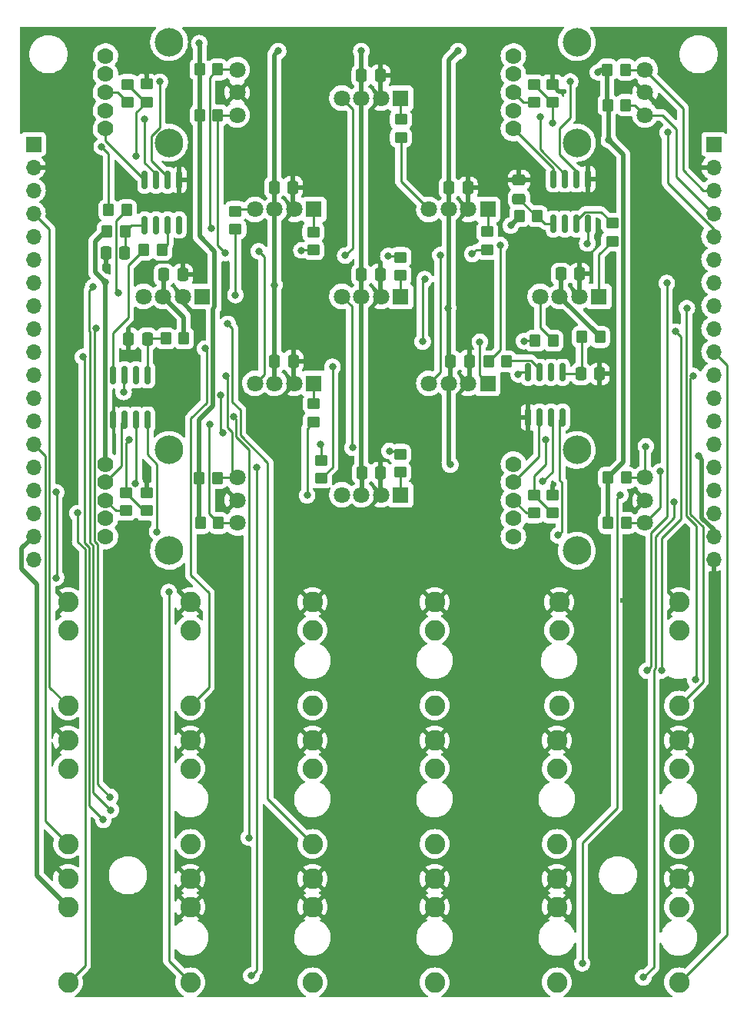
<source format=gbr>
G04 #@! TF.GenerationSoftware,KiCad,Pcbnew,(6.0.5-0)*
G04 #@! TF.CreationDate,2023-09-16T19:39:01-05:00*
G04 #@! TF.ProjectId,bells-venn,62656c6c-732d-4766-956e-6e2e6b696361,rev?*
G04 #@! TF.SameCoordinates,Original*
G04 #@! TF.FileFunction,Copper,L2,Bot*
G04 #@! TF.FilePolarity,Positive*
%FSLAX46Y46*%
G04 Gerber Fmt 4.6, Leading zero omitted, Abs format (unit mm)*
G04 Created by KiCad (PCBNEW (6.0.5-0)) date 2023-09-16 19:39:01*
%MOMM*%
%LPD*%
G01*
G04 APERTURE LIST*
G04 Aperture macros list*
%AMRoundRect*
0 Rectangle with rounded corners*
0 $1 Rounding radius*
0 $2 $3 $4 $5 $6 $7 $8 $9 X,Y pos of 4 corners*
0 Add a 4 corners polygon primitive as box body*
4,1,4,$2,$3,$4,$5,$6,$7,$8,$9,$2,$3,0*
0 Add four circle primitives for the rounded corners*
1,1,$1+$1,$2,$3*
1,1,$1+$1,$4,$5*
1,1,$1+$1,$6,$7*
1,1,$1+$1,$8,$9*
0 Add four rect primitives between the rounded corners*
20,1,$1+$1,$2,$3,$4,$5,0*
20,1,$1+$1,$4,$5,$6,$7,0*
20,1,$1+$1,$6,$7,$8,$9,0*
20,1,$1+$1,$8,$9,$2,$3,0*%
G04 Aperture macros list end*
G04 #@! TA.AperFunction,SMDPad,CuDef*
%ADD10RoundRect,0.250000X0.450000X-0.350000X0.450000X0.350000X-0.450000X0.350000X-0.450000X-0.350000X0*%
G04 #@! TD*
G04 #@! TA.AperFunction,SMDPad,CuDef*
%ADD11RoundRect,0.150000X0.150000X-0.825000X0.150000X0.825000X-0.150000X0.825000X-0.150000X-0.825000X0*%
G04 #@! TD*
G04 #@! TA.AperFunction,SMDPad,CuDef*
%ADD12RoundRect,0.250000X0.350000X0.450000X-0.350000X0.450000X-0.350000X-0.450000X0.350000X-0.450000X0*%
G04 #@! TD*
G04 #@! TA.AperFunction,SMDPad,CuDef*
%ADD13RoundRect,0.250000X-0.350000X-0.450000X0.350000X-0.450000X0.350000X0.450000X-0.350000X0.450000X0*%
G04 #@! TD*
G04 #@! TA.AperFunction,ComponentPad*
%ADD14C,2.250000*%
G04 #@! TD*
G04 #@! TA.AperFunction,ComponentPad*
%ADD15C,0.600000*%
G04 #@! TD*
G04 #@! TA.AperFunction,ComponentPad*
%ADD16R,1.800000X1.800000*%
G04 #@! TD*
G04 #@! TA.AperFunction,ComponentPad*
%ADD17C,1.800000*%
G04 #@! TD*
G04 #@! TA.AperFunction,ComponentPad*
%ADD18C,1.778000*%
G04 #@! TD*
G04 #@! TA.AperFunction,ComponentPad*
%ADD19C,3.150000*%
G04 #@! TD*
G04 #@! TA.AperFunction,ComponentPad*
%ADD20C,3.149999*%
G04 #@! TD*
G04 #@! TA.AperFunction,ComponentPad*
%ADD21R,1.700000X1.700000*%
G04 #@! TD*
G04 #@! TA.AperFunction,ComponentPad*
%ADD22O,1.700000X1.700000*%
G04 #@! TD*
G04 #@! TA.AperFunction,SMDPad,CuDef*
%ADD23RoundRect,0.250000X-0.450000X0.350000X-0.450000X-0.350000X0.450000X-0.350000X0.450000X0.350000X0*%
G04 #@! TD*
G04 #@! TA.AperFunction,SMDPad,CuDef*
%ADD24RoundRect,0.250000X-0.337500X-0.475000X0.337500X-0.475000X0.337500X0.475000X-0.337500X0.475000X0*%
G04 #@! TD*
G04 #@! TA.AperFunction,SMDPad,CuDef*
%ADD25RoundRect,0.150000X-0.150000X0.825000X-0.150000X-0.825000X0.150000X-0.825000X0.150000X0.825000X0*%
G04 #@! TD*
G04 #@! TA.AperFunction,SMDPad,CuDef*
%ADD26RoundRect,0.250000X0.475000X-0.337500X0.475000X0.337500X-0.475000X0.337500X-0.475000X-0.337500X0*%
G04 #@! TD*
G04 #@! TA.AperFunction,SMDPad,CuDef*
%ADD27RoundRect,0.250000X0.337500X0.475000X-0.337500X0.475000X-0.337500X-0.475000X0.337500X-0.475000X0*%
G04 #@! TD*
G04 #@! TA.AperFunction,ViaPad*
%ADD28C,0.800000*%
G04 #@! TD*
G04 #@! TA.AperFunction,Conductor*
%ADD29C,0.250000*%
G04 #@! TD*
G04 #@! TA.AperFunction,Conductor*
%ADD30C,0.508000*%
G04 #@! TD*
G04 APERTURE END LIST*
D10*
X123621800Y-36797600D03*
X123621800Y-34797600D03*
D11*
X171577000Y-71461400D03*
X170307000Y-71461400D03*
X169037000Y-71461400D03*
X167767000Y-71461400D03*
X167767000Y-66511400D03*
X169037000Y-66511400D03*
X170307000Y-66511400D03*
X171577000Y-66511400D03*
D12*
X127441200Y-53035200D03*
X125441200Y-53035200D03*
D10*
X144170400Y-72002400D03*
X144170400Y-70002400D03*
D13*
X121393200Y-51003200D03*
X123393200Y-51003200D03*
D14*
X144018000Y-118458000D03*
X144018000Y-110158000D03*
X144018000Y-107058000D03*
X170942000Y-118458000D03*
X170942000Y-110158000D03*
X170942000Y-107058000D03*
X157480000Y-118458000D03*
X157480000Y-110158000D03*
X157480000Y-107058000D03*
X130556000Y-118458000D03*
X130556000Y-110158000D03*
X130556000Y-107058000D03*
D15*
X156794200Y-40335200D03*
X129616200Y-53594000D03*
X121513600Y-55321200D03*
X125069600Y-30988000D03*
X178181000Y-91668600D03*
D16*
X144170400Y-48590200D03*
D17*
X142011400Y-48590200D03*
X139852400Y-48590200D03*
X137693400Y-48590200D03*
D16*
X144170400Y-67741800D03*
D17*
X142011400Y-67741800D03*
X139852400Y-67741800D03*
X137693400Y-67741800D03*
D16*
X153746200Y-58166000D03*
D17*
X151587200Y-58166000D03*
X149428200Y-58166000D03*
X147269200Y-58166000D03*
D16*
X153746200Y-80010000D03*
D17*
X151587200Y-80010000D03*
X149428200Y-80010000D03*
X147269200Y-80010000D03*
D16*
X163322000Y-48590200D03*
D17*
X161163000Y-48590200D03*
X159004000Y-48590200D03*
X156845000Y-48590200D03*
D16*
X163322000Y-67741800D03*
D17*
X161163000Y-67741800D03*
X159004000Y-67741800D03*
X156845000Y-67741800D03*
D16*
X175590200Y-58166000D03*
D17*
X173431200Y-58166000D03*
X171272200Y-58166000D03*
X169113200Y-58166000D03*
D16*
X153746200Y-36322000D03*
D17*
X151587200Y-36322000D03*
X149428200Y-36322000D03*
X147269200Y-36322000D03*
D16*
X131902200Y-58166000D03*
D17*
X129743200Y-58166000D03*
X127584200Y-58166000D03*
X125425200Y-58166000D03*
D15*
X125704600Y-33451800D03*
X162052000Y-36322000D03*
X171754800Y-35560000D03*
X176301400Y-69697600D03*
D14*
X144018000Y-133698000D03*
X144018000Y-125398000D03*
X144018000Y-122298000D03*
X117094000Y-103218000D03*
X117094000Y-94918000D03*
X117094000Y-91818000D03*
D18*
X121219200Y-84619600D03*
X121219200Y-82619600D03*
X121219200Y-80619600D03*
X121219200Y-78619600D03*
X121219200Y-76619600D03*
D17*
X135719200Y-83119600D03*
X135719200Y-78119600D03*
X135719200Y-80619600D03*
D19*
X128219200Y-86169600D03*
D20*
X128219200Y-75069600D03*
D15*
X117932200Y-68275200D03*
X181610000Y-46990000D03*
X173228000Y-90779600D03*
X178638200Y-84810600D03*
X116255800Y-45034200D03*
X161544000Y-84480400D03*
D14*
X157480000Y-133698000D03*
X157480000Y-125398000D03*
X157480000Y-122298000D03*
D15*
X117525800Y-80086200D03*
D18*
X121219200Y-39687000D03*
X121219200Y-37687000D03*
X121219200Y-35687000D03*
X121219200Y-33687000D03*
X121219200Y-31687000D03*
D17*
X135719200Y-38187000D03*
X135719200Y-33187000D03*
X135719200Y-35687000D03*
D19*
X128219200Y-41237000D03*
X128219200Y-30137000D03*
D18*
X166151800Y-39687000D03*
X166151800Y-37687000D03*
X166151800Y-35687000D03*
X166151800Y-33687000D03*
X166151800Y-31687000D03*
D17*
X180651800Y-38187000D03*
X180651800Y-33187000D03*
X180651800Y-35687000D03*
D20*
X173151800Y-41237000D03*
D19*
X173151800Y-30137000D03*
D18*
X166151800Y-84619600D03*
X166151800Y-82619600D03*
X166151800Y-80619600D03*
X166151800Y-78619600D03*
X166151800Y-76619600D03*
D17*
X180651800Y-83119600D03*
X180651800Y-78119600D03*
X180651800Y-80619600D03*
D19*
X173151800Y-86169600D03*
X173151800Y-75069600D03*
D14*
X117094000Y-118458000D03*
X117094000Y-110158000D03*
X117094000Y-107058000D03*
X117094000Y-133698000D03*
X117094000Y-125398000D03*
X117094000Y-122298000D03*
X130556000Y-133698000D03*
X130556000Y-125398000D03*
X130556000Y-122298000D03*
X130556000Y-103218000D03*
X130556000Y-94918000D03*
X130556000Y-91818000D03*
X144018000Y-103218000D03*
X144018000Y-94918000D03*
X144018000Y-91818000D03*
X157480000Y-103218000D03*
X157480000Y-94918000D03*
X157480000Y-91818000D03*
X171196000Y-103218000D03*
X171196000Y-94918000D03*
X171196000Y-91818000D03*
X184404000Y-103218000D03*
X184404000Y-94918000D03*
X184404000Y-91818000D03*
X184404000Y-133698000D03*
X184404000Y-125398000D03*
X184404000Y-122298000D03*
X184404000Y-118458000D03*
X184404000Y-110158000D03*
X184404000Y-107058000D03*
D15*
X123571000Y-64668400D03*
X125755400Y-77114400D03*
X170611800Y-78841600D03*
D14*
X170942000Y-133698000D03*
X170942000Y-125398000D03*
X170942000Y-122298000D03*
D21*
X113284000Y-41402000D03*
D22*
X113284000Y-43942000D03*
X113284000Y-46482000D03*
X113284000Y-49022000D03*
X113284000Y-51562000D03*
X113284000Y-54102000D03*
X113284000Y-56642000D03*
X113284000Y-59182000D03*
X113284000Y-61722000D03*
X113284000Y-64262000D03*
X113284000Y-66802000D03*
X113284000Y-69342000D03*
X113284000Y-71882000D03*
X113284000Y-74422000D03*
X113284000Y-76962000D03*
X113284000Y-79502000D03*
X113284000Y-82042000D03*
X113284000Y-84582000D03*
X113284000Y-87122000D03*
D21*
X188214000Y-41402000D03*
D22*
X188214000Y-43942000D03*
X188214000Y-46482000D03*
X188214000Y-49022000D03*
X188214000Y-51562000D03*
X188214000Y-54102000D03*
X188214000Y-56642000D03*
X188214000Y-59182000D03*
X188214000Y-61722000D03*
X188214000Y-64262000D03*
X188214000Y-66802000D03*
X188214000Y-69342000D03*
X188214000Y-71882000D03*
X188214000Y-74422000D03*
X188214000Y-76962000D03*
X188214000Y-79502000D03*
X188214000Y-82042000D03*
X188214000Y-84582000D03*
X188214000Y-87122000D03*
D13*
X131558900Y-78168500D03*
X133558900Y-78168500D03*
X131673192Y-83121500D03*
X133673192Y-83121500D03*
D10*
X125730000Y-36779600D03*
X125730000Y-34779600D03*
D23*
X125730000Y-79763000D03*
X125730000Y-81763000D03*
D13*
X166808400Y-49326800D03*
X168808400Y-49326800D03*
X176504200Y-33185100D03*
X178504200Y-33185100D03*
X176567700Y-78130400D03*
X178567700Y-78130400D03*
X176537000Y-37084000D03*
X178537000Y-37084000D03*
X176567700Y-83121500D03*
X178567700Y-83121500D03*
D10*
X170434000Y-36805000D03*
X170434000Y-34805000D03*
D23*
X170434000Y-80035000D03*
X170434000Y-82035000D03*
D13*
X131584300Y-33172400D03*
X133584300Y-33172400D03*
X131597000Y-38214300D03*
X133597000Y-38214300D03*
D10*
X123444000Y-81763000D03*
X123444000Y-79763000D03*
X168402000Y-82035000D03*
X168402000Y-80035000D03*
X168402000Y-36823000D03*
X168402000Y-34823000D03*
D23*
X135534400Y-48768000D03*
X135534400Y-50768000D03*
X177038000Y-50114200D03*
X177038000Y-52114200D03*
D12*
X175685200Y-62636400D03*
X173685200Y-62636400D03*
D24*
X139796500Y-46151800D03*
X141871500Y-46151800D03*
X139847300Y-65303400D03*
X141922300Y-65303400D03*
X149423100Y-33858200D03*
X151498100Y-33858200D03*
X127655300Y-55778400D03*
X129730300Y-55778400D03*
X149415700Y-55778400D03*
X151490700Y-55778400D03*
X159227500Y-65303400D03*
X161302500Y-65303400D03*
X171394100Y-55702200D03*
X173469100Y-55702200D03*
X159049700Y-46202600D03*
X161124700Y-46202600D03*
X149466500Y-77597000D03*
X151541500Y-77597000D03*
D25*
X125526800Y-45342000D03*
X126796800Y-45342000D03*
X128066800Y-45342000D03*
X129336800Y-45342000D03*
X129336800Y-50292000D03*
X128066800Y-50292000D03*
X126796800Y-50292000D03*
X125526800Y-50292000D03*
D26*
X166776400Y-47417900D03*
X166776400Y-45342900D03*
D12*
X129863600Y-62788800D03*
X127863600Y-62788800D03*
D25*
X170561000Y-45226200D03*
X171831000Y-45226200D03*
X173101000Y-45226200D03*
X174371000Y-45226200D03*
X174371000Y-50176200D03*
X173101000Y-50176200D03*
X171831000Y-50176200D03*
X170561000Y-50176200D03*
D23*
X163271200Y-51035200D03*
X163271200Y-53035200D03*
D11*
X125857000Y-71766200D03*
X124587000Y-71766200D03*
X123317000Y-71766200D03*
X122047000Y-71766200D03*
X122047000Y-66816200D03*
X123317000Y-66816200D03*
X124587000Y-66816200D03*
X125857000Y-66816200D03*
D23*
X144119600Y-51054000D03*
X144119600Y-53054000D03*
D13*
X163404800Y-65328800D03*
X165404800Y-65328800D03*
D23*
X153688800Y-75520800D03*
X153688800Y-77520800D03*
X153720800Y-53848000D03*
X153720800Y-55848000D03*
D27*
X123334600Y-53340000D03*
X121259600Y-53340000D03*
D12*
X170554400Y-63042800D03*
X168554400Y-63042800D03*
D27*
X125823800Y-62839600D03*
X123748800Y-62839600D03*
D23*
X153771600Y-38658800D03*
X153771600Y-40658800D03*
D24*
X173591400Y-66700400D03*
X175666400Y-66700400D03*
D10*
X144983200Y-78200000D03*
X144983200Y-76200000D03*
D13*
X121564400Y-48666400D03*
X123564400Y-48666400D03*
D28*
X135534400Y-58013600D03*
X147624800Y-53670200D03*
X137884366Y-77001346D03*
X137287000Y-132969000D03*
X128193800Y-90728800D03*
X115773199Y-89154000D03*
X115773200Y-79730600D03*
X118148104Y-82028198D03*
X169672000Y-73914000D03*
X180746400Y-74676000D03*
X182333300Y-77444600D03*
X123825000Y-73990200D03*
X134479700Y-66954400D03*
X132675114Y-72274194D03*
X183159400Y-40106600D03*
X170484800Y-39039800D03*
X124612400Y-42672000D03*
X132842000Y-50647600D03*
X134442200Y-53390800D03*
X186543211Y-75769342D03*
X121158000Y-56565800D03*
X160070800Y-31140400D03*
X149402800Y-31140400D03*
X158953200Y-59436000D03*
X139827000Y-56896000D03*
X159207200Y-76682600D03*
X140233400Y-31140400D03*
X165862000Y-50368200D03*
X156387800Y-56261000D03*
X132187298Y-63906400D03*
X156159200Y-63144400D03*
X135343300Y-71434237D03*
X137033000Y-117779800D03*
X180873400Y-99390200D03*
X183057800Y-56692800D03*
X184048400Y-62052200D03*
X182463885Y-99358680D03*
X120980200Y-115798600D03*
X118731700Y-64820800D03*
X134696200Y-61188600D03*
X185267600Y-59461400D03*
X186182000Y-100406200D03*
X120802400Y-41681400D03*
X138099800Y-53187600D03*
X142798800Y-53086000D03*
X133894299Y-69011800D03*
X144907000Y-74422000D03*
X134149500Y-73152000D03*
X166700200Y-66751200D03*
X146227800Y-65913000D03*
X164693600Y-52501800D03*
X174294800Y-52324000D03*
X125552200Y-38684200D03*
X127203200Y-34518600D03*
X126898400Y-84074000D03*
X124485400Y-78740000D03*
X169087800Y-38430200D03*
X172415200Y-34493200D03*
X171094400Y-84480400D03*
X169392600Y-78562200D03*
X121742200Y-113284000D03*
X185941300Y-66903600D03*
X120167400Y-61671200D03*
X119862600Y-57099200D03*
X121818400Y-114731800D03*
X177927000Y-80035400D03*
X173736000Y-131597400D03*
X180467000Y-133172200D03*
X183858500Y-80786000D03*
X122656600Y-57785000D03*
X175463200Y-33477200D03*
X131548506Y-30261500D03*
X176682400Y-40944800D03*
X152374600Y-53695600D03*
X152501600Y-75184000D03*
X148437600Y-74828400D03*
X161620200Y-53492400D03*
X162458400Y-63169800D03*
X167309800Y-63093600D03*
X158089600Y-53619400D03*
X123215400Y-68681600D03*
X143433800Y-80060800D03*
D29*
X189661800Y-65709800D02*
X188214000Y-64262000D01*
X184404000Y-133698000D02*
X189661800Y-128440200D01*
X189661800Y-128440200D02*
X189661800Y-65709800D01*
X173736000Y-118287800D02*
X177556489Y-114467311D01*
X177556489Y-114467311D02*
X177556489Y-80405911D01*
X173736000Y-131597400D02*
X173736000Y-118287800D01*
X177556489Y-80405911D02*
X177927000Y-80035400D01*
X181627711Y-99271593D02*
X181627711Y-132011489D01*
X183858500Y-82512004D02*
X181780111Y-84590393D01*
X181627711Y-132011489D02*
X180467000Y-133172200D01*
X181780111Y-84590393D02*
X181780111Y-99119193D01*
X183858500Y-80786000D02*
X183858500Y-82512004D01*
X181780111Y-99119193D02*
X181627711Y-99271593D01*
X122422580Y-57550980D02*
X122656600Y-57785000D01*
X123564400Y-48666400D02*
X122422580Y-49808220D01*
X122422580Y-49808220D02*
X122422580Y-57550980D01*
X137693400Y-48590200D02*
X135712200Y-48590200D01*
X135712200Y-48590200D02*
X135534400Y-48768000D01*
D30*
X113639600Y-121943600D02*
X117094000Y-125398000D01*
X111980489Y-88206089D02*
X113639600Y-89865200D01*
X111980489Y-85885511D02*
X111980489Y-88206089D01*
X113639600Y-89865200D02*
X113639600Y-121943600D01*
X113284000Y-84582000D02*
X111980489Y-85885511D01*
X176504200Y-33185100D02*
X176504200Y-37051200D01*
X176682400Y-37229400D02*
X176537000Y-37084000D01*
X178274111Y-42536511D02*
X178274111Y-76423989D01*
X176682400Y-40944800D02*
X178274111Y-42536511D01*
X131584300Y-30297294D02*
X131548506Y-30261500D01*
D29*
X142830800Y-53054000D02*
X142798800Y-53086000D01*
X144119600Y-53054000D02*
X142830800Y-53054000D01*
X168808400Y-49326800D02*
X168685300Y-49326800D01*
X170561000Y-50176200D02*
X169657800Y-50176200D01*
X168685300Y-49326800D02*
X166776400Y-47417900D01*
X169657800Y-50176200D02*
X168808400Y-49326800D01*
X122511200Y-35687000D02*
X121219200Y-35687000D01*
X123621800Y-36797600D02*
X122511200Y-35687000D01*
X122362600Y-81763000D02*
X121219200Y-80619600D01*
X123444000Y-81763000D02*
X122362600Y-81763000D01*
X168402000Y-82035000D02*
X167567200Y-82035000D01*
X167567200Y-82035000D02*
X166151800Y-80619600D01*
X168402000Y-36823000D02*
X167287800Y-36823000D01*
X167287800Y-36823000D02*
X166151800Y-35687000D01*
X120802400Y-41681400D02*
X121564400Y-42443400D01*
X121564400Y-42443400D02*
X121564400Y-48666400D01*
X135534400Y-50768000D02*
X135534400Y-58013600D01*
X144170400Y-48590200D02*
X144170400Y-51003200D01*
X144170400Y-51003200D02*
X144119600Y-51054000D01*
X144170400Y-67741800D02*
X144170400Y-70002400D01*
X153746200Y-36322000D02*
X153746200Y-38633400D01*
X153746200Y-38633400D02*
X153771600Y-38658800D01*
X148463000Y-37515800D02*
X148463000Y-52832000D01*
X147269200Y-36322000D02*
X148463000Y-37515800D01*
X148463000Y-52832000D02*
X147624800Y-53670200D01*
X153568400Y-53695600D02*
X153720800Y-53848000D01*
X152374600Y-53695600D02*
X153568400Y-53695600D01*
X153352000Y-75184000D02*
X153688800Y-75520800D01*
X147269200Y-58166000D02*
X148361400Y-59258200D01*
X148361400Y-74752200D02*
X148437600Y-74828400D01*
X148361400Y-59258200D02*
X148361400Y-74752200D01*
X152501600Y-75184000D02*
X153352000Y-75184000D01*
X158089600Y-66497200D02*
X158089600Y-53619400D01*
X162077400Y-53035200D02*
X161620200Y-53492400D01*
X163271200Y-53035200D02*
X162077400Y-53035200D01*
X156845000Y-67741800D02*
X158089600Y-66497200D01*
X162458400Y-63169800D02*
X162458400Y-66878200D01*
X168554400Y-63042800D02*
X167360600Y-63042800D01*
X162458400Y-66878200D02*
X163322000Y-67741800D01*
X167360600Y-63042800D02*
X167309800Y-63093600D01*
X153688800Y-77520800D02*
X153746200Y-77578200D01*
X153746200Y-77578200D02*
X153746200Y-80010000D01*
X143433800Y-72739000D02*
X143433800Y-80060800D01*
X144170400Y-72002400D02*
X143433800Y-72739000D01*
X163322000Y-48590200D02*
X163322000Y-50984400D01*
X163322000Y-50984400D02*
X163271200Y-51035200D01*
X153771600Y-45516800D02*
X156845000Y-48590200D01*
X153771600Y-40658800D02*
X153771600Y-45516800D01*
X177038000Y-52114200D02*
X175590200Y-53562000D01*
X175590200Y-53562000D02*
X175590200Y-58166000D01*
X169113200Y-58166000D02*
X169113200Y-61601600D01*
X169113200Y-61601600D02*
X170554400Y-63042800D01*
X128066800Y-52409600D02*
X127441200Y-53035200D01*
X128066800Y-50292000D02*
X128066800Y-52409600D01*
X123723400Y-54753000D02*
X123723400Y-60502800D01*
X125441200Y-53035200D02*
X123723400Y-54753000D01*
X123723400Y-60502800D02*
X122047000Y-62179200D01*
X122047000Y-62179200D02*
X122047000Y-66816200D01*
X171766000Y-66700400D02*
X171577000Y-66511400D01*
X173591400Y-66700400D02*
X171766000Y-66700400D01*
X173685200Y-66606600D02*
X173591400Y-66700400D01*
X173685200Y-62636400D02*
X173685200Y-66606600D01*
X144983200Y-76200000D02*
X144983200Y-74498200D01*
X133894299Y-72896799D02*
X133894299Y-69011800D01*
X123215400Y-66917800D02*
X123317000Y-66816200D01*
X123215400Y-68681600D02*
X123215400Y-66917800D01*
X144983200Y-74498200D02*
X144907000Y-74422000D01*
X134149500Y-73152000D02*
X133894299Y-72896799D01*
X166940000Y-66511400D02*
X166700200Y-66751200D01*
X146227800Y-76955400D02*
X144983200Y-78200000D01*
X146227800Y-65913000D02*
X146227800Y-76955400D01*
X167767000Y-66511400D02*
X166940000Y-66511400D01*
X169037000Y-66135328D02*
X168113552Y-65211880D01*
X169037000Y-66511400D02*
X169037000Y-66135328D01*
X168113552Y-65211880D02*
X165521720Y-65211880D01*
X165521720Y-65211880D02*
X165404800Y-65328800D01*
X174371000Y-50176200D02*
X174371000Y-52247800D01*
X164693600Y-64040000D02*
X163404800Y-65328800D01*
X174371000Y-52247800D02*
X174294800Y-52324000D01*
X164693600Y-52501800D02*
X164693600Y-64040000D01*
X125874600Y-62788800D02*
X125823800Y-62839600D01*
X125823800Y-66783000D02*
X125857000Y-66816200D01*
X125823800Y-62839600D02*
X125823800Y-66783000D01*
X127863600Y-62788800D02*
X125874600Y-62788800D01*
X175800480Y-48876680D02*
X174024448Y-48876680D01*
X174024448Y-48876680D02*
X173101000Y-49800128D01*
X173101000Y-49800128D02*
X173101000Y-50176200D01*
X177038000Y-50114200D02*
X175800480Y-48876680D01*
X121219200Y-39687000D02*
X121219200Y-41034400D01*
X121219200Y-41034400D02*
X125526800Y-45342000D01*
X125552200Y-38684200D02*
X125552200Y-43433296D01*
X125552200Y-43433296D02*
X126796800Y-44677896D01*
X126796800Y-44677896D02*
X126796800Y-45342000D01*
X127203200Y-34518600D02*
X127203200Y-39566685D01*
X128066800Y-44958000D02*
X128066800Y-45342000D01*
X126288800Y-40481085D02*
X126288800Y-43180000D01*
X127203200Y-39566685D02*
X126288800Y-40481085D01*
X126288800Y-43180000D02*
X128066800Y-44958000D01*
X126898400Y-76641853D02*
X126898400Y-84074000D01*
X125857000Y-71766200D02*
X125857000Y-75600453D01*
X125857000Y-75600453D02*
X126898400Y-76641853D01*
X124587000Y-71766200D02*
X124587000Y-78638400D01*
X124587000Y-78638400D02*
X124485400Y-78740000D01*
X123317000Y-71766200D02*
X122994489Y-72088711D01*
X122994489Y-72088711D02*
X122994489Y-76844311D01*
X122994489Y-76844311D02*
X121219200Y-78619600D01*
X170561000Y-44096200D02*
X170561000Y-45226200D01*
X166151800Y-39687000D02*
X170561000Y-44096200D01*
X171831000Y-44730496D02*
X169087800Y-41987296D01*
X169087800Y-41987296D02*
X169087800Y-38430200D01*
X171831000Y-45226200D02*
X171831000Y-44730496D01*
X172415200Y-38455600D02*
X171252290Y-39618510D01*
X172415200Y-34493200D02*
X172415200Y-38455600D01*
X173101000Y-44373800D02*
X173101000Y-45226200D01*
X171252290Y-39618510D02*
X171252290Y-42525090D01*
X171252290Y-42525090D02*
X173101000Y-44373800D01*
X171252289Y-78415289D02*
X171458520Y-78621520D01*
X171577000Y-71461400D02*
X171252289Y-71786111D01*
X171458520Y-78621520D02*
X171458520Y-84116280D01*
X171458520Y-84116280D02*
X171094400Y-84480400D01*
X171252289Y-71786111D02*
X171252289Y-78415289D01*
X170307000Y-71461400D02*
X170447301Y-71601701D01*
X170447301Y-77507499D02*
X169392600Y-78562200D01*
X170447301Y-71601701D02*
X170447301Y-77507499D01*
X169037000Y-71461400D02*
X168947499Y-71550901D01*
X168947499Y-75823901D02*
X166151800Y-78619600D01*
X168947499Y-71550901D02*
X168947499Y-75823901D01*
X124104400Y-50292000D02*
X123393200Y-51003200D01*
X123393200Y-51003200D02*
X123393200Y-53281400D01*
X123393200Y-53281400D02*
X123334600Y-53340000D01*
X125526800Y-50292000D02*
X124104400Y-50292000D01*
D30*
X141922300Y-65303400D02*
X141922300Y-67652700D01*
X141871500Y-46151800D02*
X141871500Y-48450300D01*
X173469100Y-58128100D02*
X173431200Y-58166000D01*
X161124700Y-46202600D02*
X161124700Y-48551900D01*
X141922300Y-67652700D02*
X142011400Y-67741800D01*
X161302500Y-67602300D02*
X161163000Y-67741800D01*
X173469100Y-55702200D02*
X173469100Y-58128100D01*
D29*
X186278521Y-83403807D02*
X185216800Y-82342086D01*
X185216800Y-59512200D02*
X185267600Y-59461400D01*
X187039489Y-100582511D02*
X187039489Y-83529068D01*
X185666311Y-82155890D02*
X185666311Y-67178589D01*
X184404000Y-103218000D02*
X187039489Y-100582511D01*
X185666311Y-67178589D02*
X185941300Y-66903600D01*
X187039489Y-83529068D02*
X185666311Y-82155890D01*
X121742200Y-113284000D02*
X120319800Y-111861600D01*
X120319800Y-111861600D02*
X120319800Y-85445600D01*
X120005689Y-61832911D02*
X120167400Y-61671200D01*
X120005689Y-85131489D02*
X120005689Y-61832911D01*
X120319800Y-85445600D02*
X120005689Y-85131489D01*
X121818400Y-114731800D02*
X119867543Y-112780943D01*
X119468299Y-61996699D02*
X119442899Y-61971299D01*
X119867543Y-85629047D02*
X119468299Y-85229803D01*
X119442899Y-57518901D02*
X119862600Y-57099200D01*
X119468299Y-85229803D02*
X119468299Y-61996699D01*
X119442899Y-61971299D02*
X119442899Y-57518901D01*
X119867543Y-112780943D02*
X119867543Y-85629047D01*
X137884366Y-132371634D02*
X137884366Y-77001346D01*
X137287000Y-132969000D02*
X137884366Y-132371634D01*
X130556000Y-133698000D02*
X128193800Y-131335800D01*
X115824000Y-89103199D02*
X115773199Y-89154000D01*
X115773200Y-79730600D02*
X115824000Y-79781400D01*
X128193800Y-131335800D02*
X128193800Y-90728800D01*
X115824000Y-79781400D02*
X115824000Y-89103199D01*
X118968521Y-131823479D02*
X118968521Y-86001432D01*
X118148104Y-85181015D02*
X118148104Y-82028198D01*
X117094000Y-133698000D02*
X118968521Y-131823479D01*
X118968521Y-86001432D02*
X118148104Y-85181015D01*
X170402000Y-82035000D02*
X168402000Y-80035000D01*
X170434000Y-82035000D02*
X170402000Y-82035000D01*
X169672000Y-73914000D02*
X169672000Y-76631800D01*
X168402000Y-77901800D02*
X168402000Y-80035000D01*
X169672000Y-76631800D02*
X168402000Y-77901800D01*
X178578500Y-78119600D02*
X178567700Y-78130400D01*
X180651800Y-74770600D02*
X180651800Y-78119600D01*
X180651800Y-78119600D02*
X178578500Y-78119600D01*
X180746400Y-74676000D02*
X180651800Y-74770600D01*
X178569600Y-83119600D02*
X178567700Y-83121500D01*
X182333300Y-81438100D02*
X182333300Y-77444600D01*
X180651800Y-83119600D02*
X182333300Y-81438100D01*
X180651800Y-83119600D02*
X178569600Y-83119600D01*
X123444000Y-74371200D02*
X123825000Y-73990200D01*
X125444000Y-81763000D02*
X123444000Y-79763000D01*
X123444000Y-79763000D02*
X123444000Y-74371200D01*
X125730000Y-81763000D02*
X125444000Y-81763000D01*
D30*
X151541500Y-79964300D02*
X151587200Y-80010000D01*
X151498100Y-33858200D02*
X151498100Y-36232900D01*
X151541500Y-77597000D02*
X151541500Y-79964300D01*
X151490700Y-55778400D02*
X151490700Y-58069500D01*
X151490700Y-58069500D02*
X151587200Y-58166000D01*
X161124700Y-48551900D02*
X161163000Y-48590200D01*
X161302500Y-65303400D02*
X161302500Y-67602300D01*
X151498100Y-36232900D02*
X151587200Y-36322000D01*
X129743200Y-58826400D02*
X131140200Y-60223400D01*
X141871500Y-48450300D02*
X142011400Y-48590200D01*
X171189000Y-35560000D02*
X170434000Y-34805000D01*
D29*
X138709400Y-53797200D02*
X138709400Y-66725800D01*
X138099800Y-53187600D02*
X138709400Y-53797200D01*
X138709400Y-66725800D02*
X137693400Y-67741800D01*
X153720800Y-58140600D02*
X153746200Y-58166000D01*
X153720800Y-55848000D02*
X153720800Y-58140600D01*
X134618799Y-72593407D02*
X134618799Y-67093499D01*
X135719200Y-78119600D02*
X133607800Y-78119600D01*
X135168779Y-73143387D02*
X134618799Y-72593407D01*
X133607800Y-78119600D02*
X133558900Y-78168500D01*
X135719200Y-78119600D02*
X135168779Y-77569179D01*
X134618799Y-67093499D02*
X134479700Y-66954400D01*
X135168779Y-77569179D02*
X135168779Y-73143387D01*
X132634380Y-82082688D02*
X132634380Y-72314928D01*
X133675092Y-83119600D02*
X133673192Y-83121500D01*
X133673192Y-83121500D02*
X132634380Y-82082688D01*
X135719200Y-83119600D02*
X133675092Y-83119600D01*
X132634380Y-72314928D02*
X132675114Y-72274194D01*
X183159400Y-45669200D02*
X188214000Y-50723800D01*
X170384000Y-36805000D02*
X168402000Y-34823000D01*
X183159400Y-40106600D02*
X183159400Y-45669200D01*
X170434000Y-36805000D02*
X170384000Y-36805000D01*
X170434000Y-38989000D02*
X170484800Y-39039800D01*
X188214000Y-50723800D02*
X188214000Y-51562000D01*
X170434000Y-36805000D02*
X170434000Y-38989000D01*
X184835800Y-44272200D02*
X184835800Y-37439600D01*
X180651800Y-33187000D02*
X178506100Y-33187000D01*
X184835800Y-37439600D02*
X180651800Y-33255600D01*
X178506100Y-33187000D02*
X178504200Y-33185100D01*
X187045600Y-46482000D02*
X184835800Y-44272200D01*
X180651800Y-33255600D02*
X180651800Y-33187000D01*
X188214000Y-46482000D02*
X187045600Y-46482000D01*
X184099200Y-44958000D02*
X184099200Y-39725600D01*
X184099200Y-39725600D02*
X182560600Y-38187000D01*
X182560600Y-38187000D02*
X180651800Y-38187000D01*
X188163200Y-49022000D02*
X184099200Y-44958000D01*
X179548800Y-37084000D02*
X178537000Y-37084000D01*
X180651800Y-38187000D02*
X179548800Y-37084000D01*
X188214000Y-49022000D02*
X188163200Y-49022000D01*
X125730000Y-36779600D02*
X125603800Y-36779600D01*
X124612400Y-37897200D02*
X124612400Y-42672000D01*
X125730000Y-36779600D02*
X124612400Y-37897200D01*
X125603800Y-36779600D02*
X123621800Y-34797600D01*
X135704600Y-33172400D02*
X135719200Y-33187000D01*
X133584300Y-33172400D02*
X135704600Y-33172400D01*
X132672480Y-34084220D02*
X132672480Y-50478080D01*
X133584300Y-33172400D02*
X132672480Y-34084220D01*
X132672480Y-50478080D02*
X132842000Y-50647600D01*
X133597000Y-52545600D02*
X134442200Y-53390800D01*
X133597000Y-38214300D02*
X133597000Y-52545600D01*
X135691900Y-38214300D02*
X135719200Y-38187000D01*
X133597000Y-38214300D02*
X135691900Y-38214300D01*
D30*
X159004000Y-76479400D02*
X159207200Y-76682600D01*
X149466500Y-79971700D02*
X149428200Y-80010000D01*
X121158000Y-56565800D02*
X120091200Y-55499000D01*
X186910489Y-82581933D02*
X186910489Y-76136620D01*
X139852400Y-48590200D02*
X139852400Y-65298300D01*
X171394100Y-58044100D02*
X171272200Y-58166000D01*
X139796500Y-46151800D02*
X139796500Y-31577300D01*
X120091200Y-55499000D02*
X120091200Y-52121973D01*
X149466500Y-77597000D02*
X149466500Y-79971700D01*
X149428200Y-77558700D02*
X149466500Y-77597000D01*
X159004000Y-65079900D02*
X159227500Y-65303400D01*
X159049700Y-46202600D02*
X159049700Y-32161500D01*
X159004000Y-48590200D02*
X159004000Y-65079900D01*
X149423100Y-33858200D02*
X149423100Y-36316900D01*
X159049700Y-32161500D02*
X160070800Y-31140400D01*
X127655300Y-58094900D02*
X127584200Y-58166000D01*
X139796500Y-31577300D02*
X140233400Y-31140400D01*
X159049700Y-48544500D02*
X159004000Y-48590200D01*
X129863600Y-60445400D02*
X129863600Y-62788800D01*
X159227500Y-67518300D02*
X159004000Y-67741800D01*
X121219200Y-56627000D02*
X121219200Y-76619600D01*
X149423100Y-36316900D02*
X149428200Y-36322000D01*
X149428200Y-58166000D02*
X149428200Y-77558700D01*
X149415700Y-55778400D02*
X149415700Y-58153500D01*
X139852400Y-65298300D02*
X139847300Y-65303400D01*
X121209973Y-51003200D02*
X121393200Y-51003200D01*
X186910489Y-76136620D02*
X186543211Y-75769342D01*
X149428200Y-36322000D02*
X149428200Y-55765900D01*
X139796500Y-48534300D02*
X139852400Y-48590200D01*
X149428200Y-55765900D02*
X149415700Y-55778400D01*
X149415700Y-58153500D02*
X149428200Y-58166000D01*
X166808400Y-49421800D02*
X165862000Y-50368200D01*
X171272200Y-58166000D02*
X175685200Y-62579000D01*
X139847300Y-65303400D02*
X139847300Y-67736700D01*
X149423100Y-33858200D02*
X149402800Y-33837900D01*
X149402800Y-33837900D02*
X149402800Y-31140400D01*
X120091200Y-52121973D02*
X121209973Y-51003200D01*
X188214000Y-83885444D02*
X186910489Y-82581933D01*
X188214000Y-84582000D02*
X188214000Y-83885444D01*
X127584200Y-58166000D02*
X129863600Y-60445400D01*
X139847300Y-67736700D02*
X139852400Y-67741800D01*
X166808400Y-49326800D02*
X166808400Y-49421800D01*
X159227500Y-65303400D02*
X159227500Y-67518300D01*
X121158000Y-56565800D02*
X121219200Y-56627000D01*
X171394100Y-55702200D02*
X171394100Y-58044100D01*
X159004000Y-67741800D02*
X159004000Y-76479400D01*
X127655300Y-55778400D02*
X127655300Y-58094900D01*
X159049700Y-46202600D02*
X159049700Y-48544500D01*
X139796500Y-46151800D02*
X139796500Y-48534300D01*
X175685200Y-62579000D02*
X175685200Y-62636400D01*
D29*
X115048699Y-50786699D02*
X113284000Y-49022000D01*
X115048699Y-101172699D02*
X115048699Y-50786699D01*
X117094000Y-103218000D02*
X115048699Y-101172699D01*
X132359400Y-69850000D02*
X132359400Y-64078502D01*
X132597712Y-101176288D02*
X132597712Y-90836747D01*
X130634380Y-88873415D02*
X130634380Y-71575020D01*
X132597712Y-90836747D02*
X130634380Y-88873415D01*
X156159200Y-56489600D02*
X156387800Y-56261000D01*
X130634380Y-71575020D02*
X132359400Y-69850000D01*
X130556000Y-103218000D02*
X132597712Y-101176288D01*
X132359400Y-64078502D02*
X132187298Y-63906400D01*
X156159200Y-63144400D02*
X156159200Y-56489600D01*
X135618289Y-71709226D02*
X135343300Y-71434237D01*
X137033000Y-75057704D02*
X135618289Y-73642993D01*
X135618289Y-73642993D02*
X135618289Y-71709226D01*
X137033000Y-117779800D02*
X137033000Y-75057704D01*
X114599189Y-75737189D02*
X113284000Y-74422000D01*
X114599188Y-115963188D02*
X114599189Y-75737189D01*
X117094000Y-118458000D02*
X114599188Y-115963188D01*
X181330600Y-85521800D02*
X181330600Y-84172521D01*
X180873400Y-99390200D02*
X181330600Y-98933000D01*
X181330600Y-98933000D02*
X181330600Y-85521800D01*
X181330600Y-84172521D02*
X183057800Y-82445321D01*
X183057800Y-82445321D02*
X183057800Y-56692800D01*
X184583001Y-62586801D02*
X184583001Y-82701199D01*
X182463885Y-84820315D02*
X182463885Y-99358680D01*
X184583001Y-82701199D02*
X182463885Y-84820315D01*
X184048400Y-62052200D02*
X184583001Y-62586801D01*
X120980200Y-115798600D02*
X119418032Y-114236432D01*
X118887379Y-85284587D02*
X118887379Y-64976479D01*
X118887379Y-64976479D02*
X118731700Y-64820800D01*
X119418032Y-85815240D02*
X118887379Y-85284587D01*
X119418032Y-114236432D02*
X119418032Y-85815240D01*
X139090400Y-113530400D02*
X139090400Y-76479400D01*
X139090400Y-76479400D02*
X136067800Y-73456800D01*
X135204200Y-61696600D02*
X134696200Y-61188600D01*
X144018000Y-118458000D02*
X139090400Y-113530400D01*
X135204200Y-69799200D02*
X135204200Y-61696600D01*
X136067800Y-73456800D02*
X136067800Y-70662800D01*
X136067800Y-70662800D02*
X135204200Y-69799200D01*
X186278521Y-100309679D02*
X186278521Y-83403807D01*
X185216800Y-82342086D02*
X185216800Y-59512200D01*
X186182000Y-100406200D02*
X186278521Y-100309679D01*
D30*
X131584300Y-33172400D02*
X131584300Y-30297294D01*
X131584300Y-38201600D02*
X131597000Y-38214300D01*
X176504200Y-37051200D02*
X176537000Y-37084000D01*
X176682400Y-40944800D02*
X176682400Y-37229400D01*
X133040798Y-70260802D02*
X131558900Y-71742700D01*
X133255711Y-59304598D02*
X133040798Y-59519511D01*
X131584300Y-33172400D02*
X131584300Y-38201600D01*
X131597000Y-38214300D02*
X131597000Y-51536200D01*
X175755300Y-33185100D02*
X175463200Y-33477200D01*
X131558900Y-83007208D02*
X131673192Y-83121500D01*
X133255711Y-53194911D02*
X133255711Y-59304598D01*
X176567700Y-78130400D02*
X176567700Y-83121500D01*
X178274111Y-76423989D02*
X176567700Y-78130400D01*
X131558900Y-78168500D02*
X131558900Y-83007208D01*
X131558900Y-71742700D02*
X131558900Y-78168500D01*
X176504200Y-33185100D02*
X175755300Y-33185100D01*
X131597000Y-51536200D02*
X133255711Y-53194911D01*
X133040798Y-59519511D02*
X133040798Y-70260802D01*
X129743200Y-58166000D02*
X129743200Y-58826400D01*
X171754800Y-35560000D02*
X171189000Y-35560000D01*
G04 #@! TA.AperFunction,Conductor*
G36*
X150552287Y-34793772D02*
G01*
X150559662Y-34802268D01*
X150567698Y-34812407D01*
X150682429Y-34926939D01*
X150693840Y-34935951D01*
X150760241Y-34976881D01*
X150807734Y-35029653D01*
X150819158Y-35099725D01*
X150795100Y-35159507D01*
X150792708Y-35162712D01*
X150799452Y-35175041D01*
X151857315Y-36232905D01*
X151891341Y-36295217D01*
X151886276Y-36366033D01*
X151857315Y-36411095D01*
X151587200Y-36681210D01*
X150797384Y-37471027D01*
X150790624Y-37483407D01*
X150795905Y-37490461D01*
X150972280Y-37593527D01*
X150981563Y-37597974D01*
X151188203Y-37676883D01*
X151198101Y-37679759D01*
X151414853Y-37723857D01*
X151425083Y-37725076D01*
X151646114Y-37733182D01*
X151656423Y-37732714D01*
X151875823Y-37704608D01*
X151885888Y-37702468D01*
X152097757Y-37638905D01*
X152107352Y-37635144D01*
X152305976Y-37537839D01*
X152306361Y-37537610D01*
X152306537Y-37537565D01*
X152310627Y-37535561D01*
X152311041Y-37536405D01*
X152375115Y-37519909D01*
X152442525Y-37542190D01*
X152471704Y-37570270D01*
X152482939Y-37585261D01*
X152599495Y-37672615D01*
X152637423Y-37686834D01*
X152694186Y-37729473D01*
X152718887Y-37796034D01*
X152700453Y-37870931D01*
X152636873Y-37974077D01*
X152629485Y-37986062D01*
X152606892Y-38054179D01*
X152576020Y-38147256D01*
X152573803Y-38153939D01*
X152573103Y-38160775D01*
X152573102Y-38160778D01*
X152570071Y-38190365D01*
X152563100Y-38258400D01*
X152563100Y-39059200D01*
X152563437Y-39062446D01*
X152563437Y-39062450D01*
X152573160Y-39156154D01*
X152574074Y-39164966D01*
X152576255Y-39171502D01*
X152576255Y-39171504D01*
X152610391Y-39273820D01*
X152630050Y-39332746D01*
X152723122Y-39483148D01*
X152804865Y-39564748D01*
X152809709Y-39569584D01*
X152843788Y-39631866D01*
X152838785Y-39702686D01*
X152809864Y-39747775D01*
X152798835Y-39758823D01*
X152722295Y-39835497D01*
X152718455Y-39841727D01*
X152718454Y-39841728D01*
X152653608Y-39946928D01*
X152629485Y-39986062D01*
X152627181Y-39993009D01*
X152585011Y-40120149D01*
X152573803Y-40153939D01*
X152563100Y-40258400D01*
X152563100Y-41059200D01*
X152563437Y-41062446D01*
X152563437Y-41062450D01*
X152571437Y-41139548D01*
X152574074Y-41164966D01*
X152576255Y-41171502D01*
X152576255Y-41171504D01*
X152611872Y-41278261D01*
X152630050Y-41332746D01*
X152723122Y-41483148D01*
X152728304Y-41488321D01*
X152738035Y-41498035D01*
X152848297Y-41608105D01*
X152854527Y-41611945D01*
X152854528Y-41611946D01*
X152956553Y-41674835D01*
X152998862Y-41700915D01*
X153051768Y-41718463D01*
X153110127Y-41758894D01*
X153137364Y-41824458D01*
X153138100Y-41838056D01*
X153138100Y-45438033D01*
X153137573Y-45449216D01*
X153135898Y-45456709D01*
X153136147Y-45464635D01*
X153136147Y-45464636D01*
X153138038Y-45524786D01*
X153138100Y-45528745D01*
X153138100Y-45556656D01*
X153138597Y-45560590D01*
X153138597Y-45560591D01*
X153138605Y-45560656D01*
X153139538Y-45572493D01*
X153140927Y-45616689D01*
X153146578Y-45636139D01*
X153150587Y-45655500D01*
X153153126Y-45675597D01*
X153156045Y-45682968D01*
X153156045Y-45682970D01*
X153169404Y-45716712D01*
X153173249Y-45727942D01*
X153183371Y-45762783D01*
X153185582Y-45770393D01*
X153189615Y-45777212D01*
X153189617Y-45777217D01*
X153195893Y-45787828D01*
X153204588Y-45805576D01*
X153212048Y-45824417D01*
X153216710Y-45830833D01*
X153216710Y-45830834D01*
X153238036Y-45860187D01*
X153244552Y-45870107D01*
X153260930Y-45897800D01*
X153267058Y-45908162D01*
X153281379Y-45922483D01*
X153294219Y-45937516D01*
X153306128Y-45953907D01*
X153333821Y-45976817D01*
X153340205Y-45982098D01*
X153348984Y-45990088D01*
X155454153Y-48095258D01*
X155488179Y-48157570D01*
X155486476Y-48218023D01*
X155456707Y-48325369D01*
X155456159Y-48330501D01*
X155456158Y-48330504D01*
X155455199Y-48339481D01*
X155432095Y-48555669D01*
X155432392Y-48560822D01*
X155432392Y-48560825D01*
X155443074Y-48746090D01*
X155445427Y-48786897D01*
X155446564Y-48791943D01*
X155446565Y-48791949D01*
X155461418Y-48857855D01*
X155496346Y-49012842D01*
X155498288Y-49017624D01*
X155498289Y-49017628D01*
X155570951Y-49196573D01*
X155583484Y-49227437D01*
X155704501Y-49424919D01*
X155856147Y-49599984D01*
X156034349Y-49747930D01*
X156234322Y-49864784D01*
X156239147Y-49866626D01*
X156239148Y-49866627D01*
X156277465Y-49881259D01*
X156450694Y-49947409D01*
X156455760Y-49948440D01*
X156455761Y-49948440D01*
X156486638Y-49954722D01*
X156677656Y-49993585D01*
X156808324Y-49998376D01*
X156903949Y-50001883D01*
X156903953Y-50001883D01*
X156909113Y-50002072D01*
X156914233Y-50001416D01*
X156914235Y-50001416D01*
X156996159Y-49990921D01*
X157138847Y-49972642D01*
X157143795Y-49971157D01*
X157143802Y-49971156D01*
X157355747Y-49907569D01*
X157360690Y-49906086D01*
X157370476Y-49901292D01*
X157564049Y-49806462D01*
X157564052Y-49806460D01*
X157568684Y-49804191D01*
X157757243Y-49669694D01*
X157826663Y-49600516D01*
X157832485Y-49594714D01*
X157894857Y-49560798D01*
X157965663Y-49565986D01*
X158009584Y-49593943D01*
X158011760Y-49596073D01*
X158015147Y-49599984D01*
X158169677Y-49728277D01*
X158193349Y-49747930D01*
X158192309Y-49749182D01*
X158232102Y-49798972D01*
X158241500Y-49846720D01*
X158241500Y-52584900D01*
X158221498Y-52653021D01*
X158167842Y-52699514D01*
X158115500Y-52710900D01*
X157994113Y-52710900D01*
X157987661Y-52712272D01*
X157987656Y-52712272D01*
X157904815Y-52729881D01*
X157807312Y-52750606D01*
X157801282Y-52753291D01*
X157801281Y-52753291D01*
X157638878Y-52825597D01*
X157638876Y-52825598D01*
X157632848Y-52828282D01*
X157627507Y-52832162D01*
X157627506Y-52832163D01*
X157591067Y-52858638D01*
X157478347Y-52940534D01*
X157473926Y-52945444D01*
X157473925Y-52945445D01*
X157397900Y-53029880D01*
X157350560Y-53082456D01*
X157308124Y-53155958D01*
X157270599Y-53220953D01*
X157255073Y-53247844D01*
X157196058Y-53429472D01*
X157195368Y-53436033D01*
X157195368Y-53436035D01*
X157184237Y-53541943D01*
X157176096Y-53619400D01*
X157176786Y-53625965D01*
X157187378Y-53726738D01*
X157196058Y-53809328D01*
X157255073Y-53990956D01*
X157258376Y-53996678D01*
X157258377Y-53996679D01*
X157258615Y-53997091D01*
X157350560Y-54156344D01*
X157423737Y-54237615D01*
X157454453Y-54301621D01*
X157456100Y-54321924D01*
X157456100Y-55824113D01*
X157436098Y-55892234D01*
X157382442Y-55938727D01*
X157312168Y-55948831D01*
X157247588Y-55919337D01*
X157220981Y-55887113D01*
X157218342Y-55882542D01*
X157126840Y-55724056D01*
X157083217Y-55675607D01*
X157003475Y-55587045D01*
X157003474Y-55587044D01*
X156999053Y-55582134D01*
X156844552Y-55469882D01*
X156838524Y-55467198D01*
X156838522Y-55467197D01*
X156676119Y-55394891D01*
X156676118Y-55394891D01*
X156670088Y-55392206D01*
X156571000Y-55371144D01*
X156489744Y-55353872D01*
X156489739Y-55353872D01*
X156483287Y-55352500D01*
X156292313Y-55352500D01*
X156285861Y-55353872D01*
X156285856Y-55353872D01*
X156204600Y-55371144D01*
X156105512Y-55392206D01*
X156099482Y-55394891D01*
X156099481Y-55394891D01*
X155937078Y-55467197D01*
X155937076Y-55467198D01*
X155931048Y-55469882D01*
X155776547Y-55582134D01*
X155772126Y-55587044D01*
X155772125Y-55587045D01*
X155692384Y-55675607D01*
X155648760Y-55724056D01*
X155553273Y-55889444D01*
X155494258Y-56071072D01*
X155493568Y-56077633D01*
X155493568Y-56077635D01*
X155475958Y-56245183D01*
X155474296Y-56261000D01*
X155474986Y-56267565D01*
X155493497Y-56443684D01*
X155494258Y-56450928D01*
X155496298Y-56457206D01*
X155519533Y-56528716D01*
X155525700Y-56567652D01*
X155525700Y-62441876D01*
X155505698Y-62509997D01*
X155493342Y-62526179D01*
X155420160Y-62607456D01*
X155402194Y-62638574D01*
X155328526Y-62766171D01*
X155324673Y-62772844D01*
X155265658Y-62954472D01*
X155264968Y-62961033D01*
X155264968Y-62961035D01*
X155246838Y-63133534D01*
X155245696Y-63144400D01*
X155246386Y-63150965D01*
X155260979Y-63289806D01*
X155265658Y-63334328D01*
X155324673Y-63515956D01*
X155420160Y-63681344D01*
X155424578Y-63686251D01*
X155424579Y-63686252D01*
X155540054Y-63814500D01*
X155547947Y-63823266D01*
X155573658Y-63841946D01*
X155696113Y-63930915D01*
X155702448Y-63935518D01*
X155708476Y-63938202D01*
X155708478Y-63938203D01*
X155870881Y-64010509D01*
X155876912Y-64013194D01*
X155941850Y-64026997D01*
X156057256Y-64051528D01*
X156057261Y-64051528D01*
X156063713Y-64052900D01*
X156254687Y-64052900D01*
X156261139Y-64051528D01*
X156261144Y-64051528D01*
X156376550Y-64026997D01*
X156441488Y-64013194D01*
X156447519Y-64010509D01*
X156609922Y-63938203D01*
X156609924Y-63938202D01*
X156615952Y-63935518D01*
X156622288Y-63930915D01*
X156744742Y-63841946D01*
X156770453Y-63823266D01*
X156778346Y-63814500D01*
X156893821Y-63686252D01*
X156893822Y-63686251D01*
X156898240Y-63681344D01*
X156993727Y-63515956D01*
X157052742Y-63334328D01*
X157057422Y-63289806D01*
X157072014Y-63150965D01*
X157072704Y-63144400D01*
X157071562Y-63133534D01*
X157053432Y-62961035D01*
X157053432Y-62961033D01*
X157052742Y-62954472D01*
X156993727Y-62772844D01*
X156989875Y-62766171D01*
X156916206Y-62638574D01*
X156898240Y-62607456D01*
X156825063Y-62526185D01*
X156794347Y-62462179D01*
X156792700Y-62441876D01*
X156792700Y-57153991D01*
X156812702Y-57085870D01*
X156844639Y-57052055D01*
X156914655Y-57001185D01*
X156999053Y-56939866D01*
X157007874Y-56930069D01*
X157122421Y-56802852D01*
X157122422Y-56802851D01*
X157126840Y-56797944D01*
X157220981Y-56634887D01*
X157272363Y-56585894D01*
X157342077Y-56572458D01*
X157407988Y-56598844D01*
X157449170Y-56656676D01*
X157456100Y-56697887D01*
X157456100Y-66182605D01*
X157436098Y-66250726D01*
X157419195Y-66271700D01*
X157343112Y-66347783D01*
X157280800Y-66381809D01*
X157216087Y-66377724D01*
X157215906Y-66378410D01*
X157212437Y-66377494D01*
X157211967Y-66377464D01*
X157210914Y-66377091D01*
X157210900Y-66377087D01*
X157206028Y-66375362D01*
X157200935Y-66374455D01*
X157200932Y-66374454D01*
X156983095Y-66335651D01*
X156983089Y-66335650D01*
X156978006Y-66334745D01*
X156905096Y-66333854D01*
X156751581Y-66331979D01*
X156751579Y-66331979D01*
X156746411Y-66331916D01*
X156517464Y-66366950D01*
X156297314Y-66438906D01*
X156292726Y-66441294D01*
X156292722Y-66441296D01*
X156096461Y-66543463D01*
X156091872Y-66545852D01*
X156087739Y-66548955D01*
X156087736Y-66548957D01*
X155917905Y-66676470D01*
X155906655Y-66684917D01*
X155746639Y-66852364D01*
X155743725Y-66856636D01*
X155743724Y-66856637D01*
X155728152Y-66879465D01*
X155616119Y-67043699D01*
X155518602Y-67253781D01*
X155456707Y-67476969D01*
X155432095Y-67707269D01*
X155432392Y-67712422D01*
X155432392Y-67712425D01*
X155444403Y-67920745D01*
X155445427Y-67938497D01*
X155446564Y-67943543D01*
X155446565Y-67943549D01*
X155475320Y-68071144D01*
X155496346Y-68164442D01*
X155498288Y-68169224D01*
X155498289Y-68169228D01*
X155579353Y-68368863D01*
X155583484Y-68379037D01*
X155704501Y-68576519D01*
X155856147Y-68751584D01*
X156034349Y-68899530D01*
X156234322Y-69016384D01*
X156450694Y-69099009D01*
X156455760Y-69100040D01*
X156455761Y-69100040D01*
X156508846Y-69110840D01*
X156677656Y-69145185D01*
X156807089Y-69149931D01*
X156903949Y-69153483D01*
X156903953Y-69153483D01*
X156909113Y-69153672D01*
X156914233Y-69153016D01*
X156914235Y-69153016D01*
X156988166Y-69143545D01*
X157138847Y-69124242D01*
X157143795Y-69122757D01*
X157143802Y-69122756D01*
X157355747Y-69059169D01*
X157360690Y-69057686D01*
X157369937Y-69053156D01*
X157564049Y-68958062D01*
X157564052Y-68958060D01*
X157568684Y-68955791D01*
X157757243Y-68821294D01*
X157826663Y-68752116D01*
X157832485Y-68746314D01*
X157894857Y-68712398D01*
X157965663Y-68717586D01*
X158009584Y-68745543D01*
X158011760Y-68747673D01*
X158015147Y-68751584D01*
X158125517Y-68843215D01*
X158193349Y-68899530D01*
X158192309Y-68900782D01*
X158232102Y-68950572D01*
X158241500Y-68998320D01*
X158241500Y-76412024D01*
X158240067Y-76430974D01*
X158237876Y-76445373D01*
X158237876Y-76445379D01*
X158236776Y-76452608D01*
X158237369Y-76459900D01*
X158237369Y-76459903D01*
X158241085Y-76505583D01*
X158241500Y-76515798D01*
X158241500Y-76523925D01*
X158244811Y-76552324D01*
X158245238Y-76556644D01*
X158251191Y-76629826D01*
X158253447Y-76636788D01*
X158254643Y-76642776D01*
X158256051Y-76648733D01*
X158256899Y-76656007D01*
X158273149Y-76700775D01*
X158281946Y-76725009D01*
X158283374Y-76729171D01*
X158301834Y-76786156D01*
X158307277Y-76811816D01*
X158312380Y-76860366D01*
X158313658Y-76872528D01*
X158372673Y-77054156D01*
X158375976Y-77059878D01*
X158375977Y-77059879D01*
X158393296Y-77089876D01*
X158468160Y-77219544D01*
X158472578Y-77224451D01*
X158472579Y-77224452D01*
X158537402Y-77296445D01*
X158595947Y-77361466D01*
X158643899Y-77396305D01*
X158740840Y-77466737D01*
X158750448Y-77473718D01*
X158756476Y-77476402D01*
X158756478Y-77476403D01*
X158918881Y-77548709D01*
X158924912Y-77551394D01*
X159018312Y-77571247D01*
X159105256Y-77589728D01*
X159105261Y-77589728D01*
X159111713Y-77591100D01*
X159302687Y-77591100D01*
X159309139Y-77589728D01*
X159309144Y-77589728D01*
X159396088Y-77571247D01*
X159489488Y-77551394D01*
X159495519Y-77548709D01*
X159657922Y-77476403D01*
X159657924Y-77476402D01*
X159663952Y-77473718D01*
X159673561Y-77466737D01*
X159770501Y-77396305D01*
X159818453Y-77361466D01*
X159876998Y-77296445D01*
X159941821Y-77224452D01*
X159941822Y-77224451D01*
X159946240Y-77219544D01*
X160021104Y-77089876D01*
X160038423Y-77059879D01*
X160038424Y-77059878D01*
X160041727Y-77054156D01*
X160100742Y-76872528D01*
X160102478Y-76856016D01*
X160120014Y-76689165D01*
X160120704Y-76682600D01*
X160111824Y-76598113D01*
X160101432Y-76499235D01*
X160101432Y-76499233D01*
X160100742Y-76492672D01*
X160041727Y-76311044D01*
X160023511Y-76279492D01*
X159977521Y-76199837D01*
X159946240Y-76145656D01*
X159937558Y-76136013D01*
X159822875Y-76008645D01*
X159822874Y-76008644D01*
X159818453Y-76003734D01*
X159813109Y-75999851D01*
X159808202Y-75995433D01*
X159810391Y-75993002D01*
X159775458Y-75948448D01*
X159766500Y-75901788D01*
X159766500Y-72350384D01*
X166959001Y-72350384D01*
X166959195Y-72355320D01*
X166961430Y-72383736D01*
X166963730Y-72396331D01*
X167006107Y-72542190D01*
X167012352Y-72556621D01*
X167088911Y-72686078D01*
X167098551Y-72698504D01*
X167204896Y-72804849D01*
X167217322Y-72814489D01*
X167346779Y-72891048D01*
X167361210Y-72897293D01*
X167495605Y-72936339D01*
X167509706Y-72936299D01*
X167513000Y-72929030D01*
X167513000Y-71733515D01*
X167508525Y-71718276D01*
X167507135Y-71717071D01*
X167499452Y-71715400D01*
X166977116Y-71715400D01*
X166961877Y-71719875D01*
X166960672Y-71721265D01*
X166959001Y-71728948D01*
X166959001Y-72350384D01*
X159766500Y-72350384D01*
X159766500Y-71189285D01*
X166959000Y-71189285D01*
X166963475Y-71204524D01*
X166964865Y-71205729D01*
X166972548Y-71207400D01*
X167494885Y-71207400D01*
X167510124Y-71202925D01*
X167511329Y-71201535D01*
X167513000Y-71193852D01*
X167513000Y-69999522D01*
X167509027Y-69985991D01*
X167501129Y-69984856D01*
X167361210Y-70025507D01*
X167346779Y-70031752D01*
X167217322Y-70108311D01*
X167204896Y-70117951D01*
X167098551Y-70224296D01*
X167088911Y-70236722D01*
X167012352Y-70366179D01*
X167006107Y-70380610D01*
X166963731Y-70526465D01*
X166961430Y-70539067D01*
X166959193Y-70567484D01*
X166959000Y-70572414D01*
X166959000Y-71189285D01*
X159766500Y-71189285D01*
X159766500Y-68992999D01*
X159786502Y-68924878D01*
X159819331Y-68890420D01*
X159822016Y-68888505D01*
X159916243Y-68821294D01*
X160080303Y-68657805D01*
X160215458Y-68469717D01*
X160237213Y-68425700D01*
X160315784Y-68266722D01*
X160315785Y-68266720D01*
X160318078Y-68262080D01*
X160323999Y-68242593D01*
X160355462Y-68190127D01*
X160790979Y-67754611D01*
X160798592Y-67740668D01*
X160798461Y-67738834D01*
X160794210Y-67732220D01*
X160353919Y-67291930D01*
X160327464Y-67253076D01*
X160315605Y-67225800D01*
X160249570Y-67073931D01*
X160123764Y-66879465D01*
X160095704Y-66848627D01*
X160022806Y-66768513D01*
X159991754Y-66704667D01*
X159990000Y-66683714D01*
X159990000Y-66475820D01*
X160010002Y-66407699D01*
X160036085Y-66378898D01*
X160039348Y-66376878D01*
X160164305Y-66251703D01*
X160167102Y-66247165D01*
X160224353Y-66206576D01*
X160295276Y-66203346D01*
X160356687Y-66238972D01*
X160364062Y-66247468D01*
X160372098Y-66257607D01*
X160453469Y-66338837D01*
X160487548Y-66401120D01*
X160482545Y-66471940D01*
X160440047Y-66528813D01*
X160422632Y-66539773D01*
X160414720Y-66543892D01*
X160406007Y-66549378D01*
X160376961Y-66571186D01*
X160368508Y-66582511D01*
X160375252Y-66594841D01*
X161433115Y-67652705D01*
X161467141Y-67715017D01*
X161462076Y-67785833D01*
X161433115Y-67830895D01*
X161163000Y-68101010D01*
X160373184Y-68890827D01*
X160366424Y-68903207D01*
X160371705Y-68910261D01*
X160548080Y-69013327D01*
X160557363Y-69017774D01*
X160764003Y-69096683D01*
X160773901Y-69099559D01*
X160990653Y-69143657D01*
X161000883Y-69144876D01*
X161221914Y-69152982D01*
X161232223Y-69152514D01*
X161451623Y-69124408D01*
X161461688Y-69122268D01*
X161673557Y-69058705D01*
X161683152Y-69054944D01*
X161881776Y-68957639D01*
X161882161Y-68957410D01*
X161882337Y-68957365D01*
X161886427Y-68955361D01*
X161886841Y-68956205D01*
X161950915Y-68939709D01*
X162018325Y-68961990D01*
X162047504Y-68990070D01*
X162058739Y-69005061D01*
X162175295Y-69092415D01*
X162311684Y-69143545D01*
X162373866Y-69150300D01*
X164270134Y-69150300D01*
X164332316Y-69143545D01*
X164468705Y-69092415D01*
X164585261Y-69005061D01*
X164672615Y-68888505D01*
X164723745Y-68752116D01*
X164730500Y-68689934D01*
X164730500Y-66793666D01*
X164723745Y-66731484D01*
X164703531Y-66677563D01*
X164698348Y-66606757D01*
X164732269Y-66544388D01*
X164794524Y-66510259D01*
X164861179Y-66513741D01*
X164899939Y-66526597D01*
X164906775Y-66527297D01*
X164906778Y-66527298D01*
X164944991Y-66531213D01*
X165004400Y-66537300D01*
X165669240Y-66537300D01*
X165737361Y-66557302D01*
X165783854Y-66610958D01*
X165794550Y-66676470D01*
X165787386Y-66744635D01*
X165786696Y-66751200D01*
X165787386Y-66757765D01*
X165800634Y-66883809D01*
X165806658Y-66941128D01*
X165865673Y-67122756D01*
X165868976Y-67128478D01*
X165868977Y-67128479D01*
X165885884Y-67157763D01*
X165961160Y-67288144D01*
X165965578Y-67293051D01*
X165965579Y-67293052D01*
X166080802Y-67421020D01*
X166088947Y-67430066D01*
X166243448Y-67542318D01*
X166249476Y-67545002D01*
X166249478Y-67545003D01*
X166411881Y-67617309D01*
X166417912Y-67619994D01*
X166498850Y-67637198D01*
X166598256Y-67658328D01*
X166598261Y-67658328D01*
X166604713Y-67659700D01*
X166795687Y-67659700D01*
X166802139Y-67658328D01*
X166802144Y-67658328D01*
X166926964Y-67631796D01*
X166997755Y-67637198D01*
X167054387Y-67680015D01*
X167061614Y-67690903D01*
X167077737Y-67718164D01*
X167092547Y-67743207D01*
X167210193Y-67860853D01*
X167217017Y-67864889D01*
X167217020Y-67864891D01*
X167311950Y-67921032D01*
X167353399Y-67945545D01*
X167361010Y-67947756D01*
X167361012Y-67947757D01*
X167408234Y-67961476D01*
X167513169Y-67991962D01*
X167519574Y-67992466D01*
X167519579Y-67992467D01*
X167548042Y-67994707D01*
X167548050Y-67994707D01*
X167550498Y-67994900D01*
X167983502Y-67994900D01*
X167985950Y-67994707D01*
X167985958Y-67994707D01*
X168014421Y-67992467D01*
X168014426Y-67992466D01*
X168020831Y-67991962D01*
X168125766Y-67961476D01*
X168172988Y-67947757D01*
X168172990Y-67947756D01*
X168180601Y-67945545D01*
X168323807Y-67860853D01*
X168326489Y-67858171D01*
X168390861Y-67832898D01*
X168460484Y-67846800D01*
X168476312Y-67856972D01*
X168480193Y-67860853D01*
X168623399Y-67945545D01*
X168631010Y-67947756D01*
X168631012Y-67947757D01*
X168678234Y-67961476D01*
X168783169Y-67991962D01*
X168789574Y-67992466D01*
X168789579Y-67992467D01*
X168818042Y-67994707D01*
X168818050Y-67994707D01*
X168820498Y-67994900D01*
X169253502Y-67994900D01*
X169255950Y-67994707D01*
X169255958Y-67994707D01*
X169284421Y-67992467D01*
X169284426Y-67992466D01*
X169290831Y-67991962D01*
X169395766Y-67961476D01*
X169442988Y-67947757D01*
X169442990Y-67947756D01*
X169450601Y-67945545D01*
X169593807Y-67860853D01*
X169596489Y-67858171D01*
X169660861Y-67832898D01*
X169730484Y-67846800D01*
X169746312Y-67856972D01*
X169750193Y-67860853D01*
X169893399Y-67945545D01*
X169901010Y-67947756D01*
X169901012Y-67947757D01*
X169948234Y-67961476D01*
X170053169Y-67991962D01*
X170059574Y-67992466D01*
X170059579Y-67992467D01*
X170088042Y-67994707D01*
X170088050Y-67994707D01*
X170090498Y-67994900D01*
X170523502Y-67994900D01*
X170525950Y-67994707D01*
X170525958Y-67994707D01*
X170554421Y-67992467D01*
X170554426Y-67992466D01*
X170560831Y-67991962D01*
X170665766Y-67961476D01*
X170712988Y-67947757D01*
X170712990Y-67947756D01*
X170720601Y-67945545D01*
X170863807Y-67860853D01*
X170866489Y-67858171D01*
X170930861Y-67832898D01*
X171000484Y-67846800D01*
X171016312Y-67856972D01*
X171020193Y-67860853D01*
X171163399Y-67945545D01*
X171171010Y-67947756D01*
X171171012Y-67947757D01*
X171218234Y-67961476D01*
X171323169Y-67991962D01*
X171329574Y-67992466D01*
X171329579Y-67992467D01*
X171358042Y-67994707D01*
X171358050Y-67994707D01*
X171360498Y-67994900D01*
X171793502Y-67994900D01*
X171795950Y-67994707D01*
X171795958Y-67994707D01*
X171824421Y-67992467D01*
X171824426Y-67992466D01*
X171830831Y-67991962D01*
X171935766Y-67961476D01*
X171982988Y-67947757D01*
X171982990Y-67947756D01*
X171990601Y-67945545D01*
X172032050Y-67921032D01*
X172126980Y-67864891D01*
X172126983Y-67864889D01*
X172133807Y-67860853D01*
X172251453Y-67743207D01*
X172255489Y-67736383D01*
X172255491Y-67736380D01*
X172332108Y-67606827D01*
X172336145Y-67600001D01*
X172341240Y-67582466D01*
X172349268Y-67554831D01*
X172387481Y-67494996D01*
X172451977Y-67465318D01*
X172522280Y-67475221D01*
X172577409Y-67523681D01*
X172655422Y-67649748D01*
X172780597Y-67774705D01*
X172786827Y-67778545D01*
X172786828Y-67778546D01*
X172924188Y-67863216D01*
X172931162Y-67867515D01*
X172991063Y-67887383D01*
X173092511Y-67921032D01*
X173092513Y-67921032D01*
X173099039Y-67923197D01*
X173105875Y-67923897D01*
X173105878Y-67923898D01*
X173148931Y-67928309D01*
X173203500Y-67933900D01*
X173979300Y-67933900D01*
X173982546Y-67933563D01*
X173982550Y-67933563D01*
X174078208Y-67923638D01*
X174078212Y-67923637D01*
X174085066Y-67922926D01*
X174091602Y-67920745D01*
X174091604Y-67920745D01*
X174223706Y-67876672D01*
X174252846Y-67866950D01*
X174403248Y-67773878D01*
X174528205Y-67648703D01*
X174531002Y-67644165D01*
X174588253Y-67603576D01*
X174659176Y-67600346D01*
X174720587Y-67635972D01*
X174727962Y-67644468D01*
X174735998Y-67654607D01*
X174850729Y-67769139D01*
X174862140Y-67778151D01*
X175000143Y-67863216D01*
X175013324Y-67869363D01*
X175167610Y-67920538D01*
X175180986Y-67923405D01*
X175275338Y-67933072D01*
X175281754Y-67933400D01*
X175394285Y-67933400D01*
X175409524Y-67928925D01*
X175410729Y-67927535D01*
X175412400Y-67919852D01*
X175412400Y-67915284D01*
X175920400Y-67915284D01*
X175924875Y-67930523D01*
X175926265Y-67931728D01*
X175933948Y-67933399D01*
X176050995Y-67933399D01*
X176057514Y-67933062D01*
X176153106Y-67923143D01*
X176166500Y-67920251D01*
X176320684Y-67868812D01*
X176333862Y-67862639D01*
X176471707Y-67777337D01*
X176483108Y-67768301D01*
X176597639Y-67653571D01*
X176606651Y-67642160D01*
X176691716Y-67504157D01*
X176697863Y-67490976D01*
X176749038Y-67336690D01*
X176751905Y-67323314D01*
X176761572Y-67228962D01*
X176761900Y-67222546D01*
X176761900Y-66972515D01*
X176757425Y-66957276D01*
X176756035Y-66956071D01*
X176748352Y-66954400D01*
X175938515Y-66954400D01*
X175923276Y-66958875D01*
X175922071Y-66960265D01*
X175920400Y-66967948D01*
X175920400Y-67915284D01*
X175412400Y-67915284D01*
X175412400Y-66428285D01*
X175920400Y-66428285D01*
X175924875Y-66443524D01*
X175926265Y-66444729D01*
X175933948Y-66446400D01*
X176743784Y-66446400D01*
X176759023Y-66441925D01*
X176760228Y-66440535D01*
X176761899Y-66432852D01*
X176761899Y-66178305D01*
X176761562Y-66171786D01*
X176751643Y-66076194D01*
X176748751Y-66062800D01*
X176697312Y-65908616D01*
X176691139Y-65895438D01*
X176605837Y-65757593D01*
X176596801Y-65746192D01*
X176482071Y-65631661D01*
X176470660Y-65622649D01*
X176332657Y-65537584D01*
X176319476Y-65531437D01*
X176165190Y-65480262D01*
X176151814Y-65477395D01*
X176057462Y-65467728D01*
X176051045Y-65467400D01*
X175938515Y-65467400D01*
X175923276Y-65471875D01*
X175922071Y-65473265D01*
X175920400Y-65480948D01*
X175920400Y-66428285D01*
X175412400Y-66428285D01*
X175412400Y-65485516D01*
X175407925Y-65470277D01*
X175406535Y-65469072D01*
X175398852Y-65467401D01*
X175281805Y-65467401D01*
X175275286Y-65467738D01*
X175179694Y-65477657D01*
X175166300Y-65480549D01*
X175012116Y-65531988D01*
X174998938Y-65538161D01*
X174861093Y-65623463D01*
X174849692Y-65632499D01*
X174735162Y-65747228D01*
X174728106Y-65756162D01*
X174670188Y-65797223D01*
X174599265Y-65800453D01*
X174537854Y-65764826D01*
X174531054Y-65756993D01*
X174527378Y-65751052D01*
X174402203Y-65626095D01*
X174378584Y-65611536D01*
X174331091Y-65558764D01*
X174318700Y-65504276D01*
X174318700Y-63873181D01*
X174338702Y-63805060D01*
X174378397Y-63766037D01*
X174429826Y-63734212D01*
X174509548Y-63684878D01*
X174595984Y-63598291D01*
X174658266Y-63564212D01*
X174729086Y-63569215D01*
X174774175Y-63598136D01*
X174813324Y-63637217D01*
X174861897Y-63685705D01*
X174868127Y-63689545D01*
X174868128Y-63689546D01*
X175005290Y-63774094D01*
X175012462Y-63778515D01*
X175089909Y-63804203D01*
X175173811Y-63832032D01*
X175173813Y-63832032D01*
X175180339Y-63834197D01*
X175187175Y-63834897D01*
X175187178Y-63834898D01*
X175230231Y-63839309D01*
X175284800Y-63844900D01*
X176085600Y-63844900D01*
X176088846Y-63844563D01*
X176088850Y-63844563D01*
X176184508Y-63834638D01*
X176184512Y-63834637D01*
X176191366Y-63833926D01*
X176197902Y-63831745D01*
X176197904Y-63831745D01*
X176342001Y-63783670D01*
X176359146Y-63777950D01*
X176509548Y-63684878D01*
X176634505Y-63559703D01*
X176642287Y-63547079D01*
X176723475Y-63415368D01*
X176723476Y-63415366D01*
X176727315Y-63409138D01*
X176766036Y-63292398D01*
X176780832Y-63247789D01*
X176780832Y-63247787D01*
X176782997Y-63241261D01*
X176783901Y-63232445D01*
X176790991Y-63163235D01*
X176793700Y-63136800D01*
X176793700Y-62136000D01*
X176793363Y-62132750D01*
X176783438Y-62037092D01*
X176783437Y-62037088D01*
X176782726Y-62030234D01*
X176775999Y-62010069D01*
X176729068Y-61869402D01*
X176726750Y-61862454D01*
X176633678Y-61712052D01*
X176623624Y-61702015D01*
X176513683Y-61592266D01*
X176508503Y-61587095D01*
X176447409Y-61549436D01*
X176364168Y-61498125D01*
X176364166Y-61498124D01*
X176357938Y-61494285D01*
X176259359Y-61461588D01*
X176196589Y-61440768D01*
X176196587Y-61440768D01*
X176190061Y-61438603D01*
X176183225Y-61437903D01*
X176183222Y-61437902D01*
X176140169Y-61433491D01*
X176085600Y-61427900D01*
X175664628Y-61427900D01*
X175596507Y-61407898D01*
X175575533Y-61390995D01*
X173879911Y-59695373D01*
X173845885Y-59633061D01*
X173850950Y-59562246D01*
X173893497Y-59505410D01*
X173932803Y-59485591D01*
X173941757Y-59482905D01*
X173951352Y-59479144D01*
X174149976Y-59381839D01*
X174150361Y-59381610D01*
X174150537Y-59381565D01*
X174154627Y-59379561D01*
X174155041Y-59380405D01*
X174219115Y-59363909D01*
X174286525Y-59386190D01*
X174315704Y-59414270D01*
X174326939Y-59429261D01*
X174443495Y-59516615D01*
X174579884Y-59567745D01*
X174642066Y-59574500D01*
X176538334Y-59574500D01*
X176600516Y-59567745D01*
X176736905Y-59516615D01*
X176853461Y-59429261D01*
X176940815Y-59312705D01*
X176991945Y-59176316D01*
X176998700Y-59114134D01*
X176998700Y-57217866D01*
X176991945Y-57155684D01*
X176940815Y-57019295D01*
X176853461Y-56902739D01*
X176736905Y-56815385D01*
X176600516Y-56764255D01*
X176538334Y-56757500D01*
X176349700Y-56757500D01*
X176281579Y-56737498D01*
X176235086Y-56683842D01*
X176223700Y-56631500D01*
X176223700Y-53876594D01*
X176243702Y-53808473D01*
X176260605Y-53787499D01*
X176788499Y-53259605D01*
X176850811Y-53225579D01*
X176877594Y-53222700D01*
X177385611Y-53222700D01*
X177453732Y-53242702D01*
X177500225Y-53296358D01*
X177511611Y-53348700D01*
X177511611Y-76055961D01*
X177491609Y-76124082D01*
X177474706Y-76145056D01*
X176734767Y-76884995D01*
X176672455Y-76919021D01*
X176645672Y-76921900D01*
X176167300Y-76921900D01*
X176164054Y-76922237D01*
X176164050Y-76922237D01*
X176068392Y-76932162D01*
X176068388Y-76932163D01*
X176061534Y-76932874D01*
X176054998Y-76935055D01*
X176054996Y-76935055D01*
X175957553Y-76967565D01*
X175893754Y-76988850D01*
X175743352Y-77081922D01*
X175618395Y-77207097D01*
X175614555Y-77213327D01*
X175614554Y-77213328D01*
X175558492Y-77304278D01*
X175525585Y-77357662D01*
X175520836Y-77371981D01*
X175486201Y-77476403D01*
X175469903Y-77525539D01*
X175459200Y-77630000D01*
X175459200Y-78630800D01*
X175459537Y-78634046D01*
X175459537Y-78634050D01*
X175469423Y-78729325D01*
X175470174Y-78736566D01*
X175472355Y-78743102D01*
X175472355Y-78743104D01*
X175512454Y-78863295D01*
X175526150Y-78904346D01*
X175619222Y-79054748D01*
X175624404Y-79059921D01*
X175651051Y-79086522D01*
X175744397Y-79179705D01*
X175750629Y-79183547D01*
X175756372Y-79188082D01*
X175754489Y-79190466D01*
X175792805Y-79233035D01*
X175805200Y-79287531D01*
X175805200Y-81964547D01*
X175785198Y-82032668D01*
X175754164Y-82063176D01*
X175755312Y-82064625D01*
X175749580Y-82069168D01*
X175743352Y-82073022D01*
X175618395Y-82198197D01*
X175614555Y-82204427D01*
X175614554Y-82204428D01*
X175606111Y-82218126D01*
X175525585Y-82348762D01*
X175508672Y-82399754D01*
X175496737Y-82435738D01*
X175469903Y-82516639D01*
X175469203Y-82523475D01*
X175469202Y-82523478D01*
X175465784Y-82556841D01*
X175459200Y-82621100D01*
X175459200Y-83621900D01*
X175459537Y-83625146D01*
X175459537Y-83625150D01*
X175469213Y-83718401D01*
X175470174Y-83727666D01*
X175526150Y-83895446D01*
X175619222Y-84045848D01*
X175744397Y-84170805D01*
X175750627Y-84174645D01*
X175750628Y-84174646D01*
X175887790Y-84259194D01*
X175894962Y-84263615D01*
X175936312Y-84277330D01*
X176056311Y-84317132D01*
X176056313Y-84317132D01*
X176062839Y-84319297D01*
X176069675Y-84319997D01*
X176069678Y-84319998D01*
X176112731Y-84324409D01*
X176167300Y-84330000D01*
X176796989Y-84330000D01*
X176865110Y-84350002D01*
X176911603Y-84403658D01*
X176922989Y-84456000D01*
X176922989Y-114152716D01*
X176902987Y-114220837D01*
X176886084Y-114241811D01*
X173343747Y-117784148D01*
X173335461Y-117791688D01*
X173328982Y-117795800D01*
X173323557Y-117801577D01*
X173282357Y-117845451D01*
X173279602Y-117848293D01*
X173259865Y-117868030D01*
X173257385Y-117871227D01*
X173249682Y-117880247D01*
X173219414Y-117912479D01*
X173215595Y-117919425D01*
X173215593Y-117919428D01*
X173209652Y-117930234D01*
X173198801Y-117946753D01*
X173186386Y-117962759D01*
X173183241Y-117970028D01*
X173183238Y-117970032D01*
X173168826Y-118003337D01*
X173163609Y-118013987D01*
X173142305Y-118052740D01*
X173140334Y-118060415D01*
X173140334Y-118060416D01*
X173137267Y-118072362D01*
X173130863Y-118091066D01*
X173122819Y-118109655D01*
X173121580Y-118117478D01*
X173121577Y-118117488D01*
X173115901Y-118153324D01*
X173113495Y-118164944D01*
X173102500Y-118207770D01*
X173102500Y-118228024D01*
X173100949Y-118247734D01*
X173097780Y-118267743D01*
X173101872Y-118311026D01*
X173101941Y-118311761D01*
X173102500Y-118323619D01*
X173102500Y-128132159D01*
X173082498Y-128200280D01*
X173028842Y-128246773D01*
X172958568Y-128256877D01*
X172893988Y-128227383D01*
X172856667Y-128171095D01*
X172810158Y-128027954D01*
X172808797Y-128023765D01*
X172685660Y-127771298D01*
X172683205Y-127767659D01*
X172683202Y-127767653D01*
X172602935Y-127648653D01*
X172528585Y-127538424D01*
X172340629Y-127329678D01*
X172125450Y-127149121D01*
X171887236Y-127000269D01*
X171883229Y-126998485D01*
X171883214Y-126998477D01*
X171854341Y-126985622D01*
X171800245Y-126939642D01*
X171779596Y-126871715D01*
X171798949Y-126803407D01*
X171839755Y-126763083D01*
X171895928Y-126728660D01*
X171901190Y-126720599D01*
X171895183Y-126710393D01*
X170954812Y-125770022D01*
X170940868Y-125762408D01*
X170939035Y-125762539D01*
X170932420Y-125766790D01*
X169990276Y-126708934D01*
X169982884Y-126722471D01*
X169986570Y-126727740D01*
X170046309Y-126764348D01*
X170093940Y-126816996D01*
X170105547Y-126887037D01*
X170077444Y-126952235D01*
X170039628Y-126983032D01*
X170010573Y-126998481D01*
X169875058Y-127070536D01*
X169871499Y-127073122D01*
X169871497Y-127073123D01*
X169766895Y-127149121D01*
X169647808Y-127235642D01*
X169445748Y-127430769D01*
X169272812Y-127652118D01*
X169270616Y-127655922D01*
X169270611Y-127655929D01*
X169156794Y-127853067D01*
X169132364Y-127895381D01*
X169027138Y-128155824D01*
X169026073Y-128160097D01*
X169026072Y-128160099D01*
X168992379Y-128295236D01*
X168959183Y-128428376D01*
X168929822Y-128707733D01*
X168939625Y-128988458D01*
X168940387Y-128992781D01*
X168940388Y-128992788D01*
X168964164Y-129127624D01*
X168988402Y-129265087D01*
X169075203Y-129532235D01*
X169077131Y-129536188D01*
X169077133Y-129536193D01*
X169111379Y-129606406D01*
X169198340Y-129784702D01*
X169200795Y-129788341D01*
X169200798Y-129788347D01*
X169273890Y-129896710D01*
X169355415Y-130017576D01*
X169543371Y-130226322D01*
X169758550Y-130406879D01*
X169996764Y-130555731D01*
X170253375Y-130669982D01*
X170523390Y-130747407D01*
X170527740Y-130748018D01*
X170527743Y-130748019D01*
X170630690Y-130762487D01*
X170801552Y-130786500D01*
X171012146Y-130786500D01*
X171014332Y-130786347D01*
X171014336Y-130786347D01*
X171217827Y-130772118D01*
X171217832Y-130772117D01*
X171222212Y-130771811D01*
X171496970Y-130713409D01*
X171501099Y-130711906D01*
X171501103Y-130711905D01*
X171756781Y-130618846D01*
X171756785Y-130618844D01*
X171760926Y-130617337D01*
X172008942Y-130485464D01*
X172012503Y-130482877D01*
X172232629Y-130322947D01*
X172232632Y-130322944D01*
X172236192Y-130320358D01*
X172438252Y-130125231D01*
X172611188Y-129903882D01*
X172613384Y-129900078D01*
X172613389Y-129900071D01*
X172749435Y-129664431D01*
X172751636Y-129660619D01*
X172800415Y-129539886D01*
X172855213Y-129404259D01*
X172855216Y-129404251D01*
X172856862Y-129400176D01*
X172857128Y-129399109D01*
X172896739Y-129341178D01*
X172962135Y-129313541D01*
X173032092Y-129325646D01*
X173084399Y-129373651D01*
X173102500Y-129438719D01*
X173102500Y-130894876D01*
X173082498Y-130962997D01*
X173070142Y-130979179D01*
X172996960Y-131060456D01*
X172901473Y-131225844D01*
X172842458Y-131407472D01*
X172841768Y-131414033D01*
X172841768Y-131414035D01*
X172827799Y-131546942D01*
X172822496Y-131597400D01*
X172823186Y-131603965D01*
X172839220Y-131756517D01*
X172842458Y-131787328D01*
X172901473Y-131968956D01*
X172904776Y-131974678D01*
X172904777Y-131974679D01*
X172920334Y-132001624D01*
X172996960Y-132134344D01*
X173001378Y-132139251D01*
X173001379Y-132139252D01*
X173120325Y-132271355D01*
X173124747Y-132276266D01*
X173206709Y-132335815D01*
X173267333Y-132379861D01*
X173279248Y-132388518D01*
X173285276Y-132391202D01*
X173285278Y-132391203D01*
X173447681Y-132463509D01*
X173453712Y-132466194D01*
X173547113Y-132486047D01*
X173634056Y-132504528D01*
X173634061Y-132504528D01*
X173640513Y-132505900D01*
X173831487Y-132505900D01*
X173837939Y-132504528D01*
X173837944Y-132504528D01*
X173924887Y-132486047D01*
X174018288Y-132466194D01*
X174024319Y-132463509D01*
X174186722Y-132391203D01*
X174186724Y-132391202D01*
X174192752Y-132388518D01*
X174204668Y-132379861D01*
X174265291Y-132335815D01*
X174347253Y-132276266D01*
X174351675Y-132271355D01*
X174470621Y-132139252D01*
X174470622Y-132139251D01*
X174475040Y-132134344D01*
X174551666Y-132001624D01*
X174567223Y-131974679D01*
X174567224Y-131974678D01*
X174570527Y-131968956D01*
X174629542Y-131787328D01*
X174632781Y-131756517D01*
X174648814Y-131603965D01*
X174649504Y-131597400D01*
X174644201Y-131546942D01*
X174630232Y-131414035D01*
X174630232Y-131414033D01*
X174629542Y-131407472D01*
X174570527Y-131225844D01*
X174475040Y-131060456D01*
X174401863Y-130979185D01*
X174371147Y-130915179D01*
X174369500Y-130894876D01*
X174369500Y-122052703D01*
X175563743Y-122052703D01*
X175601268Y-122337734D01*
X175677129Y-122615036D01*
X175789923Y-122879476D01*
X175937561Y-123126161D01*
X176117313Y-123350528D01*
X176134397Y-123366740D01*
X176310736Y-123534079D01*
X176325851Y-123548423D01*
X176559317Y-123716186D01*
X176563112Y-123718195D01*
X176563113Y-123718196D01*
X176584869Y-123729715D01*
X176813392Y-123850712D01*
X177083373Y-123949511D01*
X177364264Y-124010755D01*
X177392841Y-124013004D01*
X177587282Y-124028307D01*
X177587291Y-124028307D01*
X177589739Y-124028500D01*
X177745271Y-124028500D01*
X177747407Y-124028354D01*
X177747418Y-124028354D01*
X177955548Y-124014165D01*
X177955554Y-124014164D01*
X177959825Y-124013873D01*
X177964020Y-124013004D01*
X177964022Y-124013004D01*
X178100583Y-123984724D01*
X178241342Y-123955574D01*
X178512343Y-123859607D01*
X178667312Y-123779622D01*
X178764005Y-123729715D01*
X178764006Y-123729715D01*
X178767812Y-123727750D01*
X178771313Y-123725289D01*
X178771317Y-123725287D01*
X178910112Y-123627740D01*
X179003023Y-123562441D01*
X179213622Y-123366740D01*
X179395713Y-123144268D01*
X179545927Y-122899142D01*
X179661483Y-122635898D01*
X179740244Y-122359406D01*
X179773306Y-122127093D01*
X179780146Y-122079036D01*
X179780146Y-122079034D01*
X179780751Y-122074784D01*
X179780845Y-122056951D01*
X179782235Y-121791583D01*
X179782235Y-121791576D01*
X179782257Y-121787297D01*
X179744732Y-121502266D01*
X179668871Y-121224964D01*
X179566776Y-120985607D01*
X179557763Y-120964476D01*
X179557761Y-120964472D01*
X179556077Y-120960524D01*
X179408439Y-120713839D01*
X179228687Y-120489472D01*
X179020149Y-120291577D01*
X178786683Y-120123814D01*
X178764843Y-120112250D01*
X178697092Y-120076378D01*
X178532608Y-119989288D01*
X178397618Y-119939889D01*
X178266658Y-119891964D01*
X178266656Y-119891963D01*
X178262627Y-119890489D01*
X177981736Y-119829245D01*
X177950685Y-119826801D01*
X177758718Y-119811693D01*
X177758709Y-119811693D01*
X177756261Y-119811500D01*
X177600729Y-119811500D01*
X177598593Y-119811646D01*
X177598582Y-119811646D01*
X177390452Y-119825835D01*
X177390446Y-119825836D01*
X177386175Y-119826127D01*
X177381980Y-119826996D01*
X177381978Y-119826996D01*
X177245416Y-119855277D01*
X177104658Y-119884426D01*
X176833657Y-119980393D01*
X176578188Y-120112250D01*
X176574687Y-120114711D01*
X176574683Y-120114713D01*
X176564594Y-120121804D01*
X176342977Y-120277559D01*
X176132378Y-120473260D01*
X175950287Y-120695732D01*
X175800073Y-120940858D01*
X175798347Y-120944791D01*
X175798346Y-120944792D01*
X175686243Y-121200170D01*
X175684517Y-121204102D01*
X175605756Y-121480594D01*
X175565249Y-121765216D01*
X175565227Y-121769505D01*
X175565226Y-121769512D01*
X175563765Y-122048417D01*
X175563743Y-122052703D01*
X174369500Y-122052703D01*
X174369500Y-118602394D01*
X174389502Y-118534273D01*
X174406405Y-118513299D01*
X177948736Y-114970968D01*
X177957026Y-114963424D01*
X177963507Y-114959311D01*
X178010148Y-114909643D01*
X178012902Y-114906802D01*
X178032623Y-114887081D01*
X178035101Y-114883886D01*
X178042807Y-114874864D01*
X178067647Y-114848412D01*
X178073075Y-114842632D01*
X178082835Y-114824879D01*
X178093688Y-114808356D01*
X178101242Y-114798617D01*
X178106102Y-114792352D01*
X178123665Y-114751768D01*
X178128872Y-114741138D01*
X178150184Y-114702371D01*
X178152155Y-114694694D01*
X178152157Y-114694689D01*
X178155221Y-114682753D01*
X178161627Y-114664041D01*
X178166523Y-114652728D01*
X178169670Y-114645456D01*
X178176586Y-114601792D01*
X178178993Y-114590171D01*
X178188017Y-114555022D01*
X178188017Y-114555021D01*
X178189989Y-114547341D01*
X178189989Y-114527080D01*
X178191540Y-114507369D01*
X178193468Y-114495196D01*
X178194708Y-114487368D01*
X178190548Y-114443357D01*
X178189989Y-114431500D01*
X178189989Y-84456000D01*
X178209991Y-84387879D01*
X178263647Y-84341386D01*
X178315989Y-84330000D01*
X178968100Y-84330000D01*
X178971346Y-84329663D01*
X178971350Y-84329663D01*
X179067008Y-84319738D01*
X179067012Y-84319737D01*
X179073866Y-84319026D01*
X179080402Y-84316845D01*
X179080404Y-84316845D01*
X179220197Y-84270206D01*
X179241646Y-84263050D01*
X179392048Y-84169978D01*
X179460205Y-84101702D01*
X179522487Y-84067623D01*
X179593307Y-84072626D01*
X179644614Y-84108221D01*
X179657907Y-84123566D01*
X179662947Y-84129384D01*
X179841149Y-84277330D01*
X180041122Y-84394184D01*
X180257494Y-84476809D01*
X180262560Y-84477840D01*
X180262561Y-84477840D01*
X180275144Y-84480400D01*
X180484456Y-84522985D01*
X180575718Y-84526331D01*
X180643059Y-84548815D01*
X180687554Y-84604138D01*
X180697100Y-84652246D01*
X180697100Y-98396845D01*
X180677098Y-98464966D01*
X180623442Y-98511459D01*
X180603828Y-98517935D01*
X180603847Y-98517994D01*
X180597571Y-98520033D01*
X180591112Y-98521406D01*
X180585083Y-98524090D01*
X180585084Y-98524090D01*
X180422678Y-98596397D01*
X180422676Y-98596398D01*
X180416648Y-98599082D01*
X180262147Y-98711334D01*
X180257726Y-98716244D01*
X180257725Y-98716245D01*
X180195740Y-98785087D01*
X180134360Y-98853256D01*
X180038873Y-99018644D01*
X179979858Y-99200272D01*
X179959896Y-99390200D01*
X179960586Y-99396765D01*
X179975730Y-99540848D01*
X179979858Y-99580128D01*
X180038873Y-99761756D01*
X180134360Y-99927144D01*
X180138778Y-99932051D01*
X180138779Y-99932052D01*
X180257725Y-100064155D01*
X180262147Y-100069066D01*
X180356114Y-100137337D01*
X180406382Y-100173859D01*
X180416648Y-100181318D01*
X180422676Y-100184002D01*
X180422678Y-100184003D01*
X180558326Y-100244397D01*
X180591112Y-100258994D01*
X180683191Y-100278566D01*
X180771456Y-100297328D01*
X180771461Y-100297328D01*
X180777913Y-100298700D01*
X180868211Y-100298700D01*
X180936332Y-100318702D01*
X180982825Y-100372358D01*
X180994211Y-100424700D01*
X180994211Y-131696894D01*
X180974209Y-131765015D01*
X180957306Y-131785989D01*
X180516500Y-132226795D01*
X180454188Y-132260821D01*
X180427405Y-132263700D01*
X180371513Y-132263700D01*
X180365061Y-132265072D01*
X180365056Y-132265072D01*
X180294127Y-132280149D01*
X180184712Y-132303406D01*
X180178682Y-132306091D01*
X180178681Y-132306091D01*
X180016278Y-132378397D01*
X180016276Y-132378398D01*
X180010248Y-132381082D01*
X180004907Y-132384962D01*
X180004906Y-132384963D01*
X179984870Y-132399520D01*
X179855747Y-132493334D01*
X179851326Y-132498244D01*
X179851325Y-132498245D01*
X179747428Y-132613635D01*
X179727960Y-132635256D01*
X179683259Y-132712681D01*
X179639613Y-132788278D01*
X179632473Y-132800644D01*
X179573458Y-132982272D01*
X179572768Y-132988833D01*
X179572768Y-132988835D01*
X179558879Y-133120982D01*
X179553496Y-133172200D01*
X179573458Y-133362128D01*
X179632473Y-133543756D01*
X179727960Y-133709144D01*
X179855747Y-133851066D01*
X179890242Y-133876128D01*
X179997872Y-133954326D01*
X180010248Y-133963318D01*
X180016276Y-133966002D01*
X180016278Y-133966003D01*
X180178681Y-134038309D01*
X180184712Y-134040994D01*
X180278113Y-134060847D01*
X180365056Y-134079328D01*
X180365061Y-134079328D01*
X180371513Y-134080700D01*
X180562487Y-134080700D01*
X180568939Y-134079328D01*
X180568944Y-134079328D01*
X180655887Y-134060847D01*
X180749288Y-134040994D01*
X180755319Y-134038309D01*
X180917722Y-133966003D01*
X180917724Y-133966002D01*
X180923752Y-133963318D01*
X180936129Y-133954326D01*
X181043758Y-133876128D01*
X181078253Y-133851066D01*
X181206040Y-133709144D01*
X181301527Y-133543756D01*
X181360542Y-133362128D01*
X181377907Y-133196906D01*
X181404920Y-133131250D01*
X181414122Y-133120982D01*
X182019958Y-132515146D01*
X182028248Y-132507602D01*
X182034729Y-132503489D01*
X182047912Y-132489451D01*
X182081369Y-132453822D01*
X182084124Y-132450980D01*
X182103845Y-132431259D01*
X182106323Y-132428064D01*
X182114029Y-132419042D01*
X182138869Y-132392590D01*
X182144297Y-132386810D01*
X182152228Y-132372384D01*
X182154057Y-132369057D01*
X182164910Y-132352534D01*
X182166067Y-132351042D01*
X182177324Y-132336530D01*
X182194887Y-132295946D01*
X182200094Y-132285316D01*
X182221406Y-132246549D01*
X182223377Y-132238872D01*
X182223379Y-132238867D01*
X182226443Y-132226931D01*
X182232849Y-132208219D01*
X182234425Y-132204579D01*
X182240892Y-132189634D01*
X182242132Y-132181806D01*
X182242134Y-132181799D01*
X182247810Y-132145965D01*
X182250216Y-132134345D01*
X182259239Y-132099200D01*
X182259239Y-132099199D01*
X182261211Y-132091519D01*
X182261211Y-132071265D01*
X182262762Y-132051554D01*
X182264691Y-132039375D01*
X182265931Y-132031546D01*
X182261770Y-131987527D01*
X182261211Y-131975670D01*
X182261211Y-129478350D01*
X182281213Y-129410229D01*
X182334869Y-129363736D01*
X182405143Y-129353632D01*
X182469723Y-129383126D01*
X182507044Y-129439414D01*
X182537203Y-129532235D01*
X182539131Y-129536188D01*
X182539133Y-129536193D01*
X182573379Y-129606406D01*
X182660340Y-129784702D01*
X182662795Y-129788341D01*
X182662798Y-129788347D01*
X182735890Y-129896710D01*
X182817415Y-130017576D01*
X183005371Y-130226322D01*
X183220550Y-130406879D01*
X183458764Y-130555731D01*
X183715375Y-130669982D01*
X183985390Y-130747407D01*
X183989740Y-130748018D01*
X183989743Y-130748019D01*
X184092690Y-130762487D01*
X184263552Y-130786500D01*
X184474146Y-130786500D01*
X184476332Y-130786347D01*
X184476336Y-130786347D01*
X184679827Y-130772118D01*
X184679832Y-130772117D01*
X184684212Y-130771811D01*
X184958970Y-130713409D01*
X184963099Y-130711906D01*
X184963103Y-130711905D01*
X185218781Y-130618846D01*
X185218785Y-130618844D01*
X185222926Y-130617337D01*
X185470942Y-130485464D01*
X185474503Y-130482877D01*
X185694629Y-130322947D01*
X185694632Y-130322944D01*
X185698192Y-130320358D01*
X185900252Y-130125231D01*
X186073188Y-129903882D01*
X186075384Y-129900078D01*
X186075389Y-129900071D01*
X186211435Y-129664431D01*
X186213636Y-129660619D01*
X186318862Y-129400176D01*
X186323113Y-129383126D01*
X186385753Y-129131893D01*
X186385754Y-129131888D01*
X186386817Y-129127624D01*
X186416178Y-128848267D01*
X186406375Y-128567542D01*
X186382608Y-128432749D01*
X186358360Y-128295236D01*
X186357598Y-128290913D01*
X186270797Y-128023765D01*
X186147660Y-127771298D01*
X186145205Y-127767659D01*
X186145202Y-127767653D01*
X186064935Y-127648653D01*
X185990585Y-127538424D01*
X185802629Y-127329678D01*
X185587450Y-127149121D01*
X185349236Y-127000269D01*
X185345226Y-126998483D01*
X185345221Y-126998481D01*
X185316896Y-126985870D01*
X185262800Y-126939890D01*
X185242150Y-126871963D01*
X185261502Y-126803655D01*
X185302309Y-126763331D01*
X185362890Y-126726207D01*
X185362901Y-126726199D01*
X185367116Y-126723616D01*
X185562631Y-126556631D01*
X185729616Y-126361116D01*
X185863960Y-126141887D01*
X185890833Y-126077011D01*
X185960461Y-125908913D01*
X185960462Y-125908911D01*
X185962355Y-125904340D01*
X185995378Y-125766790D01*
X186021223Y-125659139D01*
X186021224Y-125659133D01*
X186022378Y-125654326D01*
X186042551Y-125398000D01*
X186022378Y-125141674D01*
X185996399Y-125033461D01*
X185963510Y-124896472D01*
X185962355Y-124891660D01*
X185894222Y-124727171D01*
X185865855Y-124658687D01*
X185865853Y-124658683D01*
X185863960Y-124654113D01*
X185729616Y-124434884D01*
X185562631Y-124239369D01*
X185367116Y-124072384D01*
X185175790Y-123955139D01*
X185128160Y-123902492D01*
X185116553Y-123832451D01*
X185144656Y-123767253D01*
X185175791Y-123740274D01*
X185357928Y-123628660D01*
X185363190Y-123620599D01*
X185357183Y-123610393D01*
X184416812Y-122670022D01*
X184402868Y-122662408D01*
X184401035Y-122662539D01*
X184394420Y-122666790D01*
X183452276Y-123608934D01*
X183444884Y-123622471D01*
X183448570Y-123627740D01*
X183632209Y-123740274D01*
X183679840Y-123792922D01*
X183691447Y-123862963D01*
X183663344Y-123928161D01*
X183632210Y-123955139D01*
X183440884Y-124072384D01*
X183245369Y-124239369D01*
X183078384Y-124434884D01*
X182944040Y-124654113D01*
X182942147Y-124658683D01*
X182942145Y-124658687D01*
X182913778Y-124727171D01*
X182845645Y-124891660D01*
X182844490Y-124896472D01*
X182811602Y-125033461D01*
X182785622Y-125141674D01*
X182765449Y-125398000D01*
X182785622Y-125654326D01*
X182786776Y-125659133D01*
X182786777Y-125659139D01*
X182812622Y-125766790D01*
X182845645Y-125904340D01*
X182847538Y-125908911D01*
X182847539Y-125908913D01*
X182917168Y-126077011D01*
X182944040Y-126141887D01*
X183078384Y-126361116D01*
X183245369Y-126556631D01*
X183440884Y-126723616D01*
X183445106Y-126726203D01*
X183445107Y-126726204D01*
X183507796Y-126764620D01*
X183555428Y-126817267D01*
X183567035Y-126887309D01*
X183538932Y-126952507D01*
X183501116Y-126983304D01*
X183395528Y-127039447D01*
X183337058Y-127070536D01*
X183333499Y-127073122D01*
X183333497Y-127073123D01*
X183228895Y-127149121D01*
X183109808Y-127235642D01*
X182907748Y-127430769D01*
X182734812Y-127652118D01*
X182732616Y-127655922D01*
X182732611Y-127655929D01*
X182618794Y-127853067D01*
X182594364Y-127895381D01*
X182540801Y-128027954D01*
X182504036Y-128118950D01*
X182459972Y-128174617D01*
X182392807Y-128197625D01*
X182323865Y-128180668D01*
X182275035Y-128129130D01*
X182261211Y-128071749D01*
X182261211Y-122302930D01*
X182766338Y-122302930D01*
X182785729Y-122549313D01*
X182787272Y-122559060D01*
X182844967Y-122799373D01*
X182848016Y-122808758D01*
X182942592Y-123037085D01*
X182947073Y-123045879D01*
X183073340Y-123251928D01*
X183081401Y-123257190D01*
X183091607Y-123251183D01*
X184031978Y-122310812D01*
X184038356Y-122299132D01*
X184768408Y-122299132D01*
X184768539Y-122300965D01*
X184772790Y-122307580D01*
X185714934Y-123249724D01*
X185728471Y-123257116D01*
X185733740Y-123253430D01*
X185860927Y-123045879D01*
X185865408Y-123037085D01*
X185959984Y-122808758D01*
X185963033Y-122799373D01*
X186020728Y-122559060D01*
X186022271Y-122549313D01*
X186041662Y-122302930D01*
X186041662Y-122293070D01*
X186022271Y-122046687D01*
X186020728Y-122036940D01*
X185963033Y-121796627D01*
X185959984Y-121787242D01*
X185865408Y-121558915D01*
X185860927Y-121550121D01*
X185734660Y-121344072D01*
X185726599Y-121338810D01*
X185716393Y-121344817D01*
X184776022Y-122285188D01*
X184768408Y-122299132D01*
X184038356Y-122299132D01*
X184039592Y-122296868D01*
X184039461Y-122295035D01*
X184035210Y-122288420D01*
X183093066Y-121346276D01*
X183079529Y-121338884D01*
X183074260Y-121342570D01*
X182947073Y-121550121D01*
X182942592Y-121558915D01*
X182848016Y-121787242D01*
X182844967Y-121796627D01*
X182787272Y-122036940D01*
X182785729Y-122046687D01*
X182766338Y-122293070D01*
X182766338Y-122302930D01*
X182261211Y-122302930D01*
X182261211Y-120975401D01*
X183444810Y-120975401D01*
X183450817Y-120985607D01*
X184391188Y-121925978D01*
X184405132Y-121933592D01*
X184406965Y-121933461D01*
X184413580Y-121929210D01*
X185355724Y-120987066D01*
X185363116Y-120973529D01*
X185359430Y-120968260D01*
X185151879Y-120841073D01*
X185143085Y-120836592D01*
X184914758Y-120742016D01*
X184905373Y-120738967D01*
X184665060Y-120681272D01*
X184655313Y-120679729D01*
X184408930Y-120660338D01*
X184399070Y-120660338D01*
X184152687Y-120679729D01*
X184142940Y-120681272D01*
X183902627Y-120738967D01*
X183893242Y-120742016D01*
X183664915Y-120836592D01*
X183656121Y-120841073D01*
X183450072Y-120967340D01*
X183444810Y-120975401D01*
X182261211Y-120975401D01*
X182261211Y-118458000D01*
X182765449Y-118458000D01*
X182785622Y-118714326D01*
X182786776Y-118719133D01*
X182786777Y-118719139D01*
X182824796Y-118877498D01*
X182845645Y-118964340D01*
X182847538Y-118968911D01*
X182847539Y-118968913D01*
X182886022Y-119061818D01*
X182944040Y-119201887D01*
X183078384Y-119421116D01*
X183245369Y-119616631D01*
X183440884Y-119783616D01*
X183660113Y-119917960D01*
X183664683Y-119919853D01*
X183664687Y-119919855D01*
X183815586Y-119982359D01*
X183897660Y-120016355D01*
X183984502Y-120037204D01*
X184142861Y-120075223D01*
X184142867Y-120075224D01*
X184147674Y-120076378D01*
X184404000Y-120096551D01*
X184660326Y-120076378D01*
X184665133Y-120075224D01*
X184665139Y-120075223D01*
X184823498Y-120037204D01*
X184910340Y-120016355D01*
X184992414Y-119982359D01*
X185143313Y-119919855D01*
X185143317Y-119919853D01*
X185147887Y-119917960D01*
X185367116Y-119783616D01*
X185562631Y-119616631D01*
X185729616Y-119421116D01*
X185863960Y-119201887D01*
X185921979Y-119061818D01*
X185960461Y-118968913D01*
X185960462Y-118968911D01*
X185962355Y-118964340D01*
X185983204Y-118877498D01*
X186021223Y-118719139D01*
X186021224Y-118719133D01*
X186022378Y-118714326D01*
X186042551Y-118458000D01*
X186022378Y-118201674D01*
X186012179Y-118159189D01*
X185976070Y-118008789D01*
X185962355Y-117951660D01*
X185960461Y-117947087D01*
X185865855Y-117718687D01*
X185865853Y-117718683D01*
X185863960Y-117714113D01*
X185729616Y-117494884D01*
X185562631Y-117299369D01*
X185367116Y-117132384D01*
X185147887Y-116998040D01*
X185143317Y-116996147D01*
X185143313Y-116996145D01*
X184914913Y-116901539D01*
X184914911Y-116901538D01*
X184910340Y-116899645D01*
X184790900Y-116870970D01*
X184665139Y-116840777D01*
X184665133Y-116840776D01*
X184660326Y-116839622D01*
X184404000Y-116819449D01*
X184147674Y-116839622D01*
X184142867Y-116840776D01*
X184142861Y-116840777D01*
X184017100Y-116870970D01*
X183897660Y-116899645D01*
X183893089Y-116901538D01*
X183893087Y-116901539D01*
X183664687Y-116996145D01*
X183664683Y-116996147D01*
X183660113Y-116998040D01*
X183440884Y-117132384D01*
X183245369Y-117299369D01*
X183078384Y-117494884D01*
X182944040Y-117714113D01*
X182942147Y-117718683D01*
X182942145Y-117718687D01*
X182847539Y-117947087D01*
X182845645Y-117951660D01*
X182831930Y-118008789D01*
X182795822Y-118159189D01*
X182785622Y-118201674D01*
X182765449Y-118458000D01*
X182261211Y-118458000D01*
X182261211Y-114238350D01*
X182281213Y-114170229D01*
X182334869Y-114123736D01*
X182405143Y-114113632D01*
X182469723Y-114143126D01*
X182507044Y-114199414D01*
X182537203Y-114292235D01*
X182660340Y-114544702D01*
X182662795Y-114548341D01*
X182662798Y-114548347D01*
X182723020Y-114637629D01*
X182817415Y-114777576D01*
X182820360Y-114780847D01*
X182820361Y-114780848D01*
X182875992Y-114842632D01*
X183005371Y-114986322D01*
X183220550Y-115166879D01*
X183458764Y-115315731D01*
X183715375Y-115429982D01*
X183985390Y-115507407D01*
X183989740Y-115508018D01*
X183989743Y-115508019D01*
X184068142Y-115519037D01*
X184263552Y-115546500D01*
X184474146Y-115546500D01*
X184476332Y-115546347D01*
X184476336Y-115546347D01*
X184679827Y-115532118D01*
X184679832Y-115532117D01*
X184684212Y-115531811D01*
X184958970Y-115473409D01*
X184963099Y-115471906D01*
X184963103Y-115471905D01*
X185218781Y-115378846D01*
X185218785Y-115378844D01*
X185222926Y-115377337D01*
X185470942Y-115245464D01*
X185474503Y-115242877D01*
X185694629Y-115082947D01*
X185694632Y-115082944D01*
X185698192Y-115080358D01*
X185900252Y-114885231D01*
X186054986Y-114687180D01*
X186070481Y-114667347D01*
X186070482Y-114667346D01*
X186073188Y-114663882D01*
X186075384Y-114660078D01*
X186075389Y-114660071D01*
X186211435Y-114424431D01*
X186213636Y-114420619D01*
X186318862Y-114160176D01*
X186336399Y-114089839D01*
X186385753Y-113891893D01*
X186385754Y-113891888D01*
X186386817Y-113887624D01*
X186387767Y-113878592D01*
X186415719Y-113612636D01*
X186415719Y-113612633D01*
X186416178Y-113608267D01*
X186416025Y-113603873D01*
X186406529Y-113331939D01*
X186406528Y-113331933D01*
X186406375Y-113327542D01*
X186398698Y-113284000D01*
X186358360Y-113055236D01*
X186357598Y-113050913D01*
X186270797Y-112783765D01*
X186147660Y-112531298D01*
X186145205Y-112527659D01*
X186145202Y-112527653D01*
X186064935Y-112408653D01*
X185990585Y-112298424D01*
X185984886Y-112292094D01*
X185805566Y-112092940D01*
X185802629Y-112089678D01*
X185587450Y-111909121D01*
X185349236Y-111760269D01*
X185345226Y-111758483D01*
X185345221Y-111758481D01*
X185316896Y-111745870D01*
X185262800Y-111699890D01*
X185242150Y-111631963D01*
X185261502Y-111563655D01*
X185302309Y-111523331D01*
X185362890Y-111486207D01*
X185362901Y-111486199D01*
X185367116Y-111483616D01*
X185562631Y-111316631D01*
X185729616Y-111121116D01*
X185863960Y-110901887D01*
X185921979Y-110761818D01*
X185960461Y-110668913D01*
X185960462Y-110668911D01*
X185962355Y-110664340D01*
X185983204Y-110577498D01*
X186021223Y-110419139D01*
X186021224Y-110419133D01*
X186022378Y-110414326D01*
X186042551Y-110158000D01*
X186022378Y-109901674D01*
X186009732Y-109848997D01*
X185963510Y-109656472D01*
X185962355Y-109651660D01*
X185960461Y-109647087D01*
X185865855Y-109418687D01*
X185865853Y-109418683D01*
X185863960Y-109414113D01*
X185729616Y-109194884D01*
X185562631Y-108999369D01*
X185367116Y-108832384D01*
X185175790Y-108715139D01*
X185128160Y-108662492D01*
X185116553Y-108592451D01*
X185144656Y-108527253D01*
X185175791Y-108500274D01*
X185357928Y-108388660D01*
X185363190Y-108380599D01*
X185357183Y-108370393D01*
X184416812Y-107430022D01*
X184402868Y-107422408D01*
X184401035Y-107422539D01*
X184394420Y-107426790D01*
X183452276Y-108368934D01*
X183444884Y-108382471D01*
X183448570Y-108387740D01*
X183632209Y-108500274D01*
X183679840Y-108552922D01*
X183691447Y-108622963D01*
X183663344Y-108688161D01*
X183632210Y-108715139D01*
X183440884Y-108832384D01*
X183245369Y-108999369D01*
X183078384Y-109194884D01*
X182944040Y-109414113D01*
X182942147Y-109418683D01*
X182942145Y-109418687D01*
X182847539Y-109647087D01*
X182845645Y-109651660D01*
X182844490Y-109656472D01*
X182798269Y-109848997D01*
X182785622Y-109901674D01*
X182765449Y-110158000D01*
X182785622Y-110414326D01*
X182786776Y-110419133D01*
X182786777Y-110419139D01*
X182824796Y-110577498D01*
X182845645Y-110664340D01*
X182847538Y-110668911D01*
X182847539Y-110668913D01*
X182886022Y-110761818D01*
X182944040Y-110901887D01*
X183078384Y-111121116D01*
X183245369Y-111316631D01*
X183440884Y-111483616D01*
X183445106Y-111486203D01*
X183445107Y-111486204D01*
X183507796Y-111524620D01*
X183555428Y-111577267D01*
X183567035Y-111647309D01*
X183538932Y-111712507D01*
X183501116Y-111743304D01*
X183395528Y-111799447D01*
X183337058Y-111830536D01*
X183333499Y-111833122D01*
X183333497Y-111833123D01*
X183228895Y-111909121D01*
X183109808Y-111995642D01*
X182907748Y-112190769D01*
X182734812Y-112412118D01*
X182732616Y-112415922D01*
X182732611Y-112415929D01*
X182625616Y-112601251D01*
X182594364Y-112655381D01*
X182540801Y-112787954D01*
X182504036Y-112878950D01*
X182459972Y-112934617D01*
X182392807Y-112957625D01*
X182323865Y-112940668D01*
X182275035Y-112889130D01*
X182261211Y-112831749D01*
X182261211Y-107062930D01*
X182766338Y-107062930D01*
X182785729Y-107309313D01*
X182787272Y-107319060D01*
X182844967Y-107559373D01*
X182848016Y-107568758D01*
X182942592Y-107797085D01*
X182947073Y-107805879D01*
X183073340Y-108011928D01*
X183081401Y-108017190D01*
X183091607Y-108011183D01*
X184031978Y-107070812D01*
X184038356Y-107059132D01*
X184768408Y-107059132D01*
X184768539Y-107060965D01*
X184772790Y-107067580D01*
X185714934Y-108009724D01*
X185728471Y-108017116D01*
X185733740Y-108013430D01*
X185860927Y-107805879D01*
X185865408Y-107797085D01*
X185959984Y-107568758D01*
X185963033Y-107559373D01*
X186020728Y-107319060D01*
X186022271Y-107309313D01*
X186041662Y-107062930D01*
X186041662Y-107053070D01*
X186022271Y-106806687D01*
X186020728Y-106796940D01*
X185963033Y-106556627D01*
X185959984Y-106547242D01*
X185865408Y-106318915D01*
X185860927Y-106310121D01*
X185734660Y-106104072D01*
X185726599Y-106098810D01*
X185716393Y-106104817D01*
X184776022Y-107045188D01*
X184768408Y-107059132D01*
X184038356Y-107059132D01*
X184039592Y-107056868D01*
X184039461Y-107055035D01*
X184035210Y-107048420D01*
X183093066Y-106106276D01*
X183079529Y-106098884D01*
X183074260Y-106102570D01*
X182947073Y-106310121D01*
X182942592Y-106318915D01*
X182848016Y-106547242D01*
X182844967Y-106556627D01*
X182787272Y-106796940D01*
X182785729Y-106806687D01*
X182766338Y-107053070D01*
X182766338Y-107062930D01*
X182261211Y-107062930D01*
X182261211Y-105735401D01*
X183444810Y-105735401D01*
X183450817Y-105745607D01*
X184391188Y-106685978D01*
X184405132Y-106693592D01*
X184406965Y-106693461D01*
X184413580Y-106689210D01*
X185355724Y-105747066D01*
X185363116Y-105733529D01*
X185359430Y-105728260D01*
X185151879Y-105601073D01*
X185143085Y-105596592D01*
X184914758Y-105502016D01*
X184905373Y-105498967D01*
X184665060Y-105441272D01*
X184655313Y-105439729D01*
X184408930Y-105420338D01*
X184399070Y-105420338D01*
X184152687Y-105439729D01*
X184142940Y-105441272D01*
X183902627Y-105498967D01*
X183893242Y-105502016D01*
X183664915Y-105596592D01*
X183656121Y-105601073D01*
X183450072Y-105727340D01*
X183444810Y-105735401D01*
X182261211Y-105735401D01*
X182261211Y-100393180D01*
X182281213Y-100325059D01*
X182334869Y-100278566D01*
X182387211Y-100267180D01*
X182559372Y-100267180D01*
X182565824Y-100265808D01*
X182565829Y-100265808D01*
X182666557Y-100244397D01*
X182746173Y-100227474D01*
X182752204Y-100224789D01*
X182914607Y-100152483D01*
X182914609Y-100152482D01*
X182920637Y-100149798D01*
X183075138Y-100037546D01*
X183120518Y-99987146D01*
X183180963Y-99949908D01*
X183251947Y-99951260D01*
X183280923Y-99964604D01*
X183458764Y-100075731D01*
X183564042Y-100122604D01*
X183687199Y-100177437D01*
X183715375Y-100189982D01*
X183807060Y-100216272D01*
X183979814Y-100265808D01*
X183985390Y-100267407D01*
X183989740Y-100268018D01*
X183989743Y-100268019D01*
X184092690Y-100282487D01*
X184263552Y-100306500D01*
X184474146Y-100306500D01*
X184476332Y-100306347D01*
X184476336Y-100306347D01*
X184679827Y-100292118D01*
X184679832Y-100292117D01*
X184684212Y-100291811D01*
X184958970Y-100233409D01*
X185110211Y-100178362D01*
X185181063Y-100173859D01*
X185243103Y-100208377D01*
X185276633Y-100270957D01*
X185278614Y-100309933D01*
X185268496Y-100406200D01*
X185288458Y-100596128D01*
X185347473Y-100777756D01*
X185442960Y-100943144D01*
X185524041Y-101033193D01*
X185554757Y-101097200D01*
X185545992Y-101167653D01*
X185519498Y-101206597D01*
X185080258Y-101645837D01*
X185017946Y-101679863D01*
X184942948Y-101673151D01*
X184910340Y-101659645D01*
X184905536Y-101658492D01*
X184905531Y-101658490D01*
X184665139Y-101600777D01*
X184665133Y-101600776D01*
X184660326Y-101599622D01*
X184404000Y-101579449D01*
X184147674Y-101599622D01*
X184142867Y-101600776D01*
X184142861Y-101600777D01*
X183984502Y-101638796D01*
X183897660Y-101659645D01*
X183893089Y-101661538D01*
X183893087Y-101661539D01*
X183664687Y-101756145D01*
X183664683Y-101756147D01*
X183660113Y-101758040D01*
X183440884Y-101892384D01*
X183245369Y-102059369D01*
X183078384Y-102254884D01*
X182944040Y-102474113D01*
X182942147Y-102478683D01*
X182942145Y-102478687D01*
X182847539Y-102707087D01*
X182845645Y-102711660D01*
X182844490Y-102716472D01*
X182798269Y-102908997D01*
X182785622Y-102961674D01*
X182765449Y-103218000D01*
X182785622Y-103474326D01*
X182786776Y-103479133D01*
X182786777Y-103479139D01*
X182824796Y-103637498D01*
X182845645Y-103724340D01*
X182847538Y-103728911D01*
X182847539Y-103728913D01*
X182886022Y-103821818D01*
X182944040Y-103961887D01*
X183078384Y-104181116D01*
X183245369Y-104376631D01*
X183440884Y-104543616D01*
X183660113Y-104677960D01*
X183664683Y-104679853D01*
X183664687Y-104679855D01*
X183893087Y-104774461D01*
X183897660Y-104776355D01*
X183984502Y-104797204D01*
X184142861Y-104835223D01*
X184142867Y-104835224D01*
X184147674Y-104836378D01*
X184404000Y-104856551D01*
X184660326Y-104836378D01*
X184665133Y-104835224D01*
X184665139Y-104835223D01*
X184823498Y-104797204D01*
X184910340Y-104776355D01*
X184914913Y-104774461D01*
X185143313Y-104679855D01*
X185143317Y-104679853D01*
X185147887Y-104677960D01*
X185367116Y-104543616D01*
X185562631Y-104376631D01*
X185729616Y-104181116D01*
X185863960Y-103961887D01*
X185921979Y-103821818D01*
X185960461Y-103728913D01*
X185960462Y-103728911D01*
X185962355Y-103724340D01*
X185983204Y-103637498D01*
X186021223Y-103479139D01*
X186021224Y-103479133D01*
X186022378Y-103474326D01*
X186042551Y-103218000D01*
X186022378Y-102961674D01*
X186009732Y-102908997D01*
X185963510Y-102716472D01*
X185962355Y-102711660D01*
X185948849Y-102679053D01*
X185941260Y-102608465D01*
X185976163Y-102541741D01*
X187431736Y-101086168D01*
X187440026Y-101078624D01*
X187446507Y-101074511D01*
X187493148Y-101024843D01*
X187495902Y-101022002D01*
X187515623Y-101002281D01*
X187518101Y-100999086D01*
X187525807Y-100990064D01*
X187550647Y-100963612D01*
X187556075Y-100957832D01*
X187565835Y-100940079D01*
X187576688Y-100923556D01*
X187584242Y-100913817D01*
X187589102Y-100907552D01*
X187606665Y-100866968D01*
X187611872Y-100856338D01*
X187633184Y-100817571D01*
X187635155Y-100809894D01*
X187635157Y-100809889D01*
X187638221Y-100797953D01*
X187644627Y-100779241D01*
X187649522Y-100767930D01*
X187652670Y-100760656D01*
X187653910Y-100752828D01*
X187653912Y-100752821D01*
X187659588Y-100716987D01*
X187661994Y-100705367D01*
X187671017Y-100670222D01*
X187671017Y-100670221D01*
X187672989Y-100662541D01*
X187672989Y-100642287D01*
X187674540Y-100622576D01*
X187676469Y-100610397D01*
X187677709Y-100602568D01*
X187673548Y-100558549D01*
X187672989Y-100546692D01*
X187672989Y-88551194D01*
X187692991Y-88483073D01*
X187746647Y-88436580D01*
X187816921Y-88426476D01*
X187834144Y-88430198D01*
X187838891Y-88431577D01*
X187942250Y-88452606D01*
X187956299Y-88451410D01*
X187960000Y-88441065D01*
X187960000Y-86994000D01*
X187980002Y-86925879D01*
X188033658Y-86879386D01*
X188086000Y-86868000D01*
X188342000Y-86868000D01*
X188410121Y-86888002D01*
X188456614Y-86941658D01*
X188468000Y-86994000D01*
X188468000Y-88440517D01*
X188472064Y-88454359D01*
X188485478Y-88456393D01*
X188492184Y-88455534D01*
X188502262Y-88453392D01*
X188706255Y-88392191D01*
X188715837Y-88388435D01*
X188846868Y-88324244D01*
X188916842Y-88312238D01*
X188982199Y-88339968D01*
X189022189Y-88398631D01*
X189028300Y-88437396D01*
X189028300Y-128125606D01*
X189008298Y-128193727D01*
X188991395Y-128214701D01*
X185080259Y-132125837D01*
X185017947Y-132159863D01*
X184942947Y-132153151D01*
X184910340Y-132139645D01*
X184823498Y-132118796D01*
X184665139Y-132080777D01*
X184665133Y-132080776D01*
X184660326Y-132079622D01*
X184404000Y-132059449D01*
X184147674Y-132079622D01*
X184142867Y-132080776D01*
X184142861Y-132080777D01*
X183984502Y-132118796D01*
X183897660Y-132139645D01*
X183893089Y-132141538D01*
X183893087Y-132141539D01*
X183664687Y-132236145D01*
X183664683Y-132236147D01*
X183660113Y-132238040D01*
X183440884Y-132372384D01*
X183245369Y-132539369D01*
X183078384Y-132734884D01*
X182944040Y-132954113D01*
X182942147Y-132958683D01*
X182942145Y-132958687D01*
X182847539Y-133187087D01*
X182845645Y-133191660D01*
X182785622Y-133441674D01*
X182765449Y-133698000D01*
X182785622Y-133954326D01*
X182786776Y-133959133D01*
X182786777Y-133959139D01*
X182815632Y-134079328D01*
X182845645Y-134204340D01*
X182944040Y-134441887D01*
X183078384Y-134661116D01*
X183245369Y-134856631D01*
X183440884Y-135023616D01*
X183445101Y-135026200D01*
X183602520Y-135122667D01*
X183650151Y-135175315D01*
X183661758Y-135245357D01*
X183633655Y-135310554D01*
X183574764Y-135350208D01*
X183536685Y-135356100D01*
X171809315Y-135356100D01*
X171741194Y-135336098D01*
X171694701Y-135282442D01*
X171684597Y-135212168D01*
X171714091Y-135147588D01*
X171743480Y-135122667D01*
X171900899Y-135026200D01*
X171905116Y-135023616D01*
X172100631Y-134856631D01*
X172267616Y-134661116D01*
X172401960Y-134441887D01*
X172500355Y-134204340D01*
X172530368Y-134079328D01*
X172559223Y-133959139D01*
X172559224Y-133959133D01*
X172560378Y-133954326D01*
X172580551Y-133698000D01*
X172560378Y-133441674D01*
X172500355Y-133191660D01*
X172498461Y-133187087D01*
X172403855Y-132958687D01*
X172403853Y-132958683D01*
X172401960Y-132954113D01*
X172267616Y-132734884D01*
X172100631Y-132539369D01*
X171905116Y-132372384D01*
X171685887Y-132238040D01*
X171681317Y-132236147D01*
X171681313Y-132236145D01*
X171452913Y-132141539D01*
X171452911Y-132141538D01*
X171448340Y-132139645D01*
X171361498Y-132118796D01*
X171203139Y-132080777D01*
X171203133Y-132080776D01*
X171198326Y-132079622D01*
X170942000Y-132059449D01*
X170685674Y-132079622D01*
X170680867Y-132080776D01*
X170680861Y-132080777D01*
X170522502Y-132118796D01*
X170435660Y-132139645D01*
X170431089Y-132141538D01*
X170431087Y-132141539D01*
X170202687Y-132236145D01*
X170202683Y-132236147D01*
X170198113Y-132238040D01*
X169978884Y-132372384D01*
X169783369Y-132539369D01*
X169616384Y-132734884D01*
X169482040Y-132954113D01*
X169480147Y-132958683D01*
X169480145Y-132958687D01*
X169385539Y-133187087D01*
X169383645Y-133191660D01*
X169323622Y-133441674D01*
X169303449Y-133698000D01*
X169323622Y-133954326D01*
X169324776Y-133959133D01*
X169324777Y-133959139D01*
X169353632Y-134079328D01*
X169383645Y-134204340D01*
X169482040Y-134441887D01*
X169616384Y-134661116D01*
X169783369Y-134856631D01*
X169978884Y-135023616D01*
X169983101Y-135026200D01*
X170140520Y-135122667D01*
X170188151Y-135175315D01*
X170199758Y-135245357D01*
X170171655Y-135310554D01*
X170112764Y-135350208D01*
X170074685Y-135356100D01*
X158347315Y-135356100D01*
X158279194Y-135336098D01*
X158232701Y-135282442D01*
X158222597Y-135212168D01*
X158252091Y-135147588D01*
X158281480Y-135122667D01*
X158438899Y-135026200D01*
X158443116Y-135023616D01*
X158638631Y-134856631D01*
X158805616Y-134661116D01*
X158939960Y-134441887D01*
X159038355Y-134204340D01*
X159068368Y-134079328D01*
X159097223Y-133959139D01*
X159097224Y-133959133D01*
X159098378Y-133954326D01*
X159118551Y-133698000D01*
X159098378Y-133441674D01*
X159038355Y-133191660D01*
X159036461Y-133187087D01*
X158941855Y-132958687D01*
X158941853Y-132958683D01*
X158939960Y-132954113D01*
X158805616Y-132734884D01*
X158638631Y-132539369D01*
X158443116Y-132372384D01*
X158223887Y-132238040D01*
X158219317Y-132236147D01*
X158219313Y-132236145D01*
X157990913Y-132141539D01*
X157990911Y-132141538D01*
X157986340Y-132139645D01*
X157899498Y-132118796D01*
X157741139Y-132080777D01*
X157741133Y-132080776D01*
X157736326Y-132079622D01*
X157480000Y-132059449D01*
X157223674Y-132079622D01*
X157218867Y-132080776D01*
X157218861Y-132080777D01*
X157060502Y-132118796D01*
X156973660Y-132139645D01*
X156969089Y-132141538D01*
X156969087Y-132141539D01*
X156740687Y-132236145D01*
X156740683Y-132236147D01*
X156736113Y-132238040D01*
X156516884Y-132372384D01*
X156321369Y-132539369D01*
X156154384Y-132734884D01*
X156020040Y-132954113D01*
X156018147Y-132958683D01*
X156018145Y-132958687D01*
X155923539Y-133187087D01*
X155921645Y-133191660D01*
X155861622Y-133441674D01*
X155841449Y-133698000D01*
X155861622Y-133954326D01*
X155862776Y-133959133D01*
X155862777Y-133959139D01*
X155891632Y-134079328D01*
X155921645Y-134204340D01*
X156020040Y-134441887D01*
X156154384Y-134661116D01*
X156321369Y-134856631D01*
X156516884Y-135023616D01*
X156521101Y-135026200D01*
X156678520Y-135122667D01*
X156726151Y-135175315D01*
X156737758Y-135245357D01*
X156709655Y-135310554D01*
X156650764Y-135350208D01*
X156612685Y-135356100D01*
X144885315Y-135356100D01*
X144817194Y-135336098D01*
X144770701Y-135282442D01*
X144760597Y-135212168D01*
X144790091Y-135147588D01*
X144819480Y-135122667D01*
X144976899Y-135026200D01*
X144981116Y-135023616D01*
X145176631Y-134856631D01*
X145343616Y-134661116D01*
X145477960Y-134441887D01*
X145576355Y-134204340D01*
X145606368Y-134079328D01*
X145635223Y-133959139D01*
X145635224Y-133959133D01*
X145636378Y-133954326D01*
X145656551Y-133698000D01*
X145636378Y-133441674D01*
X145576355Y-133191660D01*
X145574461Y-133187087D01*
X145479855Y-132958687D01*
X145479853Y-132958683D01*
X145477960Y-132954113D01*
X145343616Y-132734884D01*
X145176631Y-132539369D01*
X144981116Y-132372384D01*
X144761887Y-132238040D01*
X144757317Y-132236147D01*
X144757313Y-132236145D01*
X144528913Y-132141539D01*
X144528911Y-132141538D01*
X144524340Y-132139645D01*
X144437498Y-132118796D01*
X144279139Y-132080777D01*
X144279133Y-132080776D01*
X144274326Y-132079622D01*
X144018000Y-132059449D01*
X143761674Y-132079622D01*
X143756867Y-132080776D01*
X143756861Y-132080777D01*
X143598502Y-132118796D01*
X143511660Y-132139645D01*
X143507089Y-132141538D01*
X143507087Y-132141539D01*
X143278687Y-132236145D01*
X143278683Y-132236147D01*
X143274113Y-132238040D01*
X143054884Y-132372384D01*
X142859369Y-132539369D01*
X142692384Y-132734884D01*
X142558040Y-132954113D01*
X142556147Y-132958683D01*
X142556145Y-132958687D01*
X142461539Y-133187087D01*
X142459645Y-133191660D01*
X142399622Y-133441674D01*
X142379449Y-133698000D01*
X142399622Y-133954326D01*
X142400776Y-133959133D01*
X142400777Y-133959139D01*
X142429632Y-134079328D01*
X142459645Y-134204340D01*
X142558040Y-134441887D01*
X142692384Y-134661116D01*
X142859369Y-134856631D01*
X143054884Y-135023616D01*
X143059101Y-135026200D01*
X143216520Y-135122667D01*
X143264151Y-135175315D01*
X143275758Y-135245357D01*
X143247655Y-135310554D01*
X143188764Y-135350208D01*
X143150685Y-135356100D01*
X131423315Y-135356100D01*
X131355194Y-135336098D01*
X131308701Y-135282442D01*
X131298597Y-135212168D01*
X131328091Y-135147588D01*
X131357480Y-135122667D01*
X131514899Y-135026200D01*
X131519116Y-135023616D01*
X131714631Y-134856631D01*
X131881616Y-134661116D01*
X132015960Y-134441887D01*
X132114355Y-134204340D01*
X132144368Y-134079328D01*
X132173223Y-133959139D01*
X132173224Y-133959133D01*
X132174378Y-133954326D01*
X132194551Y-133698000D01*
X132174378Y-133441674D01*
X132114355Y-133191660D01*
X132112461Y-133187087D01*
X132017855Y-132958687D01*
X132017853Y-132958683D01*
X132015960Y-132954113D01*
X131881616Y-132734884D01*
X131714631Y-132539369D01*
X131519116Y-132372384D01*
X131299887Y-132238040D01*
X131295317Y-132236147D01*
X131295313Y-132236145D01*
X131066913Y-132141539D01*
X131066911Y-132141538D01*
X131062340Y-132139645D01*
X130975498Y-132118796D01*
X130817139Y-132080777D01*
X130817133Y-132080776D01*
X130812326Y-132079622D01*
X130556000Y-132059449D01*
X130299674Y-132079622D01*
X130294867Y-132080776D01*
X130294861Y-132080777D01*
X130054469Y-132138490D01*
X130054464Y-132138492D01*
X130049660Y-132139645D01*
X130017052Y-132153151D01*
X129946466Y-132160740D01*
X129879742Y-132125837D01*
X128864205Y-131110300D01*
X128830179Y-131047988D01*
X128827300Y-131021205D01*
X128827300Y-130187983D01*
X128847302Y-130119862D01*
X128900958Y-130073369D01*
X128971232Y-130063265D01*
X129035812Y-130092759D01*
X129046936Y-130103672D01*
X129157371Y-130226322D01*
X129372550Y-130406879D01*
X129610764Y-130555731D01*
X129867375Y-130669982D01*
X130137390Y-130747407D01*
X130141740Y-130748018D01*
X130141743Y-130748019D01*
X130244690Y-130762487D01*
X130415552Y-130786500D01*
X130626146Y-130786500D01*
X130628332Y-130786347D01*
X130628336Y-130786347D01*
X130831827Y-130772118D01*
X130831832Y-130772117D01*
X130836212Y-130771811D01*
X131110970Y-130713409D01*
X131115099Y-130711906D01*
X131115103Y-130711905D01*
X131370781Y-130618846D01*
X131370785Y-130618844D01*
X131374926Y-130617337D01*
X131622942Y-130485464D01*
X131626503Y-130482877D01*
X131846629Y-130322947D01*
X131846632Y-130322944D01*
X131850192Y-130320358D01*
X132052252Y-130125231D01*
X132225188Y-129903882D01*
X132227384Y-129900078D01*
X132227389Y-129900071D01*
X132363435Y-129664431D01*
X132365636Y-129660619D01*
X132470862Y-129400176D01*
X132475113Y-129383126D01*
X132537753Y-129131893D01*
X132537754Y-129131888D01*
X132538817Y-129127624D01*
X132568178Y-128848267D01*
X132558375Y-128567542D01*
X132534608Y-128432749D01*
X132510360Y-128295236D01*
X132509598Y-128290913D01*
X132422797Y-128023765D01*
X132299660Y-127771298D01*
X132297205Y-127767659D01*
X132297202Y-127767653D01*
X132216935Y-127648653D01*
X132142585Y-127538424D01*
X131954629Y-127329678D01*
X131739450Y-127149121D01*
X131501236Y-127000269D01*
X131497229Y-126998485D01*
X131497214Y-126998477D01*
X131468341Y-126985622D01*
X131414245Y-126939642D01*
X131393596Y-126871715D01*
X131412949Y-126803407D01*
X131453755Y-126763083D01*
X131509928Y-126728660D01*
X131515190Y-126720599D01*
X131509183Y-126710393D01*
X130568812Y-125770022D01*
X130554868Y-125762408D01*
X130553035Y-125762539D01*
X130546420Y-125766790D01*
X129604276Y-126708934D01*
X129596884Y-126722471D01*
X129600570Y-126727740D01*
X129660309Y-126764348D01*
X129707940Y-126816996D01*
X129719547Y-126887037D01*
X129691444Y-126952235D01*
X129653628Y-126983032D01*
X129624573Y-126998481D01*
X129489058Y-127070536D01*
X129485499Y-127073122D01*
X129485497Y-127073123D01*
X129380895Y-127149121D01*
X129261808Y-127235642D01*
X129059748Y-127430769D01*
X129057039Y-127434236D01*
X129057034Y-127434242D01*
X129052590Y-127439930D01*
X128994889Y-127481296D01*
X128923984Y-127484900D01*
X128862387Y-127449598D01*
X128829654Y-127386597D01*
X128827300Y-127362358D01*
X128827300Y-126125229D01*
X128847302Y-126057108D01*
X128900958Y-126010615D01*
X128971232Y-126000511D01*
X129035812Y-126030005D01*
X129069709Y-126077011D01*
X129094592Y-126137085D01*
X129099073Y-126145879D01*
X129225340Y-126351928D01*
X129233401Y-126357190D01*
X129243607Y-126351183D01*
X130183978Y-125410812D01*
X130190356Y-125399132D01*
X130920408Y-125399132D01*
X130920539Y-125400965D01*
X130924790Y-125407580D01*
X131866934Y-126349724D01*
X131880471Y-126357116D01*
X131885740Y-126353430D01*
X132012927Y-126145879D01*
X132017408Y-126137085D01*
X132111984Y-125908758D01*
X132115033Y-125899373D01*
X132172728Y-125659060D01*
X132174271Y-125649313D01*
X132193662Y-125402930D01*
X132193662Y-125393070D01*
X132174271Y-125146687D01*
X132172728Y-125136940D01*
X132115033Y-124896627D01*
X132111984Y-124887242D01*
X132017408Y-124658915D01*
X132012927Y-124650121D01*
X131886660Y-124444072D01*
X131878599Y-124438810D01*
X131868393Y-124444817D01*
X130928022Y-125385188D01*
X130920408Y-125399132D01*
X130190356Y-125399132D01*
X130191592Y-125396868D01*
X130191461Y-125395035D01*
X130187210Y-125388420D01*
X129245066Y-124446276D01*
X129231529Y-124438884D01*
X129226260Y-124442570D01*
X129099073Y-124650121D01*
X129094592Y-124658915D01*
X129069709Y-124718989D01*
X129025161Y-124774270D01*
X128957797Y-124796691D01*
X128889006Y-124779133D01*
X128840628Y-124727171D01*
X128827300Y-124670771D01*
X128827300Y-124075401D01*
X129596810Y-124075401D01*
X129602817Y-124085607D01*
X130543188Y-125025978D01*
X130557132Y-125033592D01*
X130558965Y-125033461D01*
X130565580Y-125029210D01*
X131507724Y-124087066D01*
X131515116Y-124073529D01*
X131511430Y-124068260D01*
X131327312Y-123955433D01*
X131279681Y-123902785D01*
X131268074Y-123832744D01*
X131296177Y-123767546D01*
X131327312Y-123740567D01*
X131509928Y-123628660D01*
X131515190Y-123620599D01*
X131509183Y-123610393D01*
X130568812Y-122670022D01*
X130554868Y-122662408D01*
X130553035Y-122662539D01*
X130546420Y-122666790D01*
X129604276Y-123608934D01*
X129596884Y-123622471D01*
X129600570Y-123627740D01*
X129784688Y-123740567D01*
X129832319Y-123793215D01*
X129843926Y-123863256D01*
X129815823Y-123928454D01*
X129784688Y-123955433D01*
X129602072Y-124067340D01*
X129596810Y-124075401D01*
X128827300Y-124075401D01*
X128827300Y-123025229D01*
X128847302Y-122957108D01*
X128900958Y-122910615D01*
X128971232Y-122900511D01*
X129035812Y-122930005D01*
X129069709Y-122977011D01*
X129094592Y-123037085D01*
X129099073Y-123045879D01*
X129225340Y-123251928D01*
X129233401Y-123257190D01*
X129243607Y-123251183D01*
X130183978Y-122310812D01*
X130190356Y-122299132D01*
X130920408Y-122299132D01*
X130920539Y-122300965D01*
X130924790Y-122307580D01*
X131866934Y-123249724D01*
X131880471Y-123257116D01*
X131885740Y-123253430D01*
X132012927Y-123045879D01*
X132017408Y-123037085D01*
X132111984Y-122808758D01*
X132115033Y-122799373D01*
X132172728Y-122559060D01*
X132174271Y-122549313D01*
X132193662Y-122302930D01*
X132193662Y-122293070D01*
X132174271Y-122046687D01*
X132172728Y-122036940D01*
X132115033Y-121796627D01*
X132111984Y-121787242D01*
X132017408Y-121558915D01*
X132012927Y-121550121D01*
X131886660Y-121344072D01*
X131878599Y-121338810D01*
X131868393Y-121344817D01*
X130928022Y-122285188D01*
X130920408Y-122299132D01*
X130190356Y-122299132D01*
X130191592Y-122296868D01*
X130191461Y-122295035D01*
X130187210Y-122288420D01*
X129245066Y-121346276D01*
X129231529Y-121338884D01*
X129226260Y-121342570D01*
X129099073Y-121550121D01*
X129094592Y-121558915D01*
X129069709Y-121618989D01*
X129025161Y-121674270D01*
X128957797Y-121696691D01*
X128889006Y-121679133D01*
X128840628Y-121627171D01*
X128827300Y-121570771D01*
X128827300Y-120975401D01*
X129596810Y-120975401D01*
X129602817Y-120985607D01*
X130543188Y-121925978D01*
X130557132Y-121933592D01*
X130558965Y-121933461D01*
X130565580Y-121929210D01*
X131507724Y-120987066D01*
X131515116Y-120973529D01*
X131511430Y-120968260D01*
X131303879Y-120841073D01*
X131295085Y-120836592D01*
X131066758Y-120742016D01*
X131057373Y-120738967D01*
X130817060Y-120681272D01*
X130807313Y-120679729D01*
X130560930Y-120660338D01*
X130551070Y-120660338D01*
X130304687Y-120679729D01*
X130294940Y-120681272D01*
X130054627Y-120738967D01*
X130045242Y-120742016D01*
X129816915Y-120836592D01*
X129808121Y-120841073D01*
X129602072Y-120967340D01*
X129596810Y-120975401D01*
X128827300Y-120975401D01*
X128827300Y-119186536D01*
X128847302Y-119118415D01*
X128900958Y-119071922D01*
X128971232Y-119061818D01*
X129035812Y-119091312D01*
X129069709Y-119138318D01*
X129096040Y-119201887D01*
X129230384Y-119421116D01*
X129397369Y-119616631D01*
X129592884Y-119783616D01*
X129812113Y-119917960D01*
X129816683Y-119919853D01*
X129816687Y-119919855D01*
X129967586Y-119982359D01*
X130049660Y-120016355D01*
X130136502Y-120037204D01*
X130294861Y-120075223D01*
X130294867Y-120075224D01*
X130299674Y-120076378D01*
X130556000Y-120096551D01*
X130812326Y-120076378D01*
X130817133Y-120075224D01*
X130817139Y-120075223D01*
X130975498Y-120037204D01*
X131062340Y-120016355D01*
X131144414Y-119982359D01*
X131295313Y-119919855D01*
X131295317Y-119919853D01*
X131299887Y-119917960D01*
X131519116Y-119783616D01*
X131714631Y-119616631D01*
X131881616Y-119421116D01*
X132015960Y-119201887D01*
X132073979Y-119061818D01*
X132112461Y-118968913D01*
X132112462Y-118968911D01*
X132114355Y-118964340D01*
X132135204Y-118877498D01*
X132173223Y-118719139D01*
X132173224Y-118719133D01*
X132174378Y-118714326D01*
X132194551Y-118458000D01*
X132174378Y-118201674D01*
X132164179Y-118159189D01*
X132128070Y-118008789D01*
X132114355Y-117951660D01*
X132112461Y-117947087D01*
X132017855Y-117718687D01*
X132017853Y-117718683D01*
X132015960Y-117714113D01*
X131881616Y-117494884D01*
X131714631Y-117299369D01*
X131519116Y-117132384D01*
X131299887Y-116998040D01*
X131295317Y-116996147D01*
X131295313Y-116996145D01*
X131066913Y-116901539D01*
X131066911Y-116901538D01*
X131062340Y-116899645D01*
X130942900Y-116870970D01*
X130817139Y-116840777D01*
X130817133Y-116840776D01*
X130812326Y-116839622D01*
X130556000Y-116819449D01*
X130299674Y-116839622D01*
X130294867Y-116840776D01*
X130294861Y-116840777D01*
X130169100Y-116870970D01*
X130049660Y-116899645D01*
X130045089Y-116901538D01*
X130045087Y-116901539D01*
X129816687Y-116996145D01*
X129816683Y-116996147D01*
X129812113Y-116998040D01*
X129592884Y-117132384D01*
X129397369Y-117299369D01*
X129230384Y-117494884D01*
X129096040Y-117714113D01*
X129094147Y-117718683D01*
X129094145Y-117718687D01*
X129069709Y-117777682D01*
X129025161Y-117832963D01*
X128957797Y-117855384D01*
X128889006Y-117837826D01*
X128840628Y-117785864D01*
X128827300Y-117729464D01*
X128827300Y-114947983D01*
X128847302Y-114879862D01*
X128900958Y-114833369D01*
X128971232Y-114823265D01*
X129035812Y-114852759D01*
X129046936Y-114863672D01*
X129060915Y-114879197D01*
X129157371Y-114986322D01*
X129372550Y-115166879D01*
X129610764Y-115315731D01*
X129867375Y-115429982D01*
X130137390Y-115507407D01*
X130141740Y-115508018D01*
X130141743Y-115508019D01*
X130220142Y-115519037D01*
X130415552Y-115546500D01*
X130626146Y-115546500D01*
X130628332Y-115546347D01*
X130628336Y-115546347D01*
X130831827Y-115532118D01*
X130831832Y-115532117D01*
X130836212Y-115531811D01*
X131110970Y-115473409D01*
X131115099Y-115471906D01*
X131115103Y-115471905D01*
X131370781Y-115378846D01*
X131370785Y-115378844D01*
X131374926Y-115377337D01*
X131622942Y-115245464D01*
X131626503Y-115242877D01*
X131846629Y-115082947D01*
X131846632Y-115082944D01*
X131850192Y-115080358D01*
X132052252Y-114885231D01*
X132206986Y-114687180D01*
X132222481Y-114667347D01*
X132222482Y-114667346D01*
X132225188Y-114663882D01*
X132227384Y-114660078D01*
X132227389Y-114660071D01*
X132363435Y-114424431D01*
X132365636Y-114420619D01*
X132470862Y-114160176D01*
X132488399Y-114089839D01*
X132537753Y-113891893D01*
X132537754Y-113891888D01*
X132538817Y-113887624D01*
X132539767Y-113878592D01*
X132567719Y-113612636D01*
X132567719Y-113612633D01*
X132568178Y-113608267D01*
X132568025Y-113603873D01*
X132558529Y-113331939D01*
X132558528Y-113331933D01*
X132558375Y-113327542D01*
X132550698Y-113284000D01*
X132510360Y-113055236D01*
X132509598Y-113050913D01*
X132422797Y-112783765D01*
X132299660Y-112531298D01*
X132297205Y-112527659D01*
X132297202Y-112527653D01*
X132216935Y-112408653D01*
X132142585Y-112298424D01*
X132136886Y-112292094D01*
X131957566Y-112092940D01*
X131954629Y-112089678D01*
X131739450Y-111909121D01*
X131501236Y-111760269D01*
X131497226Y-111758483D01*
X131497221Y-111758481D01*
X131468896Y-111745870D01*
X131414800Y-111699890D01*
X131394150Y-111631963D01*
X131413502Y-111563655D01*
X131454309Y-111523331D01*
X131514890Y-111486207D01*
X131514901Y-111486199D01*
X131519116Y-111483616D01*
X131714631Y-111316631D01*
X131881616Y-111121116D01*
X132015960Y-110901887D01*
X132073979Y-110761818D01*
X132112461Y-110668913D01*
X132112462Y-110668911D01*
X132114355Y-110664340D01*
X132135204Y-110577498D01*
X132173223Y-110419139D01*
X132173224Y-110419133D01*
X132174378Y-110414326D01*
X132194551Y-110158000D01*
X132174378Y-109901674D01*
X132161732Y-109848997D01*
X132115510Y-109656472D01*
X132114355Y-109651660D01*
X132112461Y-109647087D01*
X132017855Y-109418687D01*
X132017853Y-109418683D01*
X132015960Y-109414113D01*
X131881616Y-109194884D01*
X131714631Y-108999369D01*
X131519116Y-108832384D01*
X131327790Y-108715139D01*
X131280160Y-108662492D01*
X131268553Y-108592451D01*
X131296656Y-108527253D01*
X131327791Y-108500274D01*
X131509928Y-108388660D01*
X131515190Y-108380599D01*
X131509183Y-108370393D01*
X130568812Y-107430022D01*
X130554868Y-107422408D01*
X130553035Y-107422539D01*
X130546420Y-107426790D01*
X129604276Y-108368934D01*
X129596884Y-108382471D01*
X129600570Y-108387740D01*
X129784209Y-108500274D01*
X129831840Y-108552922D01*
X129843447Y-108622963D01*
X129815344Y-108688161D01*
X129784210Y-108715139D01*
X129592884Y-108832384D01*
X129397369Y-108999369D01*
X129230384Y-109194884D01*
X129096040Y-109414113D01*
X129094147Y-109418683D01*
X129094145Y-109418687D01*
X129069709Y-109477682D01*
X129025161Y-109532963D01*
X128957797Y-109555384D01*
X128889006Y-109537826D01*
X128840628Y-109485864D01*
X128827300Y-109429464D01*
X128827300Y-107785229D01*
X128847302Y-107717108D01*
X128900958Y-107670615D01*
X128971232Y-107660511D01*
X129035812Y-107690005D01*
X129069709Y-107737011D01*
X129094592Y-107797085D01*
X129099073Y-107805879D01*
X129225340Y-108011928D01*
X129233401Y-108017190D01*
X129243607Y-108011183D01*
X130183978Y-107070812D01*
X130190356Y-107059132D01*
X130920408Y-107059132D01*
X130920539Y-107060965D01*
X130924790Y-107067580D01*
X131866934Y-108009724D01*
X131880471Y-108017116D01*
X131885740Y-108013430D01*
X132012927Y-107805879D01*
X132017408Y-107797085D01*
X132111984Y-107568758D01*
X132115033Y-107559373D01*
X132172728Y-107319060D01*
X132174271Y-107309313D01*
X132193662Y-107062930D01*
X132193662Y-107053070D01*
X132174271Y-106806687D01*
X132172728Y-106796940D01*
X132115033Y-106556627D01*
X132111984Y-106547242D01*
X132017408Y-106318915D01*
X132012927Y-106310121D01*
X131886660Y-106104072D01*
X131878599Y-106098810D01*
X131868393Y-106104817D01*
X130928022Y-107045188D01*
X130920408Y-107059132D01*
X130190356Y-107059132D01*
X130191592Y-107056868D01*
X130191461Y-107055035D01*
X130187210Y-107048420D01*
X129245066Y-106106276D01*
X129231529Y-106098884D01*
X129226260Y-106102570D01*
X129099073Y-106310121D01*
X129094592Y-106318915D01*
X129069709Y-106378989D01*
X129025161Y-106434270D01*
X128957797Y-106456691D01*
X128889006Y-106439133D01*
X128840628Y-106387171D01*
X128827300Y-106330771D01*
X128827300Y-105735401D01*
X129596810Y-105735401D01*
X129602817Y-105745607D01*
X130543188Y-106685978D01*
X130557132Y-106693592D01*
X130558965Y-106693461D01*
X130565580Y-106689210D01*
X131507724Y-105747066D01*
X131515116Y-105733529D01*
X131511430Y-105728260D01*
X131303879Y-105601073D01*
X131295085Y-105596592D01*
X131066758Y-105502016D01*
X131057373Y-105498967D01*
X130817060Y-105441272D01*
X130807313Y-105439729D01*
X130560930Y-105420338D01*
X130551070Y-105420338D01*
X130304687Y-105439729D01*
X130294940Y-105441272D01*
X130054627Y-105498967D01*
X130045242Y-105502016D01*
X129816915Y-105596592D01*
X129808121Y-105601073D01*
X129602072Y-105727340D01*
X129596810Y-105735401D01*
X128827300Y-105735401D01*
X128827300Y-103946536D01*
X128847302Y-103878415D01*
X128900958Y-103831922D01*
X128971232Y-103821818D01*
X129035812Y-103851312D01*
X129069709Y-103898318D01*
X129096040Y-103961887D01*
X129230384Y-104181116D01*
X129397369Y-104376631D01*
X129592884Y-104543616D01*
X129812113Y-104677960D01*
X129816683Y-104679853D01*
X129816687Y-104679855D01*
X130045087Y-104774461D01*
X130049660Y-104776355D01*
X130136502Y-104797204D01*
X130294861Y-104835223D01*
X130294867Y-104835224D01*
X130299674Y-104836378D01*
X130556000Y-104856551D01*
X130812326Y-104836378D01*
X130817133Y-104835224D01*
X130817139Y-104835223D01*
X130975498Y-104797204D01*
X131062340Y-104776355D01*
X131066913Y-104774461D01*
X131295313Y-104679855D01*
X131295317Y-104679853D01*
X131299887Y-104677960D01*
X131519116Y-104543616D01*
X131714631Y-104376631D01*
X131881616Y-104181116D01*
X132015960Y-103961887D01*
X132073979Y-103821818D01*
X132112461Y-103728913D01*
X132112462Y-103728911D01*
X132114355Y-103724340D01*
X132135204Y-103637498D01*
X132173223Y-103479139D01*
X132173224Y-103479133D01*
X132174378Y-103474326D01*
X132194551Y-103218000D01*
X132174378Y-102961674D01*
X132161732Y-102908997D01*
X132115510Y-102716472D01*
X132114355Y-102711660D01*
X132100850Y-102679055D01*
X132093260Y-102608467D01*
X132128163Y-102541741D01*
X132989970Y-101679935D01*
X132998249Y-101672401D01*
X133004730Y-101668288D01*
X133051356Y-101618636D01*
X133054110Y-101615795D01*
X133073847Y-101596058D01*
X133076327Y-101592861D01*
X133084032Y-101583839D01*
X133087790Y-101579837D01*
X133114298Y-101551609D01*
X133118117Y-101544663D01*
X133118119Y-101544660D01*
X133124060Y-101533854D01*
X133134911Y-101517335D01*
X133142470Y-101507589D01*
X133147326Y-101501329D01*
X133150471Y-101494060D01*
X133150474Y-101494056D01*
X133164886Y-101460751D01*
X133170103Y-101450101D01*
X133191407Y-101411348D01*
X133196445Y-101391725D01*
X133202849Y-101373022D01*
X133207745Y-101361708D01*
X133207745Y-101361707D01*
X133210893Y-101354433D01*
X133212132Y-101346610D01*
X133212135Y-101346600D01*
X133217811Y-101310764D01*
X133220217Y-101299144D01*
X133229240Y-101263999D01*
X133229240Y-101263998D01*
X133231212Y-101256318D01*
X133231212Y-101236064D01*
X133232763Y-101216353D01*
X133234692Y-101204174D01*
X133235932Y-101196345D01*
X133231771Y-101152326D01*
X133231212Y-101140469D01*
X133231212Y-90915515D01*
X133231739Y-90904332D01*
X133233414Y-90896839D01*
X133232454Y-90866276D01*
X133231274Y-90828749D01*
X133231212Y-90824791D01*
X133231212Y-90796891D01*
X133230708Y-90792900D01*
X133229775Y-90781058D01*
X133228635Y-90744783D01*
X133228386Y-90736858D01*
X133226174Y-90729244D01*
X133226173Y-90729239D01*
X133222735Y-90717406D01*
X133218724Y-90698042D01*
X133217179Y-90685811D01*
X133216186Y-90677950D01*
X133213269Y-90670583D01*
X133213268Y-90670578D01*
X133199910Y-90636839D01*
X133196066Y-90625612D01*
X133185942Y-90590769D01*
X133183730Y-90583154D01*
X133173419Y-90565719D01*
X133164724Y-90547971D01*
X133157264Y-90529130D01*
X133131276Y-90493360D01*
X133124760Y-90483440D01*
X133106292Y-90452212D01*
X133106290Y-90452209D01*
X133102254Y-90445385D01*
X133087933Y-90431064D01*
X133075092Y-90416030D01*
X133067843Y-90406053D01*
X133063184Y-90399640D01*
X133029107Y-90371449D01*
X133020328Y-90363459D01*
X131304785Y-88647915D01*
X131270759Y-88585603D01*
X131267880Y-88558820D01*
X131267880Y-84456000D01*
X131287882Y-84387879D01*
X131341538Y-84341386D01*
X131393880Y-84330000D01*
X132073592Y-84330000D01*
X132076838Y-84329663D01*
X132076842Y-84329663D01*
X132172500Y-84319738D01*
X132172504Y-84319737D01*
X132179358Y-84319026D01*
X132185894Y-84316845D01*
X132185896Y-84316845D01*
X132325689Y-84270206D01*
X132347138Y-84263050D01*
X132497540Y-84169978D01*
X132583976Y-84083391D01*
X132646258Y-84049312D01*
X132717078Y-84054315D01*
X132762167Y-84083236D01*
X132826083Y-84147040D01*
X132849889Y-84170805D01*
X132856119Y-84174645D01*
X132856120Y-84174646D01*
X132993282Y-84259194D01*
X133000454Y-84263615D01*
X133041804Y-84277330D01*
X133161803Y-84317132D01*
X133161805Y-84317132D01*
X133168331Y-84319297D01*
X133175167Y-84319997D01*
X133175170Y-84319998D01*
X133218223Y-84324409D01*
X133272792Y-84330000D01*
X134073592Y-84330000D01*
X134076838Y-84329663D01*
X134076842Y-84329663D01*
X134172500Y-84319738D01*
X134172504Y-84319737D01*
X134179358Y-84319026D01*
X134185894Y-84316845D01*
X134185896Y-84316845D01*
X134325689Y-84270206D01*
X134347138Y-84263050D01*
X134497540Y-84169978D01*
X134523303Y-84144170D01*
X134545303Y-84122132D01*
X134607586Y-84088053D01*
X134678406Y-84093056D01*
X134721909Y-84123243D01*
X134723266Y-84121857D01*
X134726960Y-84125474D01*
X134730347Y-84129384D01*
X134908549Y-84277330D01*
X135108522Y-84394184D01*
X135324894Y-84476809D01*
X135329960Y-84477840D01*
X135329961Y-84477840D01*
X135342544Y-84480400D01*
X135551856Y-84522985D01*
X135682524Y-84527776D01*
X135778149Y-84531283D01*
X135778153Y-84531283D01*
X135783313Y-84531472D01*
X135788433Y-84530816D01*
X135788435Y-84530816D01*
X135861470Y-84521460D01*
X136013047Y-84502042D01*
X136017995Y-84500557D01*
X136018002Y-84500556D01*
X136234890Y-84435486D01*
X136235412Y-84437225D01*
X136298236Y-84431682D01*
X136361104Y-84464668D01*
X136396159Y-84526407D01*
X136399500Y-84555230D01*
X136399500Y-117077276D01*
X136379498Y-117145397D01*
X136367142Y-117161579D01*
X136293960Y-117242856D01*
X136198473Y-117408244D01*
X136139458Y-117589872D01*
X136119496Y-117779800D01*
X136120186Y-117786365D01*
X136138726Y-117962759D01*
X136139458Y-117969728D01*
X136198473Y-118151356D01*
X136293960Y-118316744D01*
X136421747Y-118458666D01*
X136576248Y-118570918D01*
X136582276Y-118573602D01*
X136582278Y-118573603D01*
X136744681Y-118645909D01*
X136750712Y-118648594D01*
X136844113Y-118668447D01*
X136931056Y-118686928D01*
X136931061Y-118686928D01*
X136937513Y-118688300D01*
X137124866Y-118688300D01*
X137192987Y-118708302D01*
X137239480Y-118761958D01*
X137250866Y-118814300D01*
X137250866Y-131945851D01*
X137230864Y-132013972D01*
X137177208Y-132060465D01*
X137151063Y-132069098D01*
X137004712Y-132100206D01*
X136998682Y-132102891D01*
X136998681Y-132102891D01*
X136836278Y-132175197D01*
X136836276Y-132175198D01*
X136830248Y-132177882D01*
X136824907Y-132181762D01*
X136824906Y-132181763D01*
X136819944Y-132185368D01*
X136675747Y-132290134D01*
X136671326Y-132295044D01*
X136671325Y-132295045D01*
X136566290Y-132411699D01*
X136547960Y-132432056D01*
X136452473Y-132597444D01*
X136393458Y-132779072D01*
X136373496Y-132969000D01*
X136393458Y-133158928D01*
X136452473Y-133340556D01*
X136455776Y-133346278D01*
X136455777Y-133346279D01*
X136468552Y-133368406D01*
X136547960Y-133505944D01*
X136675747Y-133647866D01*
X136830248Y-133760118D01*
X136836276Y-133762802D01*
X136836278Y-133762803D01*
X136998681Y-133835109D01*
X137004712Y-133837794D01*
X137098112Y-133857647D01*
X137185056Y-133876128D01*
X137185061Y-133876128D01*
X137191513Y-133877500D01*
X137382487Y-133877500D01*
X137388939Y-133876128D01*
X137388944Y-133876128D01*
X137475888Y-133857647D01*
X137569288Y-133837794D01*
X137575319Y-133835109D01*
X137737722Y-133762803D01*
X137737724Y-133762802D01*
X137743752Y-133760118D01*
X137898253Y-133647866D01*
X138026040Y-133505944D01*
X138105448Y-133368406D01*
X138118223Y-133346279D01*
X138118224Y-133346278D01*
X138121527Y-133340556D01*
X138180542Y-133158928D01*
X138197907Y-132993708D01*
X138224920Y-132928051D01*
X138234122Y-132917783D01*
X138276619Y-132875286D01*
X138284905Y-132867746D01*
X138291384Y-132863634D01*
X138338010Y-132813982D01*
X138340764Y-132811141D01*
X138360501Y-132791404D01*
X138362981Y-132788207D01*
X138370686Y-132779185D01*
X138395525Y-132752734D01*
X138400952Y-132746955D01*
X138404771Y-132740009D01*
X138404773Y-132740006D01*
X138410714Y-132729200D01*
X138421565Y-132712681D01*
X138429124Y-132702935D01*
X138433980Y-132696675D01*
X138437125Y-132689406D01*
X138437128Y-132689402D01*
X138451540Y-132656097D01*
X138456757Y-132645447D01*
X138478061Y-132606694D01*
X138483099Y-132587071D01*
X138489503Y-132568368D01*
X138494399Y-132557054D01*
X138494399Y-132557053D01*
X138497547Y-132549779D01*
X138498786Y-132541956D01*
X138498789Y-132541946D01*
X138504465Y-132506110D01*
X138506871Y-132494490D01*
X138515894Y-132459345D01*
X138515894Y-132459344D01*
X138517866Y-132451664D01*
X138517866Y-132431410D01*
X138519417Y-132411699D01*
X138521346Y-132399520D01*
X138522586Y-132391691D01*
X138518425Y-132347672D01*
X138517866Y-132335815D01*
X138517866Y-128707733D01*
X142005822Y-128707733D01*
X142015625Y-128988458D01*
X142016387Y-128992781D01*
X142016388Y-128992788D01*
X142040164Y-129127624D01*
X142064402Y-129265087D01*
X142151203Y-129532235D01*
X142153131Y-129536188D01*
X142153133Y-129536193D01*
X142187379Y-129606406D01*
X142274340Y-129784702D01*
X142276795Y-129788341D01*
X142276798Y-129788347D01*
X142349890Y-129896710D01*
X142431415Y-130017576D01*
X142619371Y-130226322D01*
X142834550Y-130406879D01*
X143072764Y-130555731D01*
X143329375Y-130669982D01*
X143599390Y-130747407D01*
X143603740Y-130748018D01*
X143603743Y-130748019D01*
X143706690Y-130762487D01*
X143877552Y-130786500D01*
X144088146Y-130786500D01*
X144090332Y-130786347D01*
X144090336Y-130786347D01*
X144293827Y-130772118D01*
X144293832Y-130772117D01*
X144298212Y-130771811D01*
X144572970Y-130713409D01*
X144577099Y-130711906D01*
X144577103Y-130711905D01*
X144832781Y-130618846D01*
X144832785Y-130618844D01*
X144836926Y-130617337D01*
X145084942Y-130485464D01*
X145088503Y-130482877D01*
X145308629Y-130322947D01*
X145308632Y-130322944D01*
X145312192Y-130320358D01*
X145514252Y-130125231D01*
X145687188Y-129903882D01*
X145689384Y-129900078D01*
X145689389Y-129900071D01*
X145825435Y-129664431D01*
X145827636Y-129660619D01*
X145932862Y-129400176D01*
X145937113Y-129383126D01*
X145999753Y-129131893D01*
X145999754Y-129131888D01*
X146000817Y-129127624D01*
X146030178Y-128848267D01*
X146025271Y-128707733D01*
X155467822Y-128707733D01*
X155477625Y-128988458D01*
X155478387Y-128992781D01*
X155478388Y-128992788D01*
X155502164Y-129127624D01*
X155526402Y-129265087D01*
X155613203Y-129532235D01*
X155615131Y-129536188D01*
X155615133Y-129536193D01*
X155649379Y-129606406D01*
X155736340Y-129784702D01*
X155738795Y-129788341D01*
X155738798Y-129788347D01*
X155811890Y-129896710D01*
X155893415Y-130017576D01*
X156081371Y-130226322D01*
X156296550Y-130406879D01*
X156534764Y-130555731D01*
X156791375Y-130669982D01*
X157061390Y-130747407D01*
X157065740Y-130748018D01*
X157065743Y-130748019D01*
X157168690Y-130762487D01*
X157339552Y-130786500D01*
X157550146Y-130786500D01*
X157552332Y-130786347D01*
X157552336Y-130786347D01*
X157755827Y-130772118D01*
X157755832Y-130772117D01*
X157760212Y-130771811D01*
X158034970Y-130713409D01*
X158039099Y-130711906D01*
X158039103Y-130711905D01*
X158294781Y-130618846D01*
X158294785Y-130618844D01*
X158298926Y-130617337D01*
X158546942Y-130485464D01*
X158550503Y-130482877D01*
X158770629Y-130322947D01*
X158770632Y-130322944D01*
X158774192Y-130320358D01*
X158976252Y-130125231D01*
X159149188Y-129903882D01*
X159151384Y-129900078D01*
X159151389Y-129900071D01*
X159287435Y-129664431D01*
X159289636Y-129660619D01*
X159394862Y-129400176D01*
X159399113Y-129383126D01*
X159461753Y-129131893D01*
X159461754Y-129131888D01*
X159462817Y-129127624D01*
X159492178Y-128848267D01*
X159482375Y-128567542D01*
X159458608Y-128432749D01*
X159434360Y-128295236D01*
X159433598Y-128290913D01*
X159346797Y-128023765D01*
X159223660Y-127771298D01*
X159221205Y-127767659D01*
X159221202Y-127767653D01*
X159140935Y-127648653D01*
X159066585Y-127538424D01*
X158878629Y-127329678D01*
X158663450Y-127149121D01*
X158425236Y-127000269D01*
X158421229Y-126998485D01*
X158421214Y-126998477D01*
X158392341Y-126985622D01*
X158338245Y-126939642D01*
X158317596Y-126871715D01*
X158336949Y-126803407D01*
X158377755Y-126763083D01*
X158433928Y-126728660D01*
X158439190Y-126720599D01*
X158433183Y-126710393D01*
X157492812Y-125770022D01*
X157478868Y-125762408D01*
X157477035Y-125762539D01*
X157470420Y-125766790D01*
X156528276Y-126708934D01*
X156520884Y-126722471D01*
X156524570Y-126727740D01*
X156584309Y-126764348D01*
X156631940Y-126816996D01*
X156643547Y-126887037D01*
X156615444Y-126952235D01*
X156577628Y-126983032D01*
X156548573Y-126998481D01*
X156413058Y-127070536D01*
X156409499Y-127073122D01*
X156409497Y-127073123D01*
X156304895Y-127149121D01*
X156185808Y-127235642D01*
X155983748Y-127430769D01*
X155810812Y-127652118D01*
X155808616Y-127655922D01*
X155808611Y-127655929D01*
X155694794Y-127853067D01*
X155670364Y-127895381D01*
X155565138Y-128155824D01*
X155564073Y-128160097D01*
X155564072Y-128160099D01*
X155530379Y-128295236D01*
X155497183Y-128428376D01*
X155467822Y-128707733D01*
X146025271Y-128707733D01*
X146020375Y-128567542D01*
X145996608Y-128432749D01*
X145972360Y-128295236D01*
X145971598Y-128290913D01*
X145884797Y-128023765D01*
X145761660Y-127771298D01*
X145759205Y-127767659D01*
X145759202Y-127767653D01*
X145678935Y-127648653D01*
X145604585Y-127538424D01*
X145416629Y-127329678D01*
X145201450Y-127149121D01*
X144963236Y-127000269D01*
X144959229Y-126998485D01*
X144959214Y-126998477D01*
X144930341Y-126985622D01*
X144876245Y-126939642D01*
X144855596Y-126871715D01*
X144874949Y-126803407D01*
X144915755Y-126763083D01*
X144971928Y-126728660D01*
X144977190Y-126720599D01*
X144971183Y-126710393D01*
X144030812Y-125770022D01*
X144016868Y-125762408D01*
X144015035Y-125762539D01*
X144008420Y-125766790D01*
X143066276Y-126708934D01*
X143058884Y-126722471D01*
X143062570Y-126727740D01*
X143122309Y-126764348D01*
X143169940Y-126816996D01*
X143181547Y-126887037D01*
X143153444Y-126952235D01*
X143115628Y-126983032D01*
X143086573Y-126998481D01*
X142951058Y-127070536D01*
X142947499Y-127073122D01*
X142947497Y-127073123D01*
X142842895Y-127149121D01*
X142723808Y-127235642D01*
X142521748Y-127430769D01*
X142348812Y-127652118D01*
X142346616Y-127655922D01*
X142346611Y-127655929D01*
X142232794Y-127853067D01*
X142208364Y-127895381D01*
X142103138Y-128155824D01*
X142102073Y-128160097D01*
X142102072Y-128160099D01*
X142068379Y-128295236D01*
X142035183Y-128428376D01*
X142005822Y-128707733D01*
X138517866Y-128707733D01*
X138517866Y-125402930D01*
X142380338Y-125402930D01*
X142399729Y-125649313D01*
X142401272Y-125659060D01*
X142458967Y-125899373D01*
X142462016Y-125908758D01*
X142556592Y-126137085D01*
X142561073Y-126145879D01*
X142687340Y-126351928D01*
X142695401Y-126357190D01*
X142705607Y-126351183D01*
X143645978Y-125410812D01*
X143652356Y-125399132D01*
X144382408Y-125399132D01*
X144382539Y-125400965D01*
X144386790Y-125407580D01*
X145328934Y-126349724D01*
X145342471Y-126357116D01*
X145347740Y-126353430D01*
X145474927Y-126145879D01*
X145479408Y-126137085D01*
X145573984Y-125908758D01*
X145577033Y-125899373D01*
X145634728Y-125659060D01*
X145636271Y-125649313D01*
X145655662Y-125402930D01*
X155842338Y-125402930D01*
X155861729Y-125649313D01*
X155863272Y-125659060D01*
X155920967Y-125899373D01*
X155924016Y-125908758D01*
X156018592Y-126137085D01*
X156023073Y-126145879D01*
X156149340Y-126351928D01*
X156157401Y-126357190D01*
X156167607Y-126351183D01*
X157107978Y-125410812D01*
X157114356Y-125399132D01*
X157844408Y-125399132D01*
X157844539Y-125400965D01*
X157848790Y-125407580D01*
X158790934Y-126349724D01*
X158804471Y-126357116D01*
X158809740Y-126353430D01*
X158936927Y-126145879D01*
X158941408Y-126137085D01*
X159035984Y-125908758D01*
X159039033Y-125899373D01*
X159096728Y-125659060D01*
X159098271Y-125649313D01*
X159117662Y-125402930D01*
X169304338Y-125402930D01*
X169323729Y-125649313D01*
X169325272Y-125659060D01*
X169382967Y-125899373D01*
X169386016Y-125908758D01*
X169480592Y-126137085D01*
X169485073Y-126145879D01*
X169611340Y-126351928D01*
X169619401Y-126357190D01*
X169629607Y-126351183D01*
X170569978Y-125410812D01*
X170576356Y-125399132D01*
X171306408Y-125399132D01*
X171306539Y-125400965D01*
X171310790Y-125407580D01*
X172252934Y-126349724D01*
X172266471Y-126357116D01*
X172271740Y-126353430D01*
X172398927Y-126145879D01*
X172403408Y-126137085D01*
X172497984Y-125908758D01*
X172501033Y-125899373D01*
X172558728Y-125659060D01*
X172560271Y-125649313D01*
X172579662Y-125402930D01*
X172579662Y-125393070D01*
X172560271Y-125146687D01*
X172558728Y-125136940D01*
X172501033Y-124896627D01*
X172497984Y-124887242D01*
X172403408Y-124658915D01*
X172398927Y-124650121D01*
X172272660Y-124444072D01*
X172264599Y-124438810D01*
X172254393Y-124444817D01*
X171314022Y-125385188D01*
X171306408Y-125399132D01*
X170576356Y-125399132D01*
X170577592Y-125396868D01*
X170577461Y-125395035D01*
X170573210Y-125388420D01*
X169631066Y-124446276D01*
X169617529Y-124438884D01*
X169612260Y-124442570D01*
X169485073Y-124650121D01*
X169480592Y-124658915D01*
X169386016Y-124887242D01*
X169382967Y-124896627D01*
X169325272Y-125136940D01*
X169323729Y-125146687D01*
X169304338Y-125393070D01*
X169304338Y-125402930D01*
X159117662Y-125402930D01*
X159117662Y-125393070D01*
X159098271Y-125146687D01*
X159096728Y-125136940D01*
X159039033Y-124896627D01*
X159035984Y-124887242D01*
X158941408Y-124658915D01*
X158936927Y-124650121D01*
X158810660Y-124444072D01*
X158802599Y-124438810D01*
X158792393Y-124444817D01*
X157852022Y-125385188D01*
X157844408Y-125399132D01*
X157114356Y-125399132D01*
X157115592Y-125396868D01*
X157115461Y-125395035D01*
X157111210Y-125388420D01*
X156169066Y-124446276D01*
X156155529Y-124438884D01*
X156150260Y-124442570D01*
X156023073Y-124650121D01*
X156018592Y-124658915D01*
X155924016Y-124887242D01*
X155920967Y-124896627D01*
X155863272Y-125136940D01*
X155861729Y-125146687D01*
X155842338Y-125393070D01*
X155842338Y-125402930D01*
X145655662Y-125402930D01*
X145655662Y-125393070D01*
X145636271Y-125146687D01*
X145634728Y-125136940D01*
X145577033Y-124896627D01*
X145573984Y-124887242D01*
X145479408Y-124658915D01*
X145474927Y-124650121D01*
X145348660Y-124444072D01*
X145340599Y-124438810D01*
X145330393Y-124444817D01*
X144390022Y-125385188D01*
X144382408Y-125399132D01*
X143652356Y-125399132D01*
X143653592Y-125396868D01*
X143653461Y-125395035D01*
X143649210Y-125388420D01*
X142707066Y-124446276D01*
X142693529Y-124438884D01*
X142688260Y-124442570D01*
X142561073Y-124650121D01*
X142556592Y-124658915D01*
X142462016Y-124887242D01*
X142458967Y-124896627D01*
X142401272Y-125136940D01*
X142399729Y-125146687D01*
X142380338Y-125393070D01*
X142380338Y-125402930D01*
X138517866Y-125402930D01*
X138517866Y-124075401D01*
X143058810Y-124075401D01*
X143064817Y-124085607D01*
X144005188Y-125025978D01*
X144019132Y-125033592D01*
X144020965Y-125033461D01*
X144027580Y-125029210D01*
X144969724Y-124087066D01*
X144976094Y-124075401D01*
X156520810Y-124075401D01*
X156526817Y-124085607D01*
X157467188Y-125025978D01*
X157481132Y-125033592D01*
X157482965Y-125033461D01*
X157489580Y-125029210D01*
X158431724Y-124087066D01*
X158438094Y-124075401D01*
X169982810Y-124075401D01*
X169988817Y-124085607D01*
X170929188Y-125025978D01*
X170943132Y-125033592D01*
X170944965Y-125033461D01*
X170951580Y-125029210D01*
X171893724Y-124087066D01*
X171901116Y-124073529D01*
X171897430Y-124068260D01*
X171713312Y-123955433D01*
X171665681Y-123902785D01*
X171654074Y-123832744D01*
X171682177Y-123767546D01*
X171713312Y-123740567D01*
X171895928Y-123628660D01*
X171901190Y-123620599D01*
X171895183Y-123610393D01*
X170954812Y-122670022D01*
X170940868Y-122662408D01*
X170939035Y-122662539D01*
X170932420Y-122666790D01*
X169990276Y-123608934D01*
X169982884Y-123622471D01*
X169986570Y-123627740D01*
X170170688Y-123740567D01*
X170218319Y-123793215D01*
X170229926Y-123863256D01*
X170201823Y-123928454D01*
X170170688Y-123955433D01*
X169988072Y-124067340D01*
X169982810Y-124075401D01*
X158438094Y-124075401D01*
X158439116Y-124073529D01*
X158435430Y-124068260D01*
X158251312Y-123955433D01*
X158203681Y-123902785D01*
X158192074Y-123832744D01*
X158220177Y-123767546D01*
X158251312Y-123740567D01*
X158433928Y-123628660D01*
X158439190Y-123620599D01*
X158433183Y-123610393D01*
X157492812Y-122670022D01*
X157478868Y-122662408D01*
X157477035Y-122662539D01*
X157470420Y-122666790D01*
X156528276Y-123608934D01*
X156520884Y-123622471D01*
X156524570Y-123627740D01*
X156708688Y-123740567D01*
X156756319Y-123793215D01*
X156767926Y-123863256D01*
X156739823Y-123928454D01*
X156708688Y-123955433D01*
X156526072Y-124067340D01*
X156520810Y-124075401D01*
X144976094Y-124075401D01*
X144977116Y-124073529D01*
X144973430Y-124068260D01*
X144789312Y-123955433D01*
X144741681Y-123902785D01*
X144730074Y-123832744D01*
X144758177Y-123767546D01*
X144789312Y-123740567D01*
X144971928Y-123628660D01*
X144977190Y-123620599D01*
X144971183Y-123610393D01*
X144030812Y-122670022D01*
X144016868Y-122662408D01*
X144015035Y-122662539D01*
X144008420Y-122666790D01*
X143066276Y-123608934D01*
X143058884Y-123622471D01*
X143062570Y-123627740D01*
X143246688Y-123740567D01*
X143294319Y-123793215D01*
X143305926Y-123863256D01*
X143277823Y-123928454D01*
X143246688Y-123955433D01*
X143064072Y-124067340D01*
X143058810Y-124075401D01*
X138517866Y-124075401D01*
X138517866Y-122302930D01*
X142380338Y-122302930D01*
X142399729Y-122549313D01*
X142401272Y-122559060D01*
X142458967Y-122799373D01*
X142462016Y-122808758D01*
X142556592Y-123037085D01*
X142561073Y-123045879D01*
X142687340Y-123251928D01*
X142695401Y-123257190D01*
X142705607Y-123251183D01*
X143645978Y-122310812D01*
X143652356Y-122299132D01*
X144382408Y-122299132D01*
X144382539Y-122300965D01*
X144386790Y-122307580D01*
X145328934Y-123249724D01*
X145342471Y-123257116D01*
X145347740Y-123253430D01*
X145474927Y-123045879D01*
X145479408Y-123037085D01*
X145573984Y-122808758D01*
X145577033Y-122799373D01*
X145634728Y-122559060D01*
X145636271Y-122549313D01*
X145655662Y-122302930D01*
X155842338Y-122302930D01*
X155861729Y-122549313D01*
X155863272Y-122559060D01*
X155920967Y-122799373D01*
X155924016Y-122808758D01*
X156018592Y-123037085D01*
X156023073Y-123045879D01*
X156149340Y-123251928D01*
X156157401Y-123257190D01*
X156167607Y-123251183D01*
X157107978Y-122310812D01*
X157114356Y-122299132D01*
X157844408Y-122299132D01*
X157844539Y-122300965D01*
X157848790Y-122307580D01*
X158790934Y-123249724D01*
X158804471Y-123257116D01*
X158809740Y-123253430D01*
X158936927Y-123045879D01*
X158941408Y-123037085D01*
X159035984Y-122808758D01*
X159039033Y-122799373D01*
X159096728Y-122559060D01*
X159098271Y-122549313D01*
X159117662Y-122302930D01*
X169304338Y-122302930D01*
X169323729Y-122549313D01*
X169325272Y-122559060D01*
X169382967Y-122799373D01*
X169386016Y-122808758D01*
X169480592Y-123037085D01*
X169485073Y-123045879D01*
X169611340Y-123251928D01*
X169619401Y-123257190D01*
X169629607Y-123251183D01*
X170569978Y-122310812D01*
X170576356Y-122299132D01*
X171306408Y-122299132D01*
X171306539Y-122300965D01*
X171310790Y-122307580D01*
X172252934Y-123249724D01*
X172266471Y-123257116D01*
X172271740Y-123253430D01*
X172398927Y-123045879D01*
X172403408Y-123037085D01*
X172497984Y-122808758D01*
X172501033Y-122799373D01*
X172558728Y-122559060D01*
X172560271Y-122549313D01*
X172579662Y-122302930D01*
X172579662Y-122293070D01*
X172560271Y-122046687D01*
X172558728Y-122036940D01*
X172501033Y-121796627D01*
X172497984Y-121787242D01*
X172403408Y-121558915D01*
X172398927Y-121550121D01*
X172272660Y-121344072D01*
X172264599Y-121338810D01*
X172254393Y-121344817D01*
X171314022Y-122285188D01*
X171306408Y-122299132D01*
X170576356Y-122299132D01*
X170577592Y-122296868D01*
X170577461Y-122295035D01*
X170573210Y-122288420D01*
X169631066Y-121346276D01*
X169617529Y-121338884D01*
X169612260Y-121342570D01*
X169485073Y-121550121D01*
X169480592Y-121558915D01*
X169386016Y-121787242D01*
X169382967Y-121796627D01*
X169325272Y-122036940D01*
X169323729Y-122046687D01*
X169304338Y-122293070D01*
X169304338Y-122302930D01*
X159117662Y-122302930D01*
X159117662Y-122293070D01*
X159098271Y-122046687D01*
X159096728Y-122036940D01*
X159039033Y-121796627D01*
X159035984Y-121787242D01*
X158941408Y-121558915D01*
X158936927Y-121550121D01*
X158810660Y-121344072D01*
X158802599Y-121338810D01*
X158792393Y-121344817D01*
X157852022Y-122285188D01*
X157844408Y-122299132D01*
X157114356Y-122299132D01*
X157115592Y-122296868D01*
X157115461Y-122295035D01*
X157111210Y-122288420D01*
X156169066Y-121346276D01*
X156155529Y-121338884D01*
X156150260Y-121342570D01*
X156023073Y-121550121D01*
X156018592Y-121558915D01*
X155924016Y-121787242D01*
X155920967Y-121796627D01*
X155863272Y-122036940D01*
X155861729Y-122046687D01*
X155842338Y-122293070D01*
X155842338Y-122302930D01*
X145655662Y-122302930D01*
X145655662Y-122293070D01*
X145636271Y-122046687D01*
X145634728Y-122036940D01*
X145577033Y-121796627D01*
X145573984Y-121787242D01*
X145479408Y-121558915D01*
X145474927Y-121550121D01*
X145348660Y-121344072D01*
X145340599Y-121338810D01*
X145330393Y-121344817D01*
X144390022Y-122285188D01*
X144382408Y-122299132D01*
X143652356Y-122299132D01*
X143653592Y-122296868D01*
X143653461Y-122295035D01*
X143649210Y-122288420D01*
X142707066Y-121346276D01*
X142693529Y-121338884D01*
X142688260Y-121342570D01*
X142561073Y-121550121D01*
X142556592Y-121558915D01*
X142462016Y-121787242D01*
X142458967Y-121796627D01*
X142401272Y-122036940D01*
X142399729Y-122046687D01*
X142380338Y-122293070D01*
X142380338Y-122302930D01*
X138517866Y-122302930D01*
X138517866Y-120975401D01*
X143058810Y-120975401D01*
X143064817Y-120985607D01*
X144005188Y-121925978D01*
X144019132Y-121933592D01*
X144020965Y-121933461D01*
X144027580Y-121929210D01*
X144969724Y-120987066D01*
X144976094Y-120975401D01*
X156520810Y-120975401D01*
X156526817Y-120985607D01*
X157467188Y-121925978D01*
X157481132Y-121933592D01*
X157482965Y-121933461D01*
X157489580Y-121929210D01*
X158431724Y-120987066D01*
X158438094Y-120975401D01*
X169982810Y-120975401D01*
X169988817Y-120985607D01*
X170929188Y-121925978D01*
X170943132Y-121933592D01*
X170944965Y-121933461D01*
X170951580Y-121929210D01*
X171893724Y-120987066D01*
X171901116Y-120973529D01*
X171897430Y-120968260D01*
X171689879Y-120841073D01*
X171681085Y-120836592D01*
X171452758Y-120742016D01*
X171443373Y-120738967D01*
X171203060Y-120681272D01*
X171193313Y-120679729D01*
X170946930Y-120660338D01*
X170937070Y-120660338D01*
X170690687Y-120679729D01*
X170680940Y-120681272D01*
X170440627Y-120738967D01*
X170431242Y-120742016D01*
X170202915Y-120836592D01*
X170194121Y-120841073D01*
X169988072Y-120967340D01*
X169982810Y-120975401D01*
X158438094Y-120975401D01*
X158439116Y-120973529D01*
X158435430Y-120968260D01*
X158227879Y-120841073D01*
X158219085Y-120836592D01*
X157990758Y-120742016D01*
X157981373Y-120738967D01*
X157741060Y-120681272D01*
X157731313Y-120679729D01*
X157484930Y-120660338D01*
X157475070Y-120660338D01*
X157228687Y-120679729D01*
X157218940Y-120681272D01*
X156978627Y-120738967D01*
X156969242Y-120742016D01*
X156740915Y-120836592D01*
X156732121Y-120841073D01*
X156526072Y-120967340D01*
X156520810Y-120975401D01*
X144976094Y-120975401D01*
X144977116Y-120973529D01*
X144973430Y-120968260D01*
X144765879Y-120841073D01*
X144757085Y-120836592D01*
X144528758Y-120742016D01*
X144519373Y-120738967D01*
X144279060Y-120681272D01*
X144269313Y-120679729D01*
X144022930Y-120660338D01*
X144013070Y-120660338D01*
X143766687Y-120679729D01*
X143756940Y-120681272D01*
X143516627Y-120738967D01*
X143507242Y-120742016D01*
X143278915Y-120836592D01*
X143270121Y-120841073D01*
X143064072Y-120967340D01*
X143058810Y-120975401D01*
X138517866Y-120975401D01*
X138517866Y-114157960D01*
X138537868Y-114089839D01*
X138591524Y-114043346D01*
X138661798Y-114033242D01*
X138726378Y-114062736D01*
X138732961Y-114068865D01*
X142445837Y-117781741D01*
X142479863Y-117844053D01*
X142473151Y-117919053D01*
X142459645Y-117951660D01*
X142445930Y-118008789D01*
X142409822Y-118159189D01*
X142399622Y-118201674D01*
X142379449Y-118458000D01*
X142399622Y-118714326D01*
X142400776Y-118719133D01*
X142400777Y-118719139D01*
X142438796Y-118877498D01*
X142459645Y-118964340D01*
X142461538Y-118968911D01*
X142461539Y-118968913D01*
X142500022Y-119061818D01*
X142558040Y-119201887D01*
X142692384Y-119421116D01*
X142859369Y-119616631D01*
X143054884Y-119783616D01*
X143274113Y-119917960D01*
X143278683Y-119919853D01*
X143278687Y-119919855D01*
X143429586Y-119982359D01*
X143511660Y-120016355D01*
X143598502Y-120037204D01*
X143756861Y-120075223D01*
X143756867Y-120075224D01*
X143761674Y-120076378D01*
X144018000Y-120096551D01*
X144274326Y-120076378D01*
X144279133Y-120075224D01*
X144279139Y-120075223D01*
X144437498Y-120037204D01*
X144524340Y-120016355D01*
X144606414Y-119982359D01*
X144757313Y-119919855D01*
X144757317Y-119919853D01*
X144761887Y-119917960D01*
X144981116Y-119783616D01*
X145176631Y-119616631D01*
X145343616Y-119421116D01*
X145477960Y-119201887D01*
X145535979Y-119061818D01*
X145574461Y-118968913D01*
X145574462Y-118968911D01*
X145576355Y-118964340D01*
X145597204Y-118877498D01*
X145635223Y-118719139D01*
X145635224Y-118719133D01*
X145636378Y-118714326D01*
X145656551Y-118458000D01*
X155841449Y-118458000D01*
X155861622Y-118714326D01*
X155862776Y-118719133D01*
X155862777Y-118719139D01*
X155900796Y-118877498D01*
X155921645Y-118964340D01*
X155923538Y-118968911D01*
X155923539Y-118968913D01*
X155962022Y-119061818D01*
X156020040Y-119201887D01*
X156154384Y-119421116D01*
X156321369Y-119616631D01*
X156516884Y-119783616D01*
X156736113Y-119917960D01*
X156740683Y-119919853D01*
X156740687Y-119919855D01*
X156891586Y-119982359D01*
X156973660Y-120016355D01*
X157060502Y-120037204D01*
X157218861Y-120075223D01*
X157218867Y-120075224D01*
X157223674Y-120076378D01*
X157480000Y-120096551D01*
X157736326Y-120076378D01*
X157741133Y-120075224D01*
X157741139Y-120075223D01*
X157899498Y-120037204D01*
X157986340Y-120016355D01*
X158068414Y-119982359D01*
X158219313Y-119919855D01*
X158219317Y-119919853D01*
X158223887Y-119917960D01*
X158443116Y-119783616D01*
X158638631Y-119616631D01*
X158805616Y-119421116D01*
X158939960Y-119201887D01*
X158997979Y-119061818D01*
X159036461Y-118968913D01*
X159036462Y-118968911D01*
X159038355Y-118964340D01*
X159059204Y-118877498D01*
X159097223Y-118719139D01*
X159097224Y-118719133D01*
X159098378Y-118714326D01*
X159118551Y-118458000D01*
X169303449Y-118458000D01*
X169323622Y-118714326D01*
X169324776Y-118719133D01*
X169324777Y-118719139D01*
X169362796Y-118877498D01*
X169383645Y-118964340D01*
X169385538Y-118968911D01*
X169385539Y-118968913D01*
X169424022Y-119061818D01*
X169482040Y-119201887D01*
X169616384Y-119421116D01*
X169783369Y-119616631D01*
X169978884Y-119783616D01*
X170198113Y-119917960D01*
X170202683Y-119919853D01*
X170202687Y-119919855D01*
X170353586Y-119982359D01*
X170435660Y-120016355D01*
X170522502Y-120037204D01*
X170680861Y-120075223D01*
X170680867Y-120075224D01*
X170685674Y-120076378D01*
X170942000Y-120096551D01*
X171198326Y-120076378D01*
X171203133Y-120075224D01*
X171203139Y-120075223D01*
X171361498Y-120037204D01*
X171448340Y-120016355D01*
X171530414Y-119982359D01*
X171681313Y-119919855D01*
X171681317Y-119919853D01*
X171685887Y-119917960D01*
X171905116Y-119783616D01*
X172100631Y-119616631D01*
X172267616Y-119421116D01*
X172401960Y-119201887D01*
X172459979Y-119061818D01*
X172498461Y-118968913D01*
X172498462Y-118968911D01*
X172500355Y-118964340D01*
X172521204Y-118877498D01*
X172559223Y-118719139D01*
X172559224Y-118719133D01*
X172560378Y-118714326D01*
X172580551Y-118458000D01*
X172560378Y-118201674D01*
X172550179Y-118159189D01*
X172514070Y-118008789D01*
X172500355Y-117951660D01*
X172498461Y-117947087D01*
X172403855Y-117718687D01*
X172403853Y-117718683D01*
X172401960Y-117714113D01*
X172267616Y-117494884D01*
X172100631Y-117299369D01*
X171905116Y-117132384D01*
X171685887Y-116998040D01*
X171681317Y-116996147D01*
X171681313Y-116996145D01*
X171452913Y-116901539D01*
X171452911Y-116901538D01*
X171448340Y-116899645D01*
X171328900Y-116870970D01*
X171203139Y-116840777D01*
X171203133Y-116840776D01*
X171198326Y-116839622D01*
X170942000Y-116819449D01*
X170685674Y-116839622D01*
X170680867Y-116840776D01*
X170680861Y-116840777D01*
X170555100Y-116870970D01*
X170435660Y-116899645D01*
X170431089Y-116901538D01*
X170431087Y-116901539D01*
X170202687Y-116996145D01*
X170202683Y-116996147D01*
X170198113Y-116998040D01*
X169978884Y-117132384D01*
X169783369Y-117299369D01*
X169616384Y-117494884D01*
X169482040Y-117714113D01*
X169480147Y-117718683D01*
X169480145Y-117718687D01*
X169385539Y-117947087D01*
X169383645Y-117951660D01*
X169369930Y-118008789D01*
X169333822Y-118159189D01*
X169323622Y-118201674D01*
X169303449Y-118458000D01*
X159118551Y-118458000D01*
X159098378Y-118201674D01*
X159088179Y-118159189D01*
X159052070Y-118008789D01*
X159038355Y-117951660D01*
X159036461Y-117947087D01*
X158941855Y-117718687D01*
X158941853Y-117718683D01*
X158939960Y-117714113D01*
X158805616Y-117494884D01*
X158638631Y-117299369D01*
X158443116Y-117132384D01*
X158223887Y-116998040D01*
X158219317Y-116996147D01*
X158219313Y-116996145D01*
X157990913Y-116901539D01*
X157990911Y-116901538D01*
X157986340Y-116899645D01*
X157866900Y-116870970D01*
X157741139Y-116840777D01*
X157741133Y-116840776D01*
X157736326Y-116839622D01*
X157480000Y-116819449D01*
X157223674Y-116839622D01*
X157218867Y-116840776D01*
X157218861Y-116840777D01*
X157093100Y-116870970D01*
X156973660Y-116899645D01*
X156969089Y-116901538D01*
X156969087Y-116901539D01*
X156740687Y-116996145D01*
X156740683Y-116996147D01*
X156736113Y-116998040D01*
X156516884Y-117132384D01*
X156321369Y-117299369D01*
X156154384Y-117494884D01*
X156020040Y-117714113D01*
X156018147Y-117718683D01*
X156018145Y-117718687D01*
X155923539Y-117947087D01*
X155921645Y-117951660D01*
X155907930Y-118008789D01*
X155871822Y-118159189D01*
X155861622Y-118201674D01*
X155841449Y-118458000D01*
X145656551Y-118458000D01*
X145636378Y-118201674D01*
X145626179Y-118159189D01*
X145590070Y-118008789D01*
X145576355Y-117951660D01*
X145574461Y-117947087D01*
X145479855Y-117718687D01*
X145479853Y-117718683D01*
X145477960Y-117714113D01*
X145343616Y-117494884D01*
X145176631Y-117299369D01*
X144981116Y-117132384D01*
X144761887Y-116998040D01*
X144757317Y-116996147D01*
X144757313Y-116996145D01*
X144528913Y-116901539D01*
X144528911Y-116901538D01*
X144524340Y-116899645D01*
X144404900Y-116870970D01*
X144279139Y-116840777D01*
X144279133Y-116840776D01*
X144274326Y-116839622D01*
X144018000Y-116819449D01*
X143761674Y-116839622D01*
X143756867Y-116840776D01*
X143756861Y-116840777D01*
X143631100Y-116870970D01*
X143511660Y-116899645D01*
X143479053Y-116913151D01*
X143408465Y-116920740D01*
X143341741Y-116885837D01*
X141559261Y-115103356D01*
X139923638Y-113467733D01*
X142005822Y-113467733D01*
X142005975Y-113472121D01*
X142005975Y-113472127D01*
X142012581Y-113661279D01*
X142015625Y-113748458D01*
X142016387Y-113752781D01*
X142016388Y-113752788D01*
X142040164Y-113887624D01*
X142064402Y-114025087D01*
X142151203Y-114292235D01*
X142274340Y-114544702D01*
X142276795Y-114548341D01*
X142276798Y-114548347D01*
X142337020Y-114637629D01*
X142431415Y-114777576D01*
X142434360Y-114780847D01*
X142434361Y-114780848D01*
X142489992Y-114842632D01*
X142619371Y-114986322D01*
X142834550Y-115166879D01*
X143072764Y-115315731D01*
X143329375Y-115429982D01*
X143599390Y-115507407D01*
X143603740Y-115508018D01*
X143603743Y-115508019D01*
X143682142Y-115519037D01*
X143877552Y-115546500D01*
X144088146Y-115546500D01*
X144090332Y-115546347D01*
X144090336Y-115546347D01*
X144293827Y-115532118D01*
X144293832Y-115532117D01*
X144298212Y-115531811D01*
X144572970Y-115473409D01*
X144577099Y-115471906D01*
X144577103Y-115471905D01*
X144832781Y-115378846D01*
X144832785Y-115378844D01*
X144836926Y-115377337D01*
X145084942Y-115245464D01*
X145088503Y-115242877D01*
X145308629Y-115082947D01*
X145308632Y-115082944D01*
X145312192Y-115080358D01*
X145514252Y-114885231D01*
X145668986Y-114687180D01*
X145684481Y-114667347D01*
X145684482Y-114667346D01*
X145687188Y-114663882D01*
X145689384Y-114660078D01*
X145689389Y-114660071D01*
X145825435Y-114424431D01*
X145827636Y-114420619D01*
X145932862Y-114160176D01*
X145950399Y-114089839D01*
X145999753Y-113891893D01*
X145999754Y-113891888D01*
X146000817Y-113887624D01*
X146001767Y-113878592D01*
X146029719Y-113612636D01*
X146029719Y-113612633D01*
X146030178Y-113608267D01*
X146030025Y-113603873D01*
X146025271Y-113467733D01*
X155467822Y-113467733D01*
X155467975Y-113472121D01*
X155467975Y-113472127D01*
X155474581Y-113661279D01*
X155477625Y-113748458D01*
X155478387Y-113752781D01*
X155478388Y-113752788D01*
X155502164Y-113887624D01*
X155526402Y-114025087D01*
X155613203Y-114292235D01*
X155736340Y-114544702D01*
X155738795Y-114548341D01*
X155738798Y-114548347D01*
X155799020Y-114637629D01*
X155893415Y-114777576D01*
X155896360Y-114780847D01*
X155896361Y-114780848D01*
X155951992Y-114842632D01*
X156081371Y-114986322D01*
X156296550Y-115166879D01*
X156534764Y-115315731D01*
X156791375Y-115429982D01*
X157061390Y-115507407D01*
X157065740Y-115508018D01*
X157065743Y-115508019D01*
X157144142Y-115519037D01*
X157339552Y-115546500D01*
X157550146Y-115546500D01*
X157552332Y-115546347D01*
X157552336Y-115546347D01*
X157755827Y-115532118D01*
X157755832Y-115532117D01*
X157760212Y-115531811D01*
X158034970Y-115473409D01*
X158039099Y-115471906D01*
X158039103Y-115471905D01*
X158294781Y-115378846D01*
X158294785Y-115378844D01*
X158298926Y-115377337D01*
X158546942Y-115245464D01*
X158550503Y-115242877D01*
X158770629Y-115082947D01*
X158770632Y-115082944D01*
X158774192Y-115080358D01*
X158976252Y-114885231D01*
X159130986Y-114687180D01*
X159146481Y-114667347D01*
X159146482Y-114667346D01*
X159149188Y-114663882D01*
X159151384Y-114660078D01*
X159151389Y-114660071D01*
X159287435Y-114424431D01*
X159289636Y-114420619D01*
X159394862Y-114160176D01*
X159412399Y-114089839D01*
X159461753Y-113891893D01*
X159461754Y-113891888D01*
X159462817Y-113887624D01*
X159463767Y-113878592D01*
X159491719Y-113612636D01*
X159491719Y-113612633D01*
X159492178Y-113608267D01*
X159492025Y-113603873D01*
X159487271Y-113467733D01*
X168929822Y-113467733D01*
X168929975Y-113472121D01*
X168929975Y-113472127D01*
X168936581Y-113661279D01*
X168939625Y-113748458D01*
X168940387Y-113752781D01*
X168940388Y-113752788D01*
X168964164Y-113887624D01*
X168988402Y-114025087D01*
X169075203Y-114292235D01*
X169198340Y-114544702D01*
X169200795Y-114548341D01*
X169200798Y-114548347D01*
X169261020Y-114637629D01*
X169355415Y-114777576D01*
X169358360Y-114780847D01*
X169358361Y-114780848D01*
X169413992Y-114842632D01*
X169543371Y-114986322D01*
X169758550Y-115166879D01*
X169996764Y-115315731D01*
X170253375Y-115429982D01*
X170523390Y-115507407D01*
X170527740Y-115508018D01*
X170527743Y-115508019D01*
X170606142Y-115519037D01*
X170801552Y-115546500D01*
X171012146Y-115546500D01*
X171014332Y-115546347D01*
X171014336Y-115546347D01*
X171217827Y-115532118D01*
X171217832Y-115532117D01*
X171222212Y-115531811D01*
X171496970Y-115473409D01*
X171501099Y-115471906D01*
X171501103Y-115471905D01*
X171756781Y-115378846D01*
X171756785Y-115378844D01*
X171760926Y-115377337D01*
X172008942Y-115245464D01*
X172012503Y-115242877D01*
X172232629Y-115082947D01*
X172232632Y-115082944D01*
X172236192Y-115080358D01*
X172438252Y-114885231D01*
X172592986Y-114687180D01*
X172608481Y-114667347D01*
X172608482Y-114667346D01*
X172611188Y-114663882D01*
X172613384Y-114660078D01*
X172613389Y-114660071D01*
X172749435Y-114424431D01*
X172751636Y-114420619D01*
X172856862Y-114160176D01*
X172874399Y-114089839D01*
X172923753Y-113891893D01*
X172923754Y-113891888D01*
X172924817Y-113887624D01*
X172925767Y-113878592D01*
X172953719Y-113612636D01*
X172953719Y-113612633D01*
X172954178Y-113608267D01*
X172954025Y-113603873D01*
X172944529Y-113331939D01*
X172944528Y-113331933D01*
X172944375Y-113327542D01*
X172936698Y-113284000D01*
X172896360Y-113055236D01*
X172895598Y-113050913D01*
X172808797Y-112783765D01*
X172685660Y-112531298D01*
X172683205Y-112527659D01*
X172683202Y-112527653D01*
X172602935Y-112408653D01*
X172528585Y-112298424D01*
X172522886Y-112292094D01*
X172343566Y-112092940D01*
X172340629Y-112089678D01*
X172125450Y-111909121D01*
X171887236Y-111760269D01*
X171883226Y-111758483D01*
X171883221Y-111758481D01*
X171854896Y-111745870D01*
X171800800Y-111699890D01*
X171780150Y-111631963D01*
X171799502Y-111563655D01*
X171840309Y-111523331D01*
X171900890Y-111486207D01*
X171900901Y-111486199D01*
X171905116Y-111483616D01*
X172100631Y-111316631D01*
X172267616Y-111121116D01*
X172401960Y-110901887D01*
X172459979Y-110761818D01*
X172498461Y-110668913D01*
X172498462Y-110668911D01*
X172500355Y-110664340D01*
X172521204Y-110577498D01*
X172559223Y-110419139D01*
X172559224Y-110419133D01*
X172560378Y-110414326D01*
X172580551Y-110158000D01*
X172560378Y-109901674D01*
X172547732Y-109848997D01*
X172501510Y-109656472D01*
X172500355Y-109651660D01*
X172498461Y-109647087D01*
X172403855Y-109418687D01*
X172403853Y-109418683D01*
X172401960Y-109414113D01*
X172267616Y-109194884D01*
X172100631Y-108999369D01*
X171905116Y-108832384D01*
X171713790Y-108715139D01*
X171666160Y-108662492D01*
X171654553Y-108592451D01*
X171682656Y-108527253D01*
X171713791Y-108500274D01*
X171895928Y-108388660D01*
X171901190Y-108380599D01*
X171895183Y-108370393D01*
X170954812Y-107430022D01*
X170940868Y-107422408D01*
X170939035Y-107422539D01*
X170932420Y-107426790D01*
X169990276Y-108368934D01*
X169982884Y-108382471D01*
X169986570Y-108387740D01*
X170170209Y-108500274D01*
X170217840Y-108552922D01*
X170229447Y-108622963D01*
X170201344Y-108688161D01*
X170170210Y-108715139D01*
X169978884Y-108832384D01*
X169783369Y-108999369D01*
X169616384Y-109194884D01*
X169482040Y-109414113D01*
X169480147Y-109418683D01*
X169480145Y-109418687D01*
X169385539Y-109647087D01*
X169383645Y-109651660D01*
X169382490Y-109656472D01*
X169336269Y-109848997D01*
X169323622Y-109901674D01*
X169303449Y-110158000D01*
X169323622Y-110414326D01*
X169324776Y-110419133D01*
X169324777Y-110419139D01*
X169362796Y-110577498D01*
X169383645Y-110664340D01*
X169385538Y-110668911D01*
X169385539Y-110668913D01*
X169424022Y-110761818D01*
X169482040Y-110901887D01*
X169616384Y-111121116D01*
X169783369Y-111316631D01*
X169978884Y-111483616D01*
X169983106Y-111486203D01*
X169983107Y-111486204D01*
X170045796Y-111524620D01*
X170093428Y-111577267D01*
X170105035Y-111647309D01*
X170076932Y-111712507D01*
X170039116Y-111743304D01*
X169933528Y-111799447D01*
X169875058Y-111830536D01*
X169871499Y-111833122D01*
X169871497Y-111833123D01*
X169766895Y-111909121D01*
X169647808Y-111995642D01*
X169445748Y-112190769D01*
X169272812Y-112412118D01*
X169270616Y-112415922D01*
X169270611Y-112415929D01*
X169163616Y-112601251D01*
X169132364Y-112655381D01*
X169027138Y-112915824D01*
X169026073Y-112920097D01*
X169026072Y-112920099D01*
X168982696Y-113094072D01*
X168959183Y-113188376D01*
X168958724Y-113192744D01*
X168958723Y-113192749D01*
X168946936Y-113304900D01*
X168929822Y-113467733D01*
X159487271Y-113467733D01*
X159482529Y-113331939D01*
X159482528Y-113331933D01*
X159482375Y-113327542D01*
X159474698Y-113284000D01*
X159434360Y-113055236D01*
X159433598Y-113050913D01*
X159346797Y-112783765D01*
X159223660Y-112531298D01*
X159221205Y-112527659D01*
X159221202Y-112527653D01*
X159140935Y-112408653D01*
X159066585Y-112298424D01*
X159060886Y-112292094D01*
X158881566Y-112092940D01*
X158878629Y-112089678D01*
X158663450Y-111909121D01*
X158425236Y-111760269D01*
X158421226Y-111758483D01*
X158421221Y-111758481D01*
X158392896Y-111745870D01*
X158338800Y-111699890D01*
X158318150Y-111631963D01*
X158337502Y-111563655D01*
X158378309Y-111523331D01*
X158438890Y-111486207D01*
X158438901Y-111486199D01*
X158443116Y-111483616D01*
X158638631Y-111316631D01*
X158805616Y-111121116D01*
X158939960Y-110901887D01*
X158997979Y-110761818D01*
X159036461Y-110668913D01*
X159036462Y-110668911D01*
X159038355Y-110664340D01*
X159059204Y-110577498D01*
X159097223Y-110419139D01*
X159097224Y-110419133D01*
X159098378Y-110414326D01*
X159118551Y-110158000D01*
X159098378Y-109901674D01*
X159085732Y-109848997D01*
X159039510Y-109656472D01*
X159038355Y-109651660D01*
X159036461Y-109647087D01*
X158941855Y-109418687D01*
X158941853Y-109418683D01*
X158939960Y-109414113D01*
X158805616Y-109194884D01*
X158638631Y-108999369D01*
X158443116Y-108832384D01*
X158251790Y-108715139D01*
X158204160Y-108662492D01*
X158192553Y-108592451D01*
X158220656Y-108527253D01*
X158251791Y-108500274D01*
X158433928Y-108388660D01*
X158439190Y-108380599D01*
X158433183Y-108370393D01*
X157492812Y-107430022D01*
X157478868Y-107422408D01*
X157477035Y-107422539D01*
X157470420Y-107426790D01*
X156528276Y-108368934D01*
X156520884Y-108382471D01*
X156524570Y-108387740D01*
X156708209Y-108500274D01*
X156755840Y-108552922D01*
X156767447Y-108622963D01*
X156739344Y-108688161D01*
X156708210Y-108715139D01*
X156516884Y-108832384D01*
X156321369Y-108999369D01*
X156154384Y-109194884D01*
X156020040Y-109414113D01*
X156018147Y-109418683D01*
X156018145Y-109418687D01*
X155923539Y-109647087D01*
X155921645Y-109651660D01*
X155920490Y-109656472D01*
X155874269Y-109848997D01*
X155861622Y-109901674D01*
X155841449Y-110158000D01*
X155861622Y-110414326D01*
X155862776Y-110419133D01*
X155862777Y-110419139D01*
X155900796Y-110577498D01*
X155921645Y-110664340D01*
X155923538Y-110668911D01*
X155923539Y-110668913D01*
X155962022Y-110761818D01*
X156020040Y-110901887D01*
X156154384Y-111121116D01*
X156321369Y-111316631D01*
X156516884Y-111483616D01*
X156521106Y-111486203D01*
X156521107Y-111486204D01*
X156583796Y-111524620D01*
X156631428Y-111577267D01*
X156643035Y-111647309D01*
X156614932Y-111712507D01*
X156577116Y-111743304D01*
X156471528Y-111799447D01*
X156413058Y-111830536D01*
X156409499Y-111833122D01*
X156409497Y-111833123D01*
X156304895Y-111909121D01*
X156185808Y-111995642D01*
X155983748Y-112190769D01*
X155810812Y-112412118D01*
X155808616Y-112415922D01*
X155808611Y-112415929D01*
X155701616Y-112601251D01*
X155670364Y-112655381D01*
X155565138Y-112915824D01*
X155564073Y-112920097D01*
X155564072Y-112920099D01*
X155520696Y-113094072D01*
X155497183Y-113188376D01*
X155496724Y-113192744D01*
X155496723Y-113192749D01*
X155484936Y-113304900D01*
X155467822Y-113467733D01*
X146025271Y-113467733D01*
X146020529Y-113331939D01*
X146020528Y-113331933D01*
X146020375Y-113327542D01*
X146012698Y-113284000D01*
X145972360Y-113055236D01*
X145971598Y-113050913D01*
X145884797Y-112783765D01*
X145761660Y-112531298D01*
X145759205Y-112527659D01*
X145759202Y-112527653D01*
X145678935Y-112408653D01*
X145604585Y-112298424D01*
X145598886Y-112292094D01*
X145419566Y-112092940D01*
X145416629Y-112089678D01*
X145201450Y-111909121D01*
X144963236Y-111760269D01*
X144959226Y-111758483D01*
X144959221Y-111758481D01*
X144930896Y-111745870D01*
X144876800Y-111699890D01*
X144856150Y-111631963D01*
X144875502Y-111563655D01*
X144916309Y-111523331D01*
X144976890Y-111486207D01*
X144976901Y-111486199D01*
X144981116Y-111483616D01*
X145176631Y-111316631D01*
X145343616Y-111121116D01*
X145477960Y-110901887D01*
X145535979Y-110761818D01*
X145574461Y-110668913D01*
X145574462Y-110668911D01*
X145576355Y-110664340D01*
X145597204Y-110577498D01*
X145635223Y-110419139D01*
X145635224Y-110419133D01*
X145636378Y-110414326D01*
X145656551Y-110158000D01*
X145636378Y-109901674D01*
X145623732Y-109848997D01*
X145577510Y-109656472D01*
X145576355Y-109651660D01*
X145574461Y-109647087D01*
X145479855Y-109418687D01*
X145479853Y-109418683D01*
X145477960Y-109414113D01*
X145343616Y-109194884D01*
X145176631Y-108999369D01*
X144981116Y-108832384D01*
X144789790Y-108715139D01*
X144742160Y-108662492D01*
X144730553Y-108592451D01*
X144758656Y-108527253D01*
X144789791Y-108500274D01*
X144971928Y-108388660D01*
X144977190Y-108380599D01*
X144971183Y-108370393D01*
X144030812Y-107430022D01*
X144016868Y-107422408D01*
X144015035Y-107422539D01*
X144008420Y-107426790D01*
X143066276Y-108368934D01*
X143058884Y-108382471D01*
X143062570Y-108387740D01*
X143246209Y-108500274D01*
X143293840Y-108552922D01*
X143305447Y-108622963D01*
X143277344Y-108688161D01*
X143246210Y-108715139D01*
X143054884Y-108832384D01*
X142859369Y-108999369D01*
X142692384Y-109194884D01*
X142558040Y-109414113D01*
X142556147Y-109418683D01*
X142556145Y-109418687D01*
X142461539Y-109647087D01*
X142459645Y-109651660D01*
X142458490Y-109656472D01*
X142412269Y-109848997D01*
X142399622Y-109901674D01*
X142379449Y-110158000D01*
X142399622Y-110414326D01*
X142400776Y-110419133D01*
X142400777Y-110419139D01*
X142438796Y-110577498D01*
X142459645Y-110664340D01*
X142461538Y-110668911D01*
X142461539Y-110668913D01*
X142500022Y-110761818D01*
X142558040Y-110901887D01*
X142692384Y-111121116D01*
X142859369Y-111316631D01*
X143054884Y-111483616D01*
X143059106Y-111486203D01*
X143059107Y-111486204D01*
X143121796Y-111524620D01*
X143169428Y-111577267D01*
X143181035Y-111647309D01*
X143152932Y-111712507D01*
X143115116Y-111743304D01*
X143009528Y-111799447D01*
X142951058Y-111830536D01*
X142947499Y-111833122D01*
X142947497Y-111833123D01*
X142842895Y-111909121D01*
X142723808Y-111995642D01*
X142521748Y-112190769D01*
X142348812Y-112412118D01*
X142346616Y-112415922D01*
X142346611Y-112415929D01*
X142239616Y-112601251D01*
X142208364Y-112655381D01*
X142103138Y-112915824D01*
X142102073Y-112920097D01*
X142102072Y-112920099D01*
X142058696Y-113094072D01*
X142035183Y-113188376D01*
X142034724Y-113192744D01*
X142034723Y-113192749D01*
X142022936Y-113304900D01*
X142005822Y-113467733D01*
X139923638Y-113467733D01*
X139760805Y-113304900D01*
X139726779Y-113242588D01*
X139723900Y-113215805D01*
X139723900Y-107062930D01*
X142380338Y-107062930D01*
X142399729Y-107309313D01*
X142401272Y-107319060D01*
X142458967Y-107559373D01*
X142462016Y-107568758D01*
X142556592Y-107797085D01*
X142561073Y-107805879D01*
X142687340Y-108011928D01*
X142695401Y-108017190D01*
X142705607Y-108011183D01*
X143645978Y-107070812D01*
X143652356Y-107059132D01*
X144382408Y-107059132D01*
X144382539Y-107060965D01*
X144386790Y-107067580D01*
X145328934Y-108009724D01*
X145342471Y-108017116D01*
X145347740Y-108013430D01*
X145474927Y-107805879D01*
X145479408Y-107797085D01*
X145573984Y-107568758D01*
X145577033Y-107559373D01*
X145634728Y-107319060D01*
X145636271Y-107309313D01*
X145655662Y-107062930D01*
X155842338Y-107062930D01*
X155861729Y-107309313D01*
X155863272Y-107319060D01*
X155920967Y-107559373D01*
X155924016Y-107568758D01*
X156018592Y-107797085D01*
X156023073Y-107805879D01*
X156149340Y-108011928D01*
X156157401Y-108017190D01*
X156167607Y-108011183D01*
X157107978Y-107070812D01*
X157114356Y-107059132D01*
X157844408Y-107059132D01*
X157844539Y-107060965D01*
X157848790Y-107067580D01*
X158790934Y-108009724D01*
X158804471Y-108017116D01*
X158809740Y-108013430D01*
X158936927Y-107805879D01*
X158941408Y-107797085D01*
X159035984Y-107568758D01*
X159039033Y-107559373D01*
X159096728Y-107319060D01*
X159098271Y-107309313D01*
X159117662Y-107062930D01*
X169304338Y-107062930D01*
X169323729Y-107309313D01*
X169325272Y-107319060D01*
X169382967Y-107559373D01*
X169386016Y-107568758D01*
X169480592Y-107797085D01*
X169485073Y-107805879D01*
X169611340Y-108011928D01*
X169619401Y-108017190D01*
X169629607Y-108011183D01*
X170569978Y-107070812D01*
X170576356Y-107059132D01*
X171306408Y-107059132D01*
X171306539Y-107060965D01*
X171310790Y-107067580D01*
X172252934Y-108009724D01*
X172266471Y-108017116D01*
X172271740Y-108013430D01*
X172398927Y-107805879D01*
X172403408Y-107797085D01*
X172497984Y-107568758D01*
X172501033Y-107559373D01*
X172558728Y-107319060D01*
X172560271Y-107309313D01*
X172579662Y-107062930D01*
X172579662Y-107053070D01*
X172560271Y-106806687D01*
X172558728Y-106796940D01*
X172501033Y-106556627D01*
X172497984Y-106547242D01*
X172403408Y-106318915D01*
X172398927Y-106310121D01*
X172272660Y-106104072D01*
X172264599Y-106098810D01*
X172254393Y-106104817D01*
X171314022Y-107045188D01*
X171306408Y-107059132D01*
X170576356Y-107059132D01*
X170577592Y-107056868D01*
X170577461Y-107055035D01*
X170573210Y-107048420D01*
X169631066Y-106106276D01*
X169617529Y-106098884D01*
X169612260Y-106102570D01*
X169485073Y-106310121D01*
X169480592Y-106318915D01*
X169386016Y-106547242D01*
X169382967Y-106556627D01*
X169325272Y-106796940D01*
X169323729Y-106806687D01*
X169304338Y-107053070D01*
X169304338Y-107062930D01*
X159117662Y-107062930D01*
X159117662Y-107053070D01*
X159098271Y-106806687D01*
X159096728Y-106796940D01*
X159039033Y-106556627D01*
X159035984Y-106547242D01*
X158941408Y-106318915D01*
X158936927Y-106310121D01*
X158810660Y-106104072D01*
X158802599Y-106098810D01*
X158792393Y-106104817D01*
X157852022Y-107045188D01*
X157844408Y-107059132D01*
X157114356Y-107059132D01*
X157115592Y-107056868D01*
X157115461Y-107055035D01*
X157111210Y-107048420D01*
X156169066Y-106106276D01*
X156155529Y-106098884D01*
X156150260Y-106102570D01*
X156023073Y-106310121D01*
X156018592Y-106318915D01*
X155924016Y-106547242D01*
X155920967Y-106556627D01*
X155863272Y-106796940D01*
X155861729Y-106806687D01*
X155842338Y-107053070D01*
X155842338Y-107062930D01*
X145655662Y-107062930D01*
X145655662Y-107053070D01*
X145636271Y-106806687D01*
X145634728Y-106796940D01*
X145577033Y-106556627D01*
X145573984Y-106547242D01*
X145479408Y-106318915D01*
X145474927Y-106310121D01*
X145348660Y-106104072D01*
X145340599Y-106098810D01*
X145330393Y-106104817D01*
X144390022Y-107045188D01*
X144382408Y-107059132D01*
X143652356Y-107059132D01*
X143653592Y-107056868D01*
X143653461Y-107055035D01*
X143649210Y-107048420D01*
X142707066Y-106106276D01*
X142693529Y-106098884D01*
X142688260Y-106102570D01*
X142561073Y-106310121D01*
X142556592Y-106318915D01*
X142462016Y-106547242D01*
X142458967Y-106556627D01*
X142401272Y-106796940D01*
X142399729Y-106806687D01*
X142380338Y-107053070D01*
X142380338Y-107062930D01*
X139723900Y-107062930D01*
X139723900Y-105735401D01*
X143058810Y-105735401D01*
X143064817Y-105745607D01*
X144005188Y-106685978D01*
X144019132Y-106693592D01*
X144020965Y-106693461D01*
X144027580Y-106689210D01*
X144969724Y-105747066D01*
X144976094Y-105735401D01*
X156520810Y-105735401D01*
X156526817Y-105745607D01*
X157467188Y-106685978D01*
X157481132Y-106693592D01*
X157482965Y-106693461D01*
X157489580Y-106689210D01*
X158431724Y-105747066D01*
X158438094Y-105735401D01*
X169982810Y-105735401D01*
X169988817Y-105745607D01*
X170929188Y-106685978D01*
X170943132Y-106693592D01*
X170944965Y-106693461D01*
X170951580Y-106689210D01*
X171893724Y-105747066D01*
X171901116Y-105733529D01*
X171897430Y-105728260D01*
X171689879Y-105601073D01*
X171681085Y-105596592D01*
X171452758Y-105502016D01*
X171443373Y-105498967D01*
X171203060Y-105441272D01*
X171193313Y-105439729D01*
X170946930Y-105420338D01*
X170937070Y-105420338D01*
X170690687Y-105439729D01*
X170680940Y-105441272D01*
X170440627Y-105498967D01*
X170431242Y-105502016D01*
X170202915Y-105596592D01*
X170194121Y-105601073D01*
X169988072Y-105727340D01*
X169982810Y-105735401D01*
X158438094Y-105735401D01*
X158439116Y-105733529D01*
X158435430Y-105728260D01*
X158227879Y-105601073D01*
X158219085Y-105596592D01*
X157990758Y-105502016D01*
X157981373Y-105498967D01*
X157741060Y-105441272D01*
X157731313Y-105439729D01*
X157484930Y-105420338D01*
X157475070Y-105420338D01*
X157228687Y-105439729D01*
X157218940Y-105441272D01*
X156978627Y-105498967D01*
X156969242Y-105502016D01*
X156740915Y-105596592D01*
X156732121Y-105601073D01*
X156526072Y-105727340D01*
X156520810Y-105735401D01*
X144976094Y-105735401D01*
X144977116Y-105733529D01*
X144973430Y-105728260D01*
X144765879Y-105601073D01*
X144757085Y-105596592D01*
X144528758Y-105502016D01*
X144519373Y-105498967D01*
X144279060Y-105441272D01*
X144269313Y-105439729D01*
X144022930Y-105420338D01*
X144013070Y-105420338D01*
X143766687Y-105439729D01*
X143756940Y-105441272D01*
X143516627Y-105498967D01*
X143507242Y-105502016D01*
X143278915Y-105596592D01*
X143270121Y-105601073D01*
X143064072Y-105727340D01*
X143058810Y-105735401D01*
X139723900Y-105735401D01*
X139723900Y-103218000D01*
X142379449Y-103218000D01*
X142399622Y-103474326D01*
X142400776Y-103479133D01*
X142400777Y-103479139D01*
X142438796Y-103637498D01*
X142459645Y-103724340D01*
X142461538Y-103728911D01*
X142461539Y-103728913D01*
X142500022Y-103821818D01*
X142558040Y-103961887D01*
X142692384Y-104181116D01*
X142859369Y-104376631D01*
X143054884Y-104543616D01*
X143274113Y-104677960D01*
X143278683Y-104679853D01*
X143278687Y-104679855D01*
X143507087Y-104774461D01*
X143511660Y-104776355D01*
X143598502Y-104797204D01*
X143756861Y-104835223D01*
X143756867Y-104835224D01*
X143761674Y-104836378D01*
X144018000Y-104856551D01*
X144274326Y-104836378D01*
X144279133Y-104835224D01*
X144279139Y-104835223D01*
X144437498Y-104797204D01*
X144524340Y-104776355D01*
X144528913Y-104774461D01*
X144757313Y-104679855D01*
X144757317Y-104679853D01*
X144761887Y-104677960D01*
X144981116Y-104543616D01*
X145176631Y-104376631D01*
X145343616Y-104181116D01*
X145477960Y-103961887D01*
X145535979Y-103821818D01*
X145574461Y-103728913D01*
X145574462Y-103728911D01*
X145576355Y-103724340D01*
X145597204Y-103637498D01*
X145635223Y-103479139D01*
X145635224Y-103479133D01*
X145636378Y-103474326D01*
X145656551Y-103218000D01*
X155841449Y-103218000D01*
X155861622Y-103474326D01*
X155862776Y-103479133D01*
X155862777Y-103479139D01*
X155900796Y-103637498D01*
X155921645Y-103724340D01*
X155923538Y-103728911D01*
X155923539Y-103728913D01*
X155962022Y-103821818D01*
X156020040Y-103961887D01*
X156154384Y-104181116D01*
X156321369Y-104376631D01*
X156516884Y-104543616D01*
X156736113Y-104677960D01*
X156740683Y-104679853D01*
X156740687Y-104679855D01*
X156969087Y-104774461D01*
X156973660Y-104776355D01*
X157060502Y-104797204D01*
X157218861Y-104835223D01*
X157218867Y-104835224D01*
X157223674Y-104836378D01*
X157480000Y-104856551D01*
X157736326Y-104836378D01*
X157741133Y-104835224D01*
X157741139Y-104835223D01*
X157899498Y-104797204D01*
X157986340Y-104776355D01*
X157990913Y-104774461D01*
X158219313Y-104679855D01*
X158219317Y-104679853D01*
X158223887Y-104677960D01*
X158443116Y-104543616D01*
X158638631Y-104376631D01*
X158805616Y-104181116D01*
X158939960Y-103961887D01*
X158997979Y-103821818D01*
X159036461Y-103728913D01*
X159036462Y-103728911D01*
X159038355Y-103724340D01*
X159059204Y-103637498D01*
X159097223Y-103479139D01*
X159097224Y-103479133D01*
X159098378Y-103474326D01*
X159118551Y-103218000D01*
X169557449Y-103218000D01*
X169577622Y-103474326D01*
X169578776Y-103479133D01*
X169578777Y-103479139D01*
X169616796Y-103637498D01*
X169637645Y-103724340D01*
X169639538Y-103728911D01*
X169639539Y-103728913D01*
X169678022Y-103821818D01*
X169736040Y-103961887D01*
X169870384Y-104181116D01*
X170037369Y-104376631D01*
X170232884Y-104543616D01*
X170452113Y-104677960D01*
X170456683Y-104679853D01*
X170456687Y-104679855D01*
X170685087Y-104774461D01*
X170689660Y-104776355D01*
X170776502Y-104797204D01*
X170934861Y-104835223D01*
X170934867Y-104835224D01*
X170939674Y-104836378D01*
X171196000Y-104856551D01*
X171452326Y-104836378D01*
X171457133Y-104835224D01*
X171457139Y-104835223D01*
X171615498Y-104797204D01*
X171702340Y-104776355D01*
X171706913Y-104774461D01*
X171935313Y-104679855D01*
X171935317Y-104679853D01*
X171939887Y-104677960D01*
X172159116Y-104543616D01*
X172354631Y-104376631D01*
X172521616Y-104181116D01*
X172655960Y-103961887D01*
X172713979Y-103821818D01*
X172752461Y-103728913D01*
X172752462Y-103728911D01*
X172754355Y-103724340D01*
X172775204Y-103637498D01*
X172813223Y-103479139D01*
X172813224Y-103479133D01*
X172814378Y-103474326D01*
X172834551Y-103218000D01*
X172814378Y-102961674D01*
X172801732Y-102908997D01*
X172755510Y-102716472D01*
X172754355Y-102711660D01*
X172752461Y-102707087D01*
X172657855Y-102478687D01*
X172657853Y-102478683D01*
X172655960Y-102474113D01*
X172521616Y-102254884D01*
X172354631Y-102059369D01*
X172159116Y-101892384D01*
X171939887Y-101758040D01*
X171935317Y-101756147D01*
X171935313Y-101756145D01*
X171706913Y-101661539D01*
X171706911Y-101661538D01*
X171702340Y-101659645D01*
X171615498Y-101638796D01*
X171457139Y-101600777D01*
X171457133Y-101600776D01*
X171452326Y-101599622D01*
X171196000Y-101579449D01*
X170939674Y-101599622D01*
X170934867Y-101600776D01*
X170934861Y-101600777D01*
X170776502Y-101638796D01*
X170689660Y-101659645D01*
X170685089Y-101661538D01*
X170685087Y-101661539D01*
X170456687Y-101756145D01*
X170456683Y-101756147D01*
X170452113Y-101758040D01*
X170232884Y-101892384D01*
X170037369Y-102059369D01*
X169870384Y-102254884D01*
X169736040Y-102474113D01*
X169734147Y-102478683D01*
X169734145Y-102478687D01*
X169639539Y-102707087D01*
X169637645Y-102711660D01*
X169636490Y-102716472D01*
X169590269Y-102908997D01*
X169577622Y-102961674D01*
X169557449Y-103218000D01*
X159118551Y-103218000D01*
X159098378Y-102961674D01*
X159085732Y-102908997D01*
X159039510Y-102716472D01*
X159038355Y-102711660D01*
X159036461Y-102707087D01*
X158941855Y-102478687D01*
X158941853Y-102478683D01*
X158939960Y-102474113D01*
X158805616Y-102254884D01*
X158638631Y-102059369D01*
X158443116Y-101892384D01*
X158223887Y-101758040D01*
X158219317Y-101756147D01*
X158219313Y-101756145D01*
X157990913Y-101661539D01*
X157990911Y-101661538D01*
X157986340Y-101659645D01*
X157899498Y-101638796D01*
X157741139Y-101600777D01*
X157741133Y-101600776D01*
X157736326Y-101599622D01*
X157480000Y-101579449D01*
X157223674Y-101599622D01*
X157218867Y-101600776D01*
X157218861Y-101600777D01*
X157060502Y-101638796D01*
X156973660Y-101659645D01*
X156969089Y-101661538D01*
X156969087Y-101661539D01*
X156740687Y-101756145D01*
X156740683Y-101756147D01*
X156736113Y-101758040D01*
X156516884Y-101892384D01*
X156321369Y-102059369D01*
X156154384Y-102254884D01*
X156020040Y-102474113D01*
X156018147Y-102478683D01*
X156018145Y-102478687D01*
X155923539Y-102707087D01*
X155921645Y-102711660D01*
X155920490Y-102716472D01*
X155874269Y-102908997D01*
X155861622Y-102961674D01*
X155841449Y-103218000D01*
X145656551Y-103218000D01*
X145636378Y-102961674D01*
X145623732Y-102908997D01*
X145577510Y-102716472D01*
X145576355Y-102711660D01*
X145574461Y-102707087D01*
X145479855Y-102478687D01*
X145479853Y-102478683D01*
X145477960Y-102474113D01*
X145343616Y-102254884D01*
X145176631Y-102059369D01*
X144981116Y-101892384D01*
X144761887Y-101758040D01*
X144757317Y-101756147D01*
X144757313Y-101756145D01*
X144528913Y-101661539D01*
X144528911Y-101661538D01*
X144524340Y-101659645D01*
X144437498Y-101638796D01*
X144279139Y-101600777D01*
X144279133Y-101600776D01*
X144274326Y-101599622D01*
X144018000Y-101579449D01*
X143761674Y-101599622D01*
X143756867Y-101600776D01*
X143756861Y-101600777D01*
X143598502Y-101638796D01*
X143511660Y-101659645D01*
X143507089Y-101661538D01*
X143507087Y-101661539D01*
X143278687Y-101756145D01*
X143278683Y-101756147D01*
X143274113Y-101758040D01*
X143054884Y-101892384D01*
X142859369Y-102059369D01*
X142692384Y-102254884D01*
X142558040Y-102474113D01*
X142556147Y-102478683D01*
X142556145Y-102478687D01*
X142461539Y-102707087D01*
X142459645Y-102711660D01*
X142458490Y-102716472D01*
X142412269Y-102908997D01*
X142399622Y-102961674D01*
X142379449Y-103218000D01*
X139723900Y-103218000D01*
X139723900Y-98227733D01*
X142005822Y-98227733D01*
X142015625Y-98508458D01*
X142016387Y-98512781D01*
X142016388Y-98512788D01*
X142040164Y-98647624D01*
X142064402Y-98785087D01*
X142151203Y-99052235D01*
X142274340Y-99304702D01*
X142276795Y-99308341D01*
X142276798Y-99308347D01*
X142327581Y-99383635D01*
X142431415Y-99537576D01*
X142619371Y-99746322D01*
X142834550Y-99926879D01*
X143072764Y-100075731D01*
X143178042Y-100122604D01*
X143301199Y-100177437D01*
X143329375Y-100189982D01*
X143421060Y-100216272D01*
X143593814Y-100265808D01*
X143599390Y-100267407D01*
X143603740Y-100268018D01*
X143603743Y-100268019D01*
X143706690Y-100282487D01*
X143877552Y-100306500D01*
X144088146Y-100306500D01*
X144090332Y-100306347D01*
X144090336Y-100306347D01*
X144293827Y-100292118D01*
X144293832Y-100292117D01*
X144298212Y-100291811D01*
X144572970Y-100233409D01*
X144577099Y-100231906D01*
X144577103Y-100231905D01*
X144832781Y-100138846D01*
X144832785Y-100138844D01*
X144836926Y-100137337D01*
X145084942Y-100005464D01*
X145088503Y-100002877D01*
X145308629Y-99842947D01*
X145308632Y-99842944D01*
X145312192Y-99840358D01*
X145387661Y-99767479D01*
X145511087Y-99648287D01*
X145514252Y-99645231D01*
X145687188Y-99423882D01*
X145689384Y-99420078D01*
X145689389Y-99420071D01*
X145825435Y-99184431D01*
X145827636Y-99180619D01*
X145932862Y-98920176D01*
X145933928Y-98915901D01*
X145999753Y-98651893D01*
X145999754Y-98651888D01*
X146000817Y-98647624D01*
X146014442Y-98517994D01*
X146029719Y-98372636D01*
X146029719Y-98372633D01*
X146030178Y-98368267D01*
X146025271Y-98227733D01*
X155467822Y-98227733D01*
X155477625Y-98508458D01*
X155478387Y-98512781D01*
X155478388Y-98512788D01*
X155502164Y-98647624D01*
X155526402Y-98785087D01*
X155613203Y-99052235D01*
X155736340Y-99304702D01*
X155738795Y-99308341D01*
X155738798Y-99308347D01*
X155789581Y-99383635D01*
X155893415Y-99537576D01*
X156081371Y-99746322D01*
X156296550Y-99926879D01*
X156534764Y-100075731D01*
X156640042Y-100122604D01*
X156763199Y-100177437D01*
X156791375Y-100189982D01*
X156883060Y-100216272D01*
X157055814Y-100265808D01*
X157061390Y-100267407D01*
X157065740Y-100268018D01*
X157065743Y-100268019D01*
X157168690Y-100282487D01*
X157339552Y-100306500D01*
X157550146Y-100306500D01*
X157552332Y-100306347D01*
X157552336Y-100306347D01*
X157755827Y-100292118D01*
X157755832Y-100292117D01*
X157760212Y-100291811D01*
X158034970Y-100233409D01*
X158039099Y-100231906D01*
X158039103Y-100231905D01*
X158294781Y-100138846D01*
X158294785Y-100138844D01*
X158298926Y-100137337D01*
X158546942Y-100005464D01*
X158550503Y-100002877D01*
X158770629Y-99842947D01*
X158770632Y-99842944D01*
X158774192Y-99840358D01*
X158849661Y-99767479D01*
X158973087Y-99648287D01*
X158976252Y-99645231D01*
X159149188Y-99423882D01*
X159151384Y-99420078D01*
X159151389Y-99420071D01*
X159287435Y-99184431D01*
X159289636Y-99180619D01*
X159394862Y-98920176D01*
X159395928Y-98915901D01*
X159461753Y-98651893D01*
X159461754Y-98651888D01*
X159462817Y-98647624D01*
X159476442Y-98517994D01*
X159491719Y-98372636D01*
X159491719Y-98372633D01*
X159492178Y-98368267D01*
X159487271Y-98227733D01*
X169183822Y-98227733D01*
X169193625Y-98508458D01*
X169194387Y-98512781D01*
X169194388Y-98512788D01*
X169218164Y-98647624D01*
X169242402Y-98785087D01*
X169329203Y-99052235D01*
X169452340Y-99304702D01*
X169454795Y-99308341D01*
X169454798Y-99308347D01*
X169505581Y-99383635D01*
X169609415Y-99537576D01*
X169797371Y-99746322D01*
X170012550Y-99926879D01*
X170250764Y-100075731D01*
X170356042Y-100122604D01*
X170479199Y-100177437D01*
X170507375Y-100189982D01*
X170599060Y-100216272D01*
X170771814Y-100265808D01*
X170777390Y-100267407D01*
X170781740Y-100268018D01*
X170781743Y-100268019D01*
X170884690Y-100282487D01*
X171055552Y-100306500D01*
X171266146Y-100306500D01*
X171268332Y-100306347D01*
X171268336Y-100306347D01*
X171471827Y-100292118D01*
X171471832Y-100292117D01*
X171476212Y-100291811D01*
X171750970Y-100233409D01*
X171755099Y-100231906D01*
X171755103Y-100231905D01*
X172010781Y-100138846D01*
X172010785Y-100138844D01*
X172014926Y-100137337D01*
X172262942Y-100005464D01*
X172266503Y-100002877D01*
X172486629Y-99842947D01*
X172486632Y-99842944D01*
X172490192Y-99840358D01*
X172565661Y-99767479D01*
X172689087Y-99648287D01*
X172692252Y-99645231D01*
X172865188Y-99423882D01*
X172867384Y-99420078D01*
X172867389Y-99420071D01*
X173003435Y-99184431D01*
X173005636Y-99180619D01*
X173110862Y-98920176D01*
X173111928Y-98915901D01*
X173177753Y-98651893D01*
X173177754Y-98651888D01*
X173178817Y-98647624D01*
X173192442Y-98517994D01*
X173207719Y-98372636D01*
X173207719Y-98372633D01*
X173208178Y-98368267D01*
X173198375Y-98087542D01*
X173174608Y-97952749D01*
X173150360Y-97815236D01*
X173149598Y-97810913D01*
X173062797Y-97543765D01*
X172939660Y-97291298D01*
X172937205Y-97287659D01*
X172937202Y-97287653D01*
X172856935Y-97168653D01*
X172782585Y-97058424D01*
X172594629Y-96849678D01*
X172379450Y-96669121D01*
X172141236Y-96520269D01*
X172137226Y-96518483D01*
X172137221Y-96518481D01*
X172108896Y-96505870D01*
X172054800Y-96459890D01*
X172034150Y-96391963D01*
X172053502Y-96323655D01*
X172094309Y-96283331D01*
X172154890Y-96246207D01*
X172154901Y-96246199D01*
X172159116Y-96243616D01*
X172354631Y-96076631D01*
X172521616Y-95881116D01*
X172655960Y-95661887D01*
X172713979Y-95521818D01*
X172752461Y-95428913D01*
X172752462Y-95428911D01*
X172754355Y-95424340D01*
X172814378Y-95174326D01*
X172834551Y-94918000D01*
X172814378Y-94661674D01*
X172754355Y-94411660D01*
X172752461Y-94407087D01*
X172657855Y-94178687D01*
X172657853Y-94178683D01*
X172655960Y-94174113D01*
X172521616Y-93954884D01*
X172354631Y-93759369D01*
X172159116Y-93592384D01*
X171967790Y-93475139D01*
X171920160Y-93422492D01*
X171908553Y-93352451D01*
X171936656Y-93287253D01*
X171967791Y-93260274D01*
X172149928Y-93148660D01*
X172155190Y-93140599D01*
X172149183Y-93130393D01*
X171208812Y-92190022D01*
X171194868Y-92182408D01*
X171193035Y-92182539D01*
X171186420Y-92186790D01*
X170244276Y-93128934D01*
X170236884Y-93142471D01*
X170240570Y-93147740D01*
X170424209Y-93260274D01*
X170471840Y-93312922D01*
X170483447Y-93382963D01*
X170455344Y-93448161D01*
X170424210Y-93475139D01*
X170232884Y-93592384D01*
X170037369Y-93759369D01*
X169870384Y-93954884D01*
X169736040Y-94174113D01*
X169734147Y-94178683D01*
X169734145Y-94178687D01*
X169639539Y-94407087D01*
X169637645Y-94411660D01*
X169577622Y-94661674D01*
X169557449Y-94918000D01*
X169577622Y-95174326D01*
X169637645Y-95424340D01*
X169639538Y-95428911D01*
X169639539Y-95428913D01*
X169678022Y-95521818D01*
X169736040Y-95661887D01*
X169870384Y-95881116D01*
X170037369Y-96076631D01*
X170232884Y-96243616D01*
X170237106Y-96246203D01*
X170237107Y-96246204D01*
X170299796Y-96284620D01*
X170347428Y-96337267D01*
X170359035Y-96407309D01*
X170330932Y-96472507D01*
X170293116Y-96503304D01*
X170187528Y-96559447D01*
X170129058Y-96590536D01*
X170125499Y-96593122D01*
X170125497Y-96593123D01*
X169984261Y-96695737D01*
X169901808Y-96755642D01*
X169898644Y-96758698D01*
X169898641Y-96758700D01*
X169809865Y-96844431D01*
X169699748Y-96950769D01*
X169526812Y-97172118D01*
X169524616Y-97175922D01*
X169524611Y-97175929D01*
X169410794Y-97373067D01*
X169386364Y-97415381D01*
X169281138Y-97675824D01*
X169280073Y-97680097D01*
X169280072Y-97680099D01*
X169246379Y-97815236D01*
X169213183Y-97948376D01*
X169183822Y-98227733D01*
X159487271Y-98227733D01*
X159482375Y-98087542D01*
X159458608Y-97952749D01*
X159434360Y-97815236D01*
X159433598Y-97810913D01*
X159346797Y-97543765D01*
X159223660Y-97291298D01*
X159221205Y-97287659D01*
X159221202Y-97287653D01*
X159140935Y-97168653D01*
X159066585Y-97058424D01*
X158878629Y-96849678D01*
X158663450Y-96669121D01*
X158425236Y-96520269D01*
X158421226Y-96518483D01*
X158421221Y-96518481D01*
X158392896Y-96505870D01*
X158338800Y-96459890D01*
X158318150Y-96391963D01*
X158337502Y-96323655D01*
X158378309Y-96283331D01*
X158438890Y-96246207D01*
X158438901Y-96246199D01*
X158443116Y-96243616D01*
X158638631Y-96076631D01*
X158805616Y-95881116D01*
X158939960Y-95661887D01*
X158997979Y-95521818D01*
X159036461Y-95428913D01*
X159036462Y-95428911D01*
X159038355Y-95424340D01*
X159098378Y-95174326D01*
X159118551Y-94918000D01*
X159098378Y-94661674D01*
X159038355Y-94411660D01*
X159036461Y-94407087D01*
X158941855Y-94178687D01*
X158941853Y-94178683D01*
X158939960Y-94174113D01*
X158805616Y-93954884D01*
X158638631Y-93759369D01*
X158443116Y-93592384D01*
X158251790Y-93475139D01*
X158204160Y-93422492D01*
X158192553Y-93352451D01*
X158220656Y-93287253D01*
X158251791Y-93260274D01*
X158433928Y-93148660D01*
X158439190Y-93140599D01*
X158433183Y-93130393D01*
X157492812Y-92190022D01*
X157478868Y-92182408D01*
X157477035Y-92182539D01*
X157470420Y-92186790D01*
X156528276Y-93128934D01*
X156520884Y-93142471D01*
X156524570Y-93147740D01*
X156708209Y-93260274D01*
X156755840Y-93312922D01*
X156767447Y-93382963D01*
X156739344Y-93448161D01*
X156708210Y-93475139D01*
X156516884Y-93592384D01*
X156321369Y-93759369D01*
X156154384Y-93954884D01*
X156020040Y-94174113D01*
X156018147Y-94178683D01*
X156018145Y-94178687D01*
X155923539Y-94407087D01*
X155921645Y-94411660D01*
X155861622Y-94661674D01*
X155841449Y-94918000D01*
X155861622Y-95174326D01*
X155921645Y-95424340D01*
X155923538Y-95428911D01*
X155923539Y-95428913D01*
X155962022Y-95521818D01*
X156020040Y-95661887D01*
X156154384Y-95881116D01*
X156321369Y-96076631D01*
X156516884Y-96243616D01*
X156521106Y-96246203D01*
X156521107Y-96246204D01*
X156583796Y-96284620D01*
X156631428Y-96337267D01*
X156643035Y-96407309D01*
X156614932Y-96472507D01*
X156577116Y-96503304D01*
X156471528Y-96559447D01*
X156413058Y-96590536D01*
X156409499Y-96593122D01*
X156409497Y-96593123D01*
X156268261Y-96695737D01*
X156185808Y-96755642D01*
X156182644Y-96758698D01*
X156182641Y-96758700D01*
X156093865Y-96844431D01*
X155983748Y-96950769D01*
X155810812Y-97172118D01*
X155808616Y-97175922D01*
X155808611Y-97175929D01*
X155694794Y-97373067D01*
X155670364Y-97415381D01*
X155565138Y-97675824D01*
X155564073Y-97680097D01*
X155564072Y-97680099D01*
X155530379Y-97815236D01*
X155497183Y-97948376D01*
X155467822Y-98227733D01*
X146025271Y-98227733D01*
X146020375Y-98087542D01*
X145996608Y-97952749D01*
X145972360Y-97815236D01*
X145971598Y-97810913D01*
X145884797Y-97543765D01*
X145761660Y-97291298D01*
X145759205Y-97287659D01*
X145759202Y-97287653D01*
X145678935Y-97168653D01*
X145604585Y-97058424D01*
X145416629Y-96849678D01*
X145201450Y-96669121D01*
X144963236Y-96520269D01*
X144959226Y-96518483D01*
X144959221Y-96518481D01*
X144930896Y-96505870D01*
X144876800Y-96459890D01*
X144856150Y-96391963D01*
X144875502Y-96323655D01*
X144916309Y-96283331D01*
X144976890Y-96246207D01*
X144976901Y-96246199D01*
X144981116Y-96243616D01*
X145176631Y-96076631D01*
X145343616Y-95881116D01*
X145477960Y-95661887D01*
X145535979Y-95521818D01*
X145574461Y-95428913D01*
X145574462Y-95428911D01*
X145576355Y-95424340D01*
X145636378Y-95174326D01*
X145656551Y-94918000D01*
X145636378Y-94661674D01*
X145576355Y-94411660D01*
X145574461Y-94407087D01*
X145479855Y-94178687D01*
X145479853Y-94178683D01*
X145477960Y-94174113D01*
X145343616Y-93954884D01*
X145176631Y-93759369D01*
X144981116Y-93592384D01*
X144789790Y-93475139D01*
X144742160Y-93422492D01*
X144730553Y-93352451D01*
X144758656Y-93287253D01*
X144789791Y-93260274D01*
X144971928Y-93148660D01*
X144977190Y-93140599D01*
X144971183Y-93130393D01*
X144030812Y-92190022D01*
X144016868Y-92182408D01*
X144015035Y-92182539D01*
X144008420Y-92186790D01*
X143066276Y-93128934D01*
X143058884Y-93142471D01*
X143062570Y-93147740D01*
X143246209Y-93260274D01*
X143293840Y-93312922D01*
X143305447Y-93382963D01*
X143277344Y-93448161D01*
X143246210Y-93475139D01*
X143054884Y-93592384D01*
X142859369Y-93759369D01*
X142692384Y-93954884D01*
X142558040Y-94174113D01*
X142556147Y-94178683D01*
X142556145Y-94178687D01*
X142461539Y-94407087D01*
X142459645Y-94411660D01*
X142399622Y-94661674D01*
X142379449Y-94918000D01*
X142399622Y-95174326D01*
X142459645Y-95424340D01*
X142461538Y-95428911D01*
X142461539Y-95428913D01*
X142500022Y-95521818D01*
X142558040Y-95661887D01*
X142692384Y-95881116D01*
X142859369Y-96076631D01*
X143054884Y-96243616D01*
X143059106Y-96246203D01*
X143059107Y-96246204D01*
X143121796Y-96284620D01*
X143169428Y-96337267D01*
X143181035Y-96407309D01*
X143152932Y-96472507D01*
X143115116Y-96503304D01*
X143009528Y-96559447D01*
X142951058Y-96590536D01*
X142947499Y-96593122D01*
X142947497Y-96593123D01*
X142806261Y-96695737D01*
X142723808Y-96755642D01*
X142720644Y-96758698D01*
X142720641Y-96758700D01*
X142631865Y-96844431D01*
X142521748Y-96950769D01*
X142348812Y-97172118D01*
X142346616Y-97175922D01*
X142346611Y-97175929D01*
X142232794Y-97373067D01*
X142208364Y-97415381D01*
X142103138Y-97675824D01*
X142102073Y-97680097D01*
X142102072Y-97680099D01*
X142068379Y-97815236D01*
X142035183Y-97948376D01*
X142005822Y-98227733D01*
X139723900Y-98227733D01*
X139723900Y-91822930D01*
X142380338Y-91822930D01*
X142399729Y-92069313D01*
X142401272Y-92079060D01*
X142458967Y-92319373D01*
X142462016Y-92328758D01*
X142556592Y-92557085D01*
X142561073Y-92565879D01*
X142687340Y-92771928D01*
X142695401Y-92777190D01*
X142705607Y-92771183D01*
X143645978Y-91830812D01*
X143652356Y-91819132D01*
X144382408Y-91819132D01*
X144382539Y-91820965D01*
X144386790Y-91827580D01*
X145328934Y-92769724D01*
X145342471Y-92777116D01*
X145347740Y-92773430D01*
X145474927Y-92565879D01*
X145479408Y-92557085D01*
X145573984Y-92328758D01*
X145577033Y-92319373D01*
X145634728Y-92079060D01*
X145636271Y-92069313D01*
X145655662Y-91822930D01*
X155842338Y-91822930D01*
X155861729Y-92069313D01*
X155863272Y-92079060D01*
X155920967Y-92319373D01*
X155924016Y-92328758D01*
X156018592Y-92557085D01*
X156023073Y-92565879D01*
X156149340Y-92771928D01*
X156157401Y-92777190D01*
X156167607Y-92771183D01*
X157107978Y-91830812D01*
X157114356Y-91819132D01*
X157844408Y-91819132D01*
X157844539Y-91820965D01*
X157848790Y-91827580D01*
X158790934Y-92769724D01*
X158804471Y-92777116D01*
X158809740Y-92773430D01*
X158936927Y-92565879D01*
X158941408Y-92557085D01*
X159035984Y-92328758D01*
X159039033Y-92319373D01*
X159096728Y-92079060D01*
X159098271Y-92069313D01*
X159117662Y-91822930D01*
X169558338Y-91822930D01*
X169577729Y-92069313D01*
X169579272Y-92079060D01*
X169636967Y-92319373D01*
X169640016Y-92328758D01*
X169734592Y-92557085D01*
X169739073Y-92565879D01*
X169865340Y-92771928D01*
X169873401Y-92777190D01*
X169883607Y-92771183D01*
X170823978Y-91830812D01*
X170830356Y-91819132D01*
X171560408Y-91819132D01*
X171560539Y-91820965D01*
X171564790Y-91827580D01*
X172506934Y-92769724D01*
X172520471Y-92777116D01*
X172525740Y-92773430D01*
X172652927Y-92565879D01*
X172657408Y-92557085D01*
X172751984Y-92328758D01*
X172755033Y-92319373D01*
X172812728Y-92079060D01*
X172814271Y-92069313D01*
X172833662Y-91822930D01*
X172833662Y-91813070D01*
X172814271Y-91566687D01*
X172812728Y-91556940D01*
X172755033Y-91316627D01*
X172751984Y-91307242D01*
X172657408Y-91078915D01*
X172652927Y-91070121D01*
X172526660Y-90864072D01*
X172518599Y-90858810D01*
X172508393Y-90864817D01*
X171568022Y-91805188D01*
X171560408Y-91819132D01*
X170830356Y-91819132D01*
X170831592Y-91816868D01*
X170831461Y-91815035D01*
X170827210Y-91808420D01*
X169885066Y-90866276D01*
X169871529Y-90858884D01*
X169866260Y-90862570D01*
X169739073Y-91070121D01*
X169734592Y-91078915D01*
X169640016Y-91307242D01*
X169636967Y-91316627D01*
X169579272Y-91556940D01*
X169577729Y-91566687D01*
X169558338Y-91813070D01*
X169558338Y-91822930D01*
X159117662Y-91822930D01*
X159117662Y-91813070D01*
X159098271Y-91566687D01*
X159096728Y-91556940D01*
X159039033Y-91316627D01*
X159035984Y-91307242D01*
X158941408Y-91078915D01*
X158936927Y-91070121D01*
X158810660Y-90864072D01*
X158802599Y-90858810D01*
X158792393Y-90864817D01*
X157852022Y-91805188D01*
X157844408Y-91819132D01*
X157114356Y-91819132D01*
X157115592Y-91816868D01*
X157115461Y-91815035D01*
X157111210Y-91808420D01*
X156169066Y-90866276D01*
X156155529Y-90858884D01*
X156150260Y-90862570D01*
X156023073Y-91070121D01*
X156018592Y-91078915D01*
X155924016Y-91307242D01*
X155920967Y-91316627D01*
X155863272Y-91556940D01*
X155861729Y-91566687D01*
X155842338Y-91813070D01*
X155842338Y-91822930D01*
X145655662Y-91822930D01*
X145655662Y-91813070D01*
X145636271Y-91566687D01*
X145634728Y-91556940D01*
X145577033Y-91316627D01*
X145573984Y-91307242D01*
X145479408Y-91078915D01*
X145474927Y-91070121D01*
X145348660Y-90864072D01*
X145340599Y-90858810D01*
X145330393Y-90864817D01*
X144390022Y-91805188D01*
X144382408Y-91819132D01*
X143652356Y-91819132D01*
X143653592Y-91816868D01*
X143653461Y-91815035D01*
X143649210Y-91808420D01*
X142707066Y-90866276D01*
X142693529Y-90858884D01*
X142688260Y-90862570D01*
X142561073Y-91070121D01*
X142556592Y-91078915D01*
X142462016Y-91307242D01*
X142458967Y-91316627D01*
X142401272Y-91556940D01*
X142399729Y-91566687D01*
X142380338Y-91813070D01*
X142380338Y-91822930D01*
X139723900Y-91822930D01*
X139723900Y-90495401D01*
X143058810Y-90495401D01*
X143064817Y-90505607D01*
X144005188Y-91445978D01*
X144019132Y-91453592D01*
X144020965Y-91453461D01*
X144027580Y-91449210D01*
X144969724Y-90507066D01*
X144976094Y-90495401D01*
X156520810Y-90495401D01*
X156526817Y-90505607D01*
X157467188Y-91445978D01*
X157481132Y-91453592D01*
X157482965Y-91453461D01*
X157489580Y-91449210D01*
X158431724Y-90507066D01*
X158438094Y-90495401D01*
X170236810Y-90495401D01*
X170242817Y-90505607D01*
X171183188Y-91445978D01*
X171197132Y-91453592D01*
X171198965Y-91453461D01*
X171205580Y-91449210D01*
X172147724Y-90507066D01*
X172155116Y-90493529D01*
X172151430Y-90488260D01*
X171943879Y-90361073D01*
X171935085Y-90356592D01*
X171706758Y-90262016D01*
X171697373Y-90258967D01*
X171457060Y-90201272D01*
X171447313Y-90199729D01*
X171200930Y-90180338D01*
X171191070Y-90180338D01*
X170944687Y-90199729D01*
X170934940Y-90201272D01*
X170694627Y-90258967D01*
X170685242Y-90262016D01*
X170456915Y-90356592D01*
X170448121Y-90361073D01*
X170242072Y-90487340D01*
X170236810Y-90495401D01*
X158438094Y-90495401D01*
X158439116Y-90493529D01*
X158435430Y-90488260D01*
X158227879Y-90361073D01*
X158219085Y-90356592D01*
X157990758Y-90262016D01*
X157981373Y-90258967D01*
X157741060Y-90201272D01*
X157731313Y-90199729D01*
X157484930Y-90
... [315024 chars truncated]
</source>
